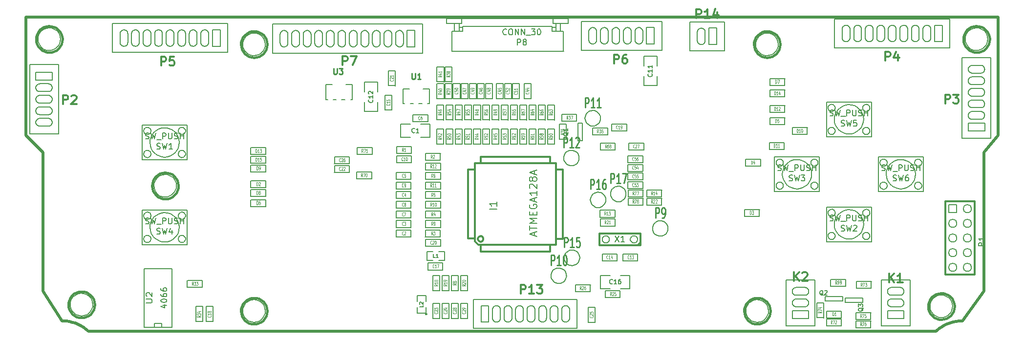
<source format=gto>
G04 (created by PCBNEW-RS274X (2010-05-05 BZR 2356)-stable) date 10/12/2010 1:11:44 p.m.*
G01*
G70*
G90*
%MOIN*%
G04 Gerber Fmt 3.4, Leading zero omitted, Abs format*
%FSLAX34Y34*%
G04 APERTURE LIST*
%ADD10C,0.006000*%
%ADD11C,0.019700*%
%ADD12C,0.005000*%
%ADD13C,0.007500*%
%ADD14C,0.015000*%
%ADD15C,0.012000*%
%ADD16C,0.008000*%
%ADD17C,0.009900*%
%ADD18C,0.003900*%
%ADD19C,0.010700*%
G04 APERTURE END LIST*
G54D10*
G54D11*
X16167Y-33349D02*
X16013Y-33209D01*
X15848Y-33083D01*
X15672Y-32972D01*
X15487Y-32876D01*
X15295Y-32797D01*
X15096Y-32736D01*
X14893Y-32691D01*
X14687Y-32665D01*
X14480Y-32657D01*
X14397Y-32658D01*
X75802Y-32654D02*
X75595Y-32656D01*
X75387Y-32676D01*
X75183Y-32714D01*
X74982Y-32769D01*
X74787Y-32842D01*
X74599Y-32932D01*
X74419Y-33038D01*
X74250Y-33159D01*
X74092Y-33294D01*
X74017Y-33366D01*
X16181Y-33366D02*
X73986Y-33366D01*
X78248Y-11909D02*
X11909Y-11909D01*
X13091Y-30610D02*
X14390Y-32657D01*
X77264Y-30610D02*
X75807Y-32657D01*
X77264Y-21161D02*
X77264Y-30610D01*
X78248Y-19980D02*
X77264Y-21161D01*
X13091Y-21161D02*
X13091Y-30610D01*
X11909Y-19980D02*
X13091Y-21161D01*
X11909Y-11909D02*
X11909Y-19980D01*
X78248Y-11909D02*
X78248Y-19980D01*
G54D12*
X49528Y-33149D02*
X47953Y-33149D01*
X47953Y-31181D02*
X49528Y-31181D01*
X47166Y-33149D02*
X47954Y-33149D01*
X47166Y-31181D02*
X47954Y-31181D01*
X47166Y-33149D02*
X42442Y-33149D01*
X42442Y-33149D02*
X42442Y-31181D01*
X42442Y-31181D02*
X47166Y-31181D01*
X49529Y-31181D02*
X49529Y-33149D01*
X72244Y-32992D02*
X72244Y-29842D01*
X70276Y-29842D02*
X70276Y-32992D01*
X72244Y-32992D02*
X70276Y-32992D01*
X70276Y-29843D02*
X72244Y-29843D01*
X65747Y-32992D02*
X65747Y-29842D01*
X63779Y-29842D02*
X63779Y-32992D01*
X65747Y-32992D02*
X63779Y-32992D01*
X63779Y-29843D02*
X65747Y-29843D01*
X57205Y-12244D02*
X59567Y-12244D01*
X57205Y-14212D02*
X59567Y-14212D01*
X59567Y-12244D02*
X59567Y-14212D01*
X57205Y-14212D02*
X57205Y-12244D01*
X66536Y-24882D02*
X69606Y-24882D01*
X69606Y-27244D02*
X66536Y-27244D01*
X69606Y-27244D02*
X69606Y-24882D01*
X66536Y-24882D02*
X66536Y-27244D01*
X69071Y-26063D02*
X69051Y-26257D01*
X68995Y-26444D01*
X68903Y-26616D01*
X68780Y-26767D01*
X68630Y-26892D01*
X68458Y-26984D01*
X68272Y-27042D01*
X68077Y-27062D01*
X67884Y-27045D01*
X67697Y-26990D01*
X67524Y-26899D01*
X67372Y-26777D01*
X67246Y-26627D01*
X67152Y-26456D01*
X67093Y-26270D01*
X67072Y-26076D01*
X67088Y-25883D01*
X67142Y-25695D01*
X67231Y-25522D01*
X67352Y-25369D01*
X67501Y-25242D01*
X67671Y-25147D01*
X67857Y-25087D01*
X68051Y-25064D01*
X68244Y-25079D01*
X68432Y-25131D01*
X68606Y-25219D01*
X68760Y-25339D01*
X68888Y-25487D01*
X68984Y-25657D01*
X69046Y-25842D01*
X69070Y-26036D01*
X69071Y-26063D01*
X70077Y-21457D02*
X73147Y-21457D01*
X73147Y-23819D02*
X70077Y-23819D01*
X73147Y-23819D02*
X73147Y-21457D01*
X70077Y-21457D02*
X70077Y-23819D01*
X72612Y-22638D02*
X72592Y-22832D01*
X72536Y-23019D01*
X72444Y-23191D01*
X72321Y-23342D01*
X72171Y-23467D01*
X71999Y-23559D01*
X71813Y-23617D01*
X71618Y-23637D01*
X71425Y-23620D01*
X71238Y-23565D01*
X71065Y-23474D01*
X70913Y-23352D01*
X70787Y-23202D01*
X70693Y-23031D01*
X70634Y-22845D01*
X70613Y-22651D01*
X70629Y-22458D01*
X70683Y-22270D01*
X70772Y-22097D01*
X70893Y-21944D01*
X71042Y-21817D01*
X71212Y-21722D01*
X71398Y-21662D01*
X71592Y-21639D01*
X71785Y-21654D01*
X71973Y-21706D01*
X72147Y-21794D01*
X72301Y-21914D01*
X72429Y-22062D01*
X72525Y-22232D01*
X72587Y-22417D01*
X72611Y-22611D01*
X72612Y-22638D01*
X66536Y-17716D02*
X69606Y-17716D01*
X69606Y-20078D02*
X66536Y-20078D01*
X69606Y-20078D02*
X69606Y-17716D01*
X66536Y-17716D02*
X66536Y-20078D01*
X69071Y-18897D02*
X69051Y-19091D01*
X68995Y-19278D01*
X68903Y-19450D01*
X68780Y-19601D01*
X68630Y-19726D01*
X68458Y-19818D01*
X68272Y-19876D01*
X68077Y-19896D01*
X67884Y-19879D01*
X67697Y-19824D01*
X67524Y-19733D01*
X67372Y-19611D01*
X67246Y-19461D01*
X67152Y-19290D01*
X67093Y-19104D01*
X67072Y-18910D01*
X67088Y-18717D01*
X67142Y-18529D01*
X67231Y-18356D01*
X67352Y-18203D01*
X67501Y-18076D01*
X67671Y-17981D01*
X67857Y-17921D01*
X68051Y-17898D01*
X68244Y-17913D01*
X68432Y-17965D01*
X68606Y-18053D01*
X68760Y-18173D01*
X68888Y-18321D01*
X68984Y-18491D01*
X69046Y-18676D01*
X69070Y-18870D01*
X69071Y-18897D01*
X28740Y-12402D02*
X31102Y-12402D01*
X31102Y-14370D02*
X28740Y-14370D01*
X31102Y-12402D02*
X33464Y-12402D01*
X33464Y-14370D02*
X31102Y-14370D01*
X34251Y-12402D02*
X33463Y-12402D01*
X34251Y-14370D02*
X33463Y-14370D01*
X34251Y-12402D02*
X38975Y-12402D01*
X38975Y-12402D02*
X38975Y-14370D01*
X38975Y-14370D02*
X34251Y-14370D01*
X28739Y-14370D02*
X28739Y-12402D01*
X17815Y-12363D02*
X20177Y-12363D01*
X20177Y-14331D02*
X17815Y-14331D01*
X20964Y-12363D02*
X20176Y-12363D01*
X20964Y-14331D02*
X20176Y-14331D01*
X20964Y-12363D02*
X25688Y-12363D01*
X25688Y-12363D02*
X25688Y-14331D01*
X25688Y-14331D02*
X20964Y-14331D01*
X17814Y-14331D02*
X17814Y-12363D01*
X67087Y-12047D02*
X69449Y-12047D01*
X69449Y-14015D02*
X67087Y-14015D01*
X70236Y-12047D02*
X69448Y-12047D01*
X70236Y-14015D02*
X69448Y-14015D01*
X70236Y-12047D02*
X74960Y-12047D01*
X74960Y-12047D02*
X74960Y-14015D01*
X74960Y-14015D02*
X70236Y-14015D01*
X67086Y-14015D02*
X67086Y-12047D01*
X77756Y-15473D02*
X77756Y-14685D01*
X75788Y-15473D02*
X75788Y-14685D01*
X77756Y-15473D02*
X77756Y-20197D01*
X77756Y-20197D02*
X75788Y-20197D01*
X75788Y-20197D02*
X75788Y-15473D01*
X75788Y-14685D02*
X77756Y-14685D01*
X50590Y-12205D02*
X49802Y-12205D01*
X50590Y-14173D02*
X49802Y-14173D01*
X50590Y-12205D02*
X55314Y-12205D01*
X55314Y-12205D02*
X55314Y-14173D01*
X55314Y-14173D02*
X50590Y-14173D01*
X49802Y-14173D02*
X49802Y-12205D01*
X12166Y-19882D02*
X12166Y-15158D01*
X12166Y-15158D02*
X14134Y-15158D01*
X14134Y-15158D02*
X14134Y-19882D01*
X14134Y-19882D02*
X12166Y-19882D01*
X46948Y-12027D02*
X48928Y-12027D01*
X45808Y-12567D02*
X47828Y-12567D01*
X48608Y-14267D02*
X40968Y-14267D01*
X48568Y-14267D02*
X48568Y-12887D01*
X48568Y-12887D02*
X47818Y-12887D01*
X47818Y-12887D02*
X47818Y-12567D01*
X45858Y-12567D02*
X41718Y-12567D01*
X41718Y-12567D02*
X41718Y-12887D01*
X41718Y-12887D02*
X40968Y-12887D01*
X40968Y-12887D02*
X40968Y-14267D01*
X41148Y-12887D02*
X41148Y-12347D01*
X41718Y-12607D02*
X41468Y-12607D01*
X41468Y-12887D02*
X41468Y-12347D01*
X47818Y-12607D02*
X48068Y-12607D01*
X48388Y-12887D02*
X48388Y-12347D01*
X48068Y-12887D02*
X48068Y-12347D01*
X48918Y-12027D02*
X48918Y-12347D01*
X48918Y-12347D02*
X47878Y-12347D01*
X47878Y-12347D02*
X47878Y-12027D01*
X46958Y-12027D02*
X40618Y-12027D01*
X40618Y-12027D02*
X40618Y-12347D01*
X40618Y-12347D02*
X41658Y-12347D01*
X41658Y-12347D02*
X41658Y-12027D01*
G54D13*
X39330Y-17835D02*
X39449Y-17835D01*
X38700Y-17835D02*
X38937Y-17835D01*
X38149Y-17835D02*
X38346Y-17835D01*
X37637Y-17835D02*
X37756Y-17835D01*
X38071Y-16811D02*
X37637Y-16811D01*
X39015Y-16811D02*
X39449Y-16811D01*
X39449Y-17835D02*
X39449Y-16811D01*
X37637Y-16811D02*
X37637Y-17835D01*
G54D12*
X40082Y-27928D02*
X40482Y-27928D01*
X40482Y-27928D02*
X40482Y-28528D01*
X40482Y-28528D02*
X40082Y-28528D01*
X39682Y-28528D02*
X39282Y-28528D01*
X39282Y-28528D02*
X39282Y-27928D01*
X39282Y-27928D02*
X39682Y-27928D01*
G54D14*
X62711Y-31969D02*
X62693Y-32143D01*
X62643Y-32311D01*
X62560Y-32467D01*
X62449Y-32603D01*
X62314Y-32715D01*
X62159Y-32798D01*
X61991Y-32850D01*
X61817Y-32868D01*
X61643Y-32853D01*
X61474Y-32803D01*
X61319Y-32722D01*
X61182Y-32612D01*
X61069Y-32477D01*
X60984Y-32323D01*
X60931Y-32156D01*
X60912Y-31981D01*
X60926Y-31807D01*
X60975Y-31638D01*
X61055Y-31482D01*
X61164Y-31344D01*
X61298Y-31230D01*
X61451Y-31145D01*
X61618Y-31090D01*
X61793Y-31070D01*
X61967Y-31083D01*
X62136Y-31130D01*
X62293Y-31210D01*
X62431Y-31318D01*
X62546Y-31451D01*
X62633Y-31603D01*
X62688Y-31770D01*
X62710Y-31944D01*
X62711Y-31969D01*
X63380Y-13780D02*
X63362Y-13954D01*
X63312Y-14122D01*
X63229Y-14278D01*
X63118Y-14414D01*
X62983Y-14526D01*
X62828Y-14609D01*
X62660Y-14661D01*
X62486Y-14679D01*
X62312Y-14664D01*
X62143Y-14614D01*
X61988Y-14533D01*
X61851Y-14423D01*
X61738Y-14288D01*
X61653Y-14134D01*
X61600Y-13967D01*
X61581Y-13792D01*
X61595Y-13618D01*
X61644Y-13449D01*
X61724Y-13293D01*
X61833Y-13155D01*
X61967Y-13041D01*
X62120Y-12956D01*
X62287Y-12901D01*
X62462Y-12881D01*
X62636Y-12894D01*
X62805Y-12941D01*
X62962Y-13021D01*
X63100Y-13129D01*
X63215Y-13262D01*
X63302Y-13414D01*
X63357Y-13581D01*
X63379Y-13755D01*
X63380Y-13780D01*
X28380Y-31969D02*
X28362Y-32143D01*
X28312Y-32311D01*
X28229Y-32467D01*
X28118Y-32603D01*
X27983Y-32715D01*
X27828Y-32798D01*
X27660Y-32850D01*
X27486Y-32868D01*
X27312Y-32853D01*
X27143Y-32803D01*
X26988Y-32722D01*
X26851Y-32612D01*
X26738Y-32477D01*
X26653Y-32323D01*
X26600Y-32156D01*
X26581Y-31981D01*
X26595Y-31807D01*
X26644Y-31638D01*
X26724Y-31482D01*
X26833Y-31344D01*
X26967Y-31230D01*
X27120Y-31145D01*
X27287Y-31090D01*
X27462Y-31070D01*
X27636Y-31083D01*
X27805Y-31130D01*
X27962Y-31210D01*
X28100Y-31318D01*
X28215Y-31451D01*
X28302Y-31603D01*
X28357Y-31770D01*
X28379Y-31944D01*
X28380Y-31969D01*
X28380Y-13780D02*
X28362Y-13954D01*
X28312Y-14122D01*
X28229Y-14278D01*
X28118Y-14414D01*
X27983Y-14526D01*
X27828Y-14609D01*
X27660Y-14661D01*
X27486Y-14679D01*
X27312Y-14664D01*
X27143Y-14614D01*
X26988Y-14533D01*
X26851Y-14423D01*
X26738Y-14288D01*
X26653Y-14134D01*
X26600Y-13967D01*
X26581Y-13792D01*
X26595Y-13618D01*
X26644Y-13449D01*
X26724Y-13293D01*
X26833Y-13155D01*
X26967Y-13041D01*
X27120Y-12956D01*
X27287Y-12901D01*
X27462Y-12881D01*
X27636Y-12894D01*
X27805Y-12941D01*
X27962Y-13021D01*
X28100Y-13129D01*
X28215Y-13262D01*
X28302Y-13414D01*
X28357Y-13581D01*
X28379Y-13755D01*
X28380Y-13780D01*
X22317Y-23425D02*
X22299Y-23599D01*
X22249Y-23767D01*
X22166Y-23923D01*
X22055Y-24059D01*
X21920Y-24171D01*
X21765Y-24254D01*
X21597Y-24306D01*
X21423Y-24324D01*
X21249Y-24309D01*
X21080Y-24259D01*
X20925Y-24178D01*
X20788Y-24068D01*
X20675Y-23933D01*
X20590Y-23779D01*
X20537Y-23612D01*
X20518Y-23437D01*
X20532Y-23263D01*
X20581Y-23094D01*
X20661Y-22938D01*
X20770Y-22800D01*
X20904Y-22686D01*
X21057Y-22601D01*
X21224Y-22546D01*
X21399Y-22526D01*
X21573Y-22539D01*
X21742Y-22586D01*
X21899Y-22666D01*
X22037Y-22774D01*
X22152Y-22907D01*
X22239Y-23059D01*
X22294Y-23226D01*
X22316Y-23400D01*
X22317Y-23425D01*
G54D13*
X34074Y-17540D02*
X34193Y-17540D01*
X33444Y-17540D02*
X33681Y-17540D01*
X32893Y-17540D02*
X33090Y-17540D01*
X32381Y-17540D02*
X32500Y-17540D01*
X32815Y-16516D02*
X32381Y-16516D01*
X33759Y-16516D02*
X34193Y-16516D01*
X34193Y-17540D02*
X34193Y-16516D01*
X32381Y-16516D02*
X32381Y-17540D01*
G54D15*
X76650Y-24488D02*
X76650Y-29488D01*
X76650Y-29488D02*
X74650Y-29488D01*
X74650Y-29488D02*
X74650Y-24488D01*
X74650Y-24488D02*
X76650Y-24488D01*
G54D12*
X35923Y-16361D02*
X35023Y-16361D01*
X35023Y-16361D02*
X35023Y-17011D01*
X35923Y-17711D02*
X35923Y-18361D01*
X35923Y-18361D02*
X35023Y-18361D01*
X35023Y-18361D02*
X35023Y-17711D01*
X35923Y-17011D02*
X35923Y-16361D01*
X53127Y-30449D02*
X53127Y-29549D01*
X53127Y-29549D02*
X52477Y-29549D01*
X51777Y-30449D02*
X51127Y-30449D01*
X51127Y-30449D02*
X51127Y-29549D01*
X51127Y-29549D02*
X51777Y-29549D01*
X52477Y-30449D02*
X53127Y-30449D01*
X37484Y-19235D02*
X37484Y-20135D01*
X37484Y-20135D02*
X38134Y-20135D01*
X38834Y-19235D02*
X39484Y-19235D01*
X39484Y-19235D02*
X39484Y-20135D01*
X39484Y-20135D02*
X38834Y-20135D01*
X38134Y-19235D02*
X37484Y-19235D01*
G54D15*
X42766Y-27461D02*
X48096Y-27463D01*
X42536Y-21901D02*
X42536Y-27235D01*
X42766Y-27461D02*
X42536Y-27231D01*
X47678Y-27461D02*
X47678Y-27913D01*
X47678Y-27913D02*
X42946Y-27913D01*
X42946Y-27913D02*
X42946Y-27461D01*
X48096Y-22319D02*
X48548Y-22319D01*
X48548Y-22319D02*
X48548Y-27039D01*
X48548Y-27039D02*
X48096Y-27039D01*
X42962Y-21901D02*
X42962Y-21449D01*
X42962Y-21449D02*
X47670Y-21449D01*
X47670Y-21449D02*
X47670Y-21901D01*
X42536Y-27035D02*
X42084Y-27035D01*
X42084Y-27035D02*
X42084Y-22323D01*
X42084Y-22323D02*
X42536Y-22323D01*
X43128Y-27053D02*
X43124Y-27089D01*
X43113Y-27124D01*
X43096Y-27157D01*
X43073Y-27185D01*
X43045Y-27208D01*
X43012Y-27226D01*
X42977Y-27237D01*
X42941Y-27240D01*
X42905Y-27237D01*
X42870Y-27227D01*
X42838Y-27210D01*
X42809Y-27187D01*
X42785Y-27159D01*
X42768Y-27127D01*
X42757Y-27092D01*
X42753Y-27055D01*
X42756Y-27020D01*
X42766Y-26984D01*
X42782Y-26952D01*
X42805Y-26923D01*
X42833Y-26899D01*
X42865Y-26881D01*
X42900Y-26870D01*
X42937Y-26866D01*
X42972Y-26868D01*
X43007Y-26878D01*
X43040Y-26895D01*
X43069Y-26917D01*
X43093Y-26945D01*
X43111Y-26977D01*
X43123Y-27012D01*
X43127Y-27048D01*
X43128Y-27053D01*
X42536Y-21901D02*
X48096Y-21901D01*
X48096Y-27461D02*
X48096Y-21901D01*
G54D16*
X19967Y-29074D02*
X21867Y-29074D01*
X21867Y-29074D02*
X21867Y-33074D01*
X21867Y-33074D02*
X19967Y-33074D01*
X19967Y-33074D02*
X19967Y-29074D01*
X20667Y-33074D02*
X20667Y-32824D01*
X20667Y-32824D02*
X21167Y-32824D01*
X21167Y-32824D02*
X21167Y-33074D01*
G54D12*
X39267Y-32185D02*
X39266Y-32194D01*
X39263Y-32204D01*
X39258Y-32212D01*
X39252Y-32220D01*
X39244Y-32226D01*
X39236Y-32231D01*
X39227Y-32233D01*
X39217Y-32234D01*
X39208Y-32234D01*
X39199Y-32231D01*
X39190Y-32226D01*
X39183Y-32220D01*
X39176Y-32213D01*
X39172Y-32204D01*
X39169Y-32195D01*
X39168Y-32185D01*
X39168Y-32176D01*
X39171Y-32167D01*
X39175Y-32158D01*
X39182Y-32151D01*
X39189Y-32144D01*
X39197Y-32140D01*
X39207Y-32137D01*
X39216Y-32136D01*
X39225Y-32136D01*
X39235Y-32139D01*
X39243Y-32143D01*
X39251Y-32149D01*
X39257Y-32157D01*
X39262Y-32165D01*
X39265Y-32174D01*
X39266Y-32184D01*
X39267Y-32185D01*
X39217Y-31735D02*
X39217Y-32135D01*
X39217Y-32135D02*
X38617Y-32135D01*
X38617Y-32135D02*
X38617Y-31735D01*
X38617Y-31335D02*
X38617Y-30935D01*
X38617Y-30935D02*
X39217Y-30935D01*
X39217Y-30935D02*
X39217Y-31335D01*
X49574Y-20364D02*
X49574Y-19164D01*
X49574Y-19164D02*
X49874Y-19164D01*
X49874Y-19164D02*
X49874Y-20364D01*
X49874Y-20364D02*
X49574Y-20364D01*
X38189Y-26447D02*
X37185Y-26447D01*
X37165Y-26919D02*
X38189Y-26919D01*
X38189Y-26919D02*
X38189Y-26447D01*
X37176Y-26915D02*
X37176Y-26455D01*
X38189Y-25797D02*
X37185Y-25797D01*
X37165Y-26269D02*
X38189Y-26269D01*
X38189Y-26269D02*
X38189Y-25797D01*
X37176Y-26265D02*
X37176Y-25805D01*
X38189Y-23829D02*
X37185Y-23829D01*
X37165Y-24301D02*
X38189Y-24301D01*
X38189Y-24301D02*
X38189Y-23829D01*
X37176Y-24297D02*
X37176Y-23837D01*
X38189Y-22520D02*
X37185Y-22520D01*
X37165Y-22992D02*
X38189Y-22992D01*
X38189Y-22992D02*
X38189Y-22520D01*
X37176Y-22988D02*
X37176Y-22528D01*
X38327Y-19055D02*
X39331Y-19055D01*
X39351Y-18583D02*
X38327Y-18583D01*
X38327Y-18583D02*
X38327Y-19055D01*
X39340Y-18587D02*
X39340Y-19047D01*
X38189Y-25148D02*
X37185Y-25148D01*
X37165Y-25620D02*
X38189Y-25620D01*
X38189Y-25620D02*
X38189Y-25148D01*
X37176Y-25616D02*
X37176Y-25156D01*
X38189Y-24488D02*
X37185Y-24488D01*
X37165Y-24960D02*
X38189Y-24960D01*
X38189Y-24960D02*
X38189Y-24488D01*
X37176Y-24956D02*
X37176Y-24496D01*
X38189Y-23170D02*
X37185Y-23170D01*
X37165Y-23642D02*
X38189Y-23642D01*
X38189Y-23642D02*
X38189Y-23170D01*
X37176Y-23638D02*
X37176Y-23178D01*
X38229Y-21378D02*
X37225Y-21378D01*
X37205Y-21850D02*
X38229Y-21850D01*
X38229Y-21850D02*
X38229Y-21378D01*
X37216Y-21846D02*
X37216Y-21386D01*
X53656Y-28076D02*
X52652Y-28076D01*
X52632Y-28548D02*
X53656Y-28548D01*
X53656Y-28548D02*
X53656Y-28076D01*
X52643Y-28544D02*
X52643Y-28084D01*
X51232Y-28548D02*
X52236Y-28548D01*
X52256Y-28076D02*
X51232Y-28076D01*
X51232Y-28076D02*
X51232Y-28548D01*
X52245Y-28080D02*
X52245Y-28540D01*
X36418Y-17243D02*
X36418Y-18247D01*
X36890Y-18267D02*
X36890Y-17243D01*
X36890Y-17243D02*
X36418Y-17243D01*
X36886Y-18256D02*
X36426Y-18256D01*
X40355Y-28701D02*
X39351Y-28701D01*
X39331Y-29173D02*
X40355Y-29173D01*
X40355Y-29173D02*
X40355Y-28701D01*
X39342Y-29169D02*
X39342Y-28709D01*
X24685Y-32678D02*
X24685Y-31674D01*
X24213Y-31654D02*
X24213Y-32678D01*
X24213Y-32678D02*
X24685Y-32678D01*
X24217Y-31665D02*
X24677Y-31665D01*
X51890Y-19685D02*
X52894Y-19685D01*
X52914Y-19213D02*
X51890Y-19213D01*
X51890Y-19213D02*
X51890Y-19685D01*
X52903Y-19217D02*
X52903Y-19677D01*
X40197Y-27087D02*
X39193Y-27087D01*
X39173Y-27559D02*
X40197Y-27559D01*
X40197Y-27559D02*
X40197Y-27087D01*
X39184Y-27555D02*
X39184Y-27095D01*
X36654Y-15589D02*
X36654Y-16593D01*
X37126Y-16613D02*
X37126Y-15589D01*
X37126Y-15589D02*
X36654Y-15589D01*
X37122Y-16602D02*
X36662Y-16602D01*
X33977Y-22047D02*
X32973Y-22047D01*
X32953Y-22519D02*
X33977Y-22519D01*
X33977Y-22519D02*
X33977Y-22047D01*
X32964Y-22515D02*
X32964Y-22055D01*
X39685Y-31457D02*
X39685Y-32461D01*
X40157Y-32481D02*
X40157Y-31457D01*
X40157Y-31457D02*
X39685Y-31457D01*
X40153Y-32470D02*
X39693Y-32470D01*
X40315Y-31457D02*
X40315Y-32461D01*
X40787Y-32481D02*
X40787Y-31457D01*
X40787Y-31457D02*
X40315Y-31457D01*
X40783Y-32470D02*
X40323Y-32470D01*
X50276Y-31732D02*
X50276Y-32736D01*
X50748Y-32756D02*
X50748Y-31732D01*
X50748Y-31732D02*
X50276Y-31732D01*
X50744Y-32745D02*
X50284Y-32745D01*
X33977Y-21457D02*
X32973Y-21457D01*
X32953Y-21929D02*
X33977Y-21929D01*
X33977Y-21929D02*
X33977Y-21457D01*
X32964Y-21925D02*
X32964Y-21465D01*
X53052Y-20984D02*
X54056Y-20984D01*
X54076Y-20512D02*
X53052Y-20512D01*
X53052Y-20512D02*
X53052Y-20984D01*
X54065Y-20516D02*
X54065Y-20976D01*
X40945Y-31457D02*
X40945Y-32461D01*
X41417Y-32481D02*
X41417Y-31457D01*
X41417Y-31457D02*
X40945Y-31457D01*
X41413Y-32470D02*
X40953Y-32470D01*
X41575Y-31457D02*
X41575Y-32461D01*
X42047Y-32481D02*
X42047Y-31457D01*
X42047Y-31457D02*
X41575Y-31457D01*
X42043Y-32470D02*
X41583Y-32470D01*
X45906Y-16457D02*
X45906Y-17461D01*
X46378Y-17481D02*
X46378Y-16457D01*
X46378Y-16457D02*
X45906Y-16457D01*
X46374Y-17470D02*
X45914Y-17470D01*
X44015Y-16457D02*
X44015Y-17461D01*
X44487Y-17481D02*
X44487Y-16457D01*
X44487Y-16457D02*
X44015Y-16457D01*
X44483Y-17470D02*
X44023Y-17470D01*
X42717Y-16457D02*
X42717Y-17461D01*
X43189Y-17481D02*
X43189Y-16457D01*
X43189Y-16457D02*
X42717Y-16457D01*
X43185Y-17470D02*
X42725Y-17470D01*
X41614Y-16457D02*
X41614Y-17461D01*
X42086Y-17481D02*
X42086Y-16457D01*
X42086Y-16457D02*
X41614Y-16457D01*
X42082Y-17470D02*
X41622Y-17470D01*
X43268Y-16457D02*
X43268Y-17461D01*
X43740Y-17481D02*
X43740Y-16457D01*
X43740Y-16457D02*
X43268Y-16457D01*
X43736Y-17470D02*
X43276Y-17470D01*
X42166Y-16457D02*
X42166Y-17461D01*
X42638Y-17481D02*
X42638Y-16457D01*
X42638Y-16457D02*
X42166Y-16457D01*
X42634Y-17470D02*
X42174Y-17470D01*
X41063Y-16457D02*
X41063Y-17461D01*
X41535Y-17481D02*
X41535Y-16457D01*
X41535Y-16457D02*
X41063Y-16457D01*
X41531Y-17470D02*
X41071Y-17470D01*
X45590Y-17481D02*
X45590Y-16477D01*
X45118Y-16457D02*
X45118Y-17481D01*
X45118Y-17481D02*
X45590Y-17481D01*
X45122Y-16468D02*
X45582Y-16468D01*
X44567Y-16457D02*
X44567Y-17461D01*
X45039Y-17481D02*
X45039Y-16457D01*
X45039Y-16457D02*
X44567Y-16457D01*
X45035Y-17470D02*
X44575Y-17470D01*
X37205Y-21220D02*
X38209Y-21220D01*
X38229Y-20748D02*
X37205Y-20748D01*
X37205Y-20748D02*
X37205Y-21220D01*
X38218Y-20752D02*
X38218Y-21212D01*
X39173Y-21693D02*
X40177Y-21693D01*
X40197Y-21221D02*
X39173Y-21221D01*
X39173Y-21221D02*
X39173Y-21693D01*
X40186Y-21225D02*
X40186Y-21685D01*
X40187Y-26447D02*
X39183Y-26447D01*
X39163Y-26919D02*
X40187Y-26919D01*
X40187Y-26919D02*
X40187Y-26447D01*
X39174Y-26915D02*
X39174Y-26455D01*
X40197Y-25148D02*
X39193Y-25148D01*
X39173Y-25620D02*
X40197Y-25620D01*
X40197Y-25620D02*
X40197Y-25148D01*
X39184Y-25616D02*
X39184Y-25156D01*
X40197Y-23829D02*
X39193Y-23829D01*
X39173Y-24301D02*
X40197Y-24301D01*
X40197Y-24301D02*
X40197Y-23829D01*
X39184Y-24297D02*
X39184Y-23837D01*
X40197Y-22520D02*
X39193Y-22520D01*
X39173Y-22992D02*
X40197Y-22992D01*
X40197Y-22992D02*
X40197Y-22520D01*
X39184Y-22988D02*
X39184Y-22528D01*
X40945Y-29567D02*
X40945Y-30571D01*
X41417Y-30591D02*
X41417Y-29567D01*
X41417Y-29567D02*
X40945Y-29567D01*
X41413Y-30580D02*
X40953Y-30580D01*
X40197Y-25797D02*
X39193Y-25797D01*
X39173Y-26269D02*
X40197Y-26269D01*
X40197Y-26269D02*
X40197Y-25797D01*
X39184Y-26265D02*
X39184Y-25805D01*
X40198Y-24488D02*
X39194Y-24488D01*
X39174Y-24960D02*
X40198Y-24960D01*
X40198Y-24960D02*
X40198Y-24488D01*
X39185Y-24956D02*
X39185Y-24496D01*
X40197Y-23170D02*
X39193Y-23170D01*
X39173Y-23642D02*
X40197Y-23642D01*
X40197Y-23642D02*
X40197Y-23170D01*
X39184Y-23638D02*
X39184Y-23178D01*
X40197Y-21870D02*
X39193Y-21870D01*
X39173Y-22342D02*
X40197Y-22342D01*
X40197Y-22342D02*
X40197Y-21870D01*
X39184Y-22338D02*
X39184Y-21878D01*
X51092Y-25571D02*
X52096Y-25571D01*
X52116Y-25099D02*
X51092Y-25099D01*
X51092Y-25099D02*
X51092Y-25571D01*
X52105Y-25103D02*
X52105Y-25563D01*
X54281Y-24183D02*
X55285Y-24183D01*
X55305Y-23711D02*
X54281Y-23711D01*
X54281Y-23711D02*
X54281Y-24183D01*
X55294Y-23715D02*
X55294Y-24175D01*
X39685Y-29567D02*
X39685Y-30571D01*
X40157Y-30591D02*
X40157Y-29567D01*
X40157Y-29567D02*
X39685Y-29567D01*
X40153Y-30580D02*
X39693Y-30580D01*
X40315Y-29567D02*
X40315Y-30571D01*
X40787Y-30591D02*
X40787Y-29567D01*
X40787Y-29567D02*
X40315Y-29567D01*
X40783Y-30580D02*
X40323Y-30580D01*
X41575Y-29567D02*
X41575Y-30571D01*
X42047Y-30591D02*
X42047Y-29567D01*
X42047Y-29567D02*
X41575Y-29567D01*
X42043Y-30580D02*
X41583Y-30580D01*
X51102Y-26171D02*
X52106Y-26171D01*
X52126Y-25699D02*
X51102Y-25699D01*
X51102Y-25699D02*
X51102Y-26171D01*
X52115Y-25703D02*
X52115Y-26163D01*
X54281Y-24744D02*
X55285Y-24744D01*
X55305Y-24272D02*
X54281Y-24272D01*
X54281Y-24272D02*
X54281Y-24744D01*
X55294Y-24276D02*
X55294Y-24736D01*
X52461Y-30590D02*
X51457Y-30590D01*
X51437Y-31062D02*
X52461Y-31062D01*
X52461Y-31062D02*
X52461Y-30590D01*
X51448Y-31058D02*
X51448Y-30598D01*
X49409Y-30649D02*
X50413Y-30649D01*
X50433Y-30177D02*
X49409Y-30177D01*
X49409Y-30177D02*
X49409Y-30649D01*
X50422Y-30181D02*
X50422Y-30641D01*
X23938Y-29882D02*
X22934Y-29882D01*
X22914Y-30354D02*
X23938Y-30354D01*
X23938Y-30354D02*
X23938Y-29882D01*
X22925Y-30350D02*
X22925Y-29890D01*
X23976Y-32678D02*
X23976Y-31674D01*
X23504Y-31654D02*
X23504Y-32678D01*
X23504Y-32678D02*
X23976Y-32678D01*
X23508Y-31665D02*
X23968Y-31665D01*
X50591Y-19960D02*
X51595Y-19960D01*
X51615Y-19488D02*
X50591Y-19488D01*
X50591Y-19488D02*
X50591Y-19960D01*
X51604Y-19492D02*
X51604Y-19952D01*
X48779Y-20236D02*
X48779Y-19232D01*
X48307Y-19212D02*
X48307Y-20236D01*
X48307Y-20236D02*
X48779Y-20236D01*
X48311Y-19223D02*
X48771Y-19223D01*
X49488Y-18544D02*
X48484Y-18544D01*
X48464Y-19016D02*
X49488Y-19016D01*
X49488Y-19016D02*
X49488Y-18544D01*
X48475Y-19012D02*
X48475Y-18552D01*
X40512Y-15315D02*
X40512Y-16319D01*
X40984Y-16339D02*
X40984Y-15315D01*
X40984Y-15315D02*
X40512Y-15315D01*
X40980Y-16328D02*
X40520Y-16328D01*
X40984Y-17481D02*
X40984Y-16477D01*
X40512Y-16457D02*
X40512Y-17481D01*
X40512Y-17481D02*
X40984Y-17481D01*
X40516Y-16468D02*
X40976Y-16468D01*
X40433Y-17481D02*
X40433Y-16477D01*
X39961Y-16457D02*
X39961Y-17481D01*
X39961Y-17481D02*
X40433Y-17481D01*
X39965Y-16468D02*
X40425Y-16468D01*
X39961Y-15314D02*
X39961Y-16318D01*
X40433Y-16338D02*
X40433Y-15314D01*
X40433Y-15314D02*
X39961Y-15314D01*
X40429Y-16327D02*
X39969Y-16327D01*
X39941Y-19567D02*
X39941Y-20571D01*
X40413Y-20591D02*
X40413Y-19567D01*
X40413Y-19567D02*
X39941Y-19567D01*
X40409Y-20580D02*
X39949Y-20580D01*
X41201Y-19567D02*
X41201Y-20571D01*
X41673Y-20591D02*
X41673Y-19567D01*
X41673Y-19567D02*
X41201Y-19567D01*
X41669Y-20580D02*
X41209Y-20580D01*
X42461Y-19567D02*
X42461Y-20571D01*
X42933Y-20591D02*
X42933Y-19567D01*
X42933Y-19567D02*
X42461Y-19567D01*
X42929Y-20580D02*
X42469Y-20580D01*
X43721Y-19567D02*
X43721Y-20571D01*
X44193Y-20591D02*
X44193Y-19567D01*
X44193Y-19567D02*
X43721Y-19567D01*
X44189Y-20580D02*
X43729Y-20580D01*
X39941Y-17913D02*
X39941Y-18917D01*
X40413Y-18937D02*
X40413Y-17913D01*
X40413Y-17913D02*
X39941Y-17913D01*
X40409Y-18926D02*
X39949Y-18926D01*
X41201Y-17913D02*
X41201Y-18917D01*
X41673Y-18937D02*
X41673Y-17913D01*
X41673Y-17913D02*
X41201Y-17913D01*
X41669Y-18926D02*
X41209Y-18926D01*
X42461Y-17913D02*
X42461Y-18917D01*
X42933Y-18937D02*
X42933Y-17913D01*
X42933Y-17913D02*
X42461Y-17913D01*
X42929Y-18926D02*
X42469Y-18926D01*
X43721Y-17913D02*
X43721Y-18917D01*
X44193Y-18937D02*
X44193Y-17913D01*
X44193Y-17913D02*
X43721Y-17913D01*
X44189Y-18926D02*
X43729Y-18926D01*
X40571Y-19567D02*
X40571Y-20571D01*
X41043Y-20591D02*
X41043Y-19567D01*
X41043Y-19567D02*
X40571Y-19567D01*
X41039Y-20580D02*
X40579Y-20580D01*
X41831Y-19567D02*
X41831Y-20571D01*
X42303Y-20591D02*
X42303Y-19567D01*
X42303Y-19567D02*
X41831Y-19567D01*
X42299Y-20580D02*
X41839Y-20580D01*
X43091Y-19567D02*
X43091Y-20571D01*
X43563Y-20591D02*
X43563Y-19567D01*
X43563Y-19567D02*
X43091Y-19567D01*
X43559Y-20580D02*
X43099Y-20580D01*
X44351Y-19567D02*
X44351Y-20571D01*
X44823Y-20591D02*
X44823Y-19567D01*
X44823Y-19567D02*
X44351Y-19567D01*
X44819Y-20580D02*
X44359Y-20580D01*
X40571Y-17913D02*
X40571Y-18917D01*
X41043Y-18937D02*
X41043Y-17913D01*
X41043Y-17913D02*
X40571Y-17913D01*
X41039Y-18926D02*
X40579Y-18926D01*
X41831Y-17913D02*
X41831Y-18917D01*
X42303Y-18937D02*
X42303Y-17913D01*
X42303Y-17913D02*
X41831Y-17913D01*
X42299Y-18926D02*
X41839Y-18926D01*
X43091Y-17913D02*
X43091Y-18917D01*
X43563Y-18937D02*
X43563Y-17913D01*
X43563Y-17913D02*
X43091Y-17913D01*
X43559Y-18926D02*
X43099Y-18926D01*
X44351Y-17913D02*
X44351Y-18917D01*
X44823Y-18937D02*
X44823Y-17913D01*
X44823Y-17913D02*
X44351Y-17913D01*
X44819Y-18926D02*
X44359Y-18926D01*
X46870Y-19567D02*
X46870Y-20571D01*
X47342Y-20591D02*
X47342Y-19567D01*
X47342Y-19567D02*
X46870Y-19567D01*
X47338Y-20580D02*
X46878Y-20580D01*
X45610Y-19567D02*
X45610Y-20571D01*
X46082Y-20591D02*
X46082Y-19567D01*
X46082Y-19567D02*
X45610Y-19567D01*
X46078Y-20580D02*
X45618Y-20580D01*
X47500Y-19567D02*
X47500Y-20571D01*
X47972Y-20591D02*
X47972Y-19567D01*
X47972Y-19567D02*
X47500Y-19567D01*
X47968Y-20580D02*
X47508Y-20580D01*
X46240Y-19567D02*
X46240Y-20571D01*
X46712Y-20591D02*
X46712Y-19567D01*
X46712Y-19567D02*
X46240Y-19567D01*
X46708Y-20580D02*
X46248Y-20580D01*
X44981Y-19567D02*
X44981Y-20571D01*
X45453Y-20591D02*
X45453Y-19567D01*
X45453Y-19567D02*
X44981Y-19567D01*
X45449Y-20580D02*
X44989Y-20580D01*
X47500Y-17913D02*
X47500Y-18917D01*
X47972Y-18937D02*
X47972Y-17913D01*
X47972Y-17913D02*
X47500Y-17913D01*
X47968Y-18926D02*
X47508Y-18926D01*
X46240Y-17913D02*
X46240Y-18917D01*
X46712Y-18937D02*
X46712Y-17913D01*
X46712Y-17913D02*
X46240Y-17913D01*
X46708Y-18926D02*
X46248Y-18926D01*
X44981Y-17913D02*
X44981Y-18917D01*
X45453Y-18937D02*
X45453Y-17913D01*
X45453Y-17913D02*
X44981Y-17913D01*
X45449Y-18926D02*
X44989Y-18926D01*
X46870Y-17913D02*
X46870Y-18917D01*
X47342Y-18937D02*
X47342Y-17913D01*
X47342Y-17913D02*
X46870Y-17913D01*
X47338Y-18926D02*
X46878Y-18926D01*
X45610Y-17913D02*
X45610Y-18917D01*
X46082Y-18937D02*
X46082Y-17913D01*
X46082Y-17913D02*
X45610Y-17913D01*
X46078Y-18926D02*
X45618Y-18926D01*
X52128Y-20512D02*
X51124Y-20512D01*
X51104Y-20984D02*
X52128Y-20984D01*
X52128Y-20984D02*
X52128Y-20512D01*
X51115Y-20980D02*
X51115Y-20520D01*
G54D14*
X77672Y-13425D02*
X77654Y-13599D01*
X77604Y-13767D01*
X77521Y-13923D01*
X77410Y-14059D01*
X77275Y-14171D01*
X77120Y-14254D01*
X76952Y-14306D01*
X76778Y-14324D01*
X76604Y-14309D01*
X76435Y-14259D01*
X76280Y-14178D01*
X76143Y-14068D01*
X76030Y-13933D01*
X75945Y-13779D01*
X75892Y-13612D01*
X75873Y-13437D01*
X75887Y-13263D01*
X75936Y-13094D01*
X76016Y-12938D01*
X76125Y-12800D01*
X76259Y-12686D01*
X76412Y-12601D01*
X76579Y-12546D01*
X76754Y-12526D01*
X76928Y-12539D01*
X77097Y-12586D01*
X77254Y-12666D01*
X77392Y-12774D01*
X77507Y-12907D01*
X77594Y-13059D01*
X77649Y-13226D01*
X77671Y-13400D01*
X77672Y-13425D01*
X75270Y-31653D02*
X75252Y-31827D01*
X75202Y-31995D01*
X75119Y-32151D01*
X75008Y-32287D01*
X74873Y-32399D01*
X74718Y-32482D01*
X74550Y-32534D01*
X74376Y-32552D01*
X74202Y-32537D01*
X74033Y-32487D01*
X73878Y-32406D01*
X73741Y-32296D01*
X73628Y-32161D01*
X73543Y-32007D01*
X73490Y-31840D01*
X73471Y-31665D01*
X73485Y-31491D01*
X73534Y-31322D01*
X73614Y-31166D01*
X73723Y-31028D01*
X73857Y-30914D01*
X74010Y-30829D01*
X74177Y-30774D01*
X74352Y-30754D01*
X74526Y-30767D01*
X74695Y-30814D01*
X74852Y-30894D01*
X74990Y-31002D01*
X75105Y-31135D01*
X75192Y-31287D01*
X75247Y-31454D01*
X75269Y-31628D01*
X75270Y-31653D01*
X14404Y-13425D02*
X14386Y-13599D01*
X14336Y-13767D01*
X14253Y-13923D01*
X14142Y-14059D01*
X14007Y-14171D01*
X13852Y-14254D01*
X13684Y-14306D01*
X13510Y-14324D01*
X13336Y-14309D01*
X13167Y-14259D01*
X13012Y-14178D01*
X12875Y-14068D01*
X12762Y-13933D01*
X12677Y-13779D01*
X12624Y-13612D01*
X12605Y-13437D01*
X12619Y-13263D01*
X12668Y-13094D01*
X12748Y-12938D01*
X12857Y-12800D01*
X12991Y-12686D01*
X13144Y-12601D01*
X13311Y-12546D01*
X13486Y-12526D01*
X13660Y-12539D01*
X13829Y-12586D01*
X13986Y-12666D01*
X14124Y-12774D01*
X14239Y-12907D01*
X14326Y-13059D01*
X14381Y-13226D01*
X14403Y-13400D01*
X14404Y-13425D01*
X16609Y-31535D02*
X16591Y-31709D01*
X16541Y-31877D01*
X16458Y-32033D01*
X16347Y-32169D01*
X16212Y-32281D01*
X16057Y-32364D01*
X15889Y-32416D01*
X15715Y-32434D01*
X15541Y-32419D01*
X15372Y-32369D01*
X15217Y-32288D01*
X15080Y-32178D01*
X14967Y-32043D01*
X14882Y-31889D01*
X14829Y-31722D01*
X14810Y-31547D01*
X14824Y-31373D01*
X14873Y-31204D01*
X14953Y-31048D01*
X15062Y-30910D01*
X15196Y-30796D01*
X15349Y-30711D01*
X15516Y-30656D01*
X15691Y-30636D01*
X15865Y-30649D01*
X16034Y-30696D01*
X16191Y-30776D01*
X16329Y-30884D01*
X16444Y-31017D01*
X16531Y-31169D01*
X16586Y-31336D01*
X16608Y-31510D01*
X16609Y-31535D01*
G54D12*
X54978Y-14591D02*
X54078Y-14591D01*
X54078Y-14591D02*
X54078Y-15241D01*
X54978Y-15941D02*
X54978Y-16591D01*
X54978Y-16591D02*
X54078Y-16591D01*
X54078Y-16591D02*
X54078Y-15941D01*
X54978Y-15241D02*
X54978Y-14591D01*
X62992Y-21457D02*
X66062Y-21457D01*
X66062Y-23819D02*
X62992Y-23819D01*
X66062Y-23819D02*
X66062Y-21457D01*
X62992Y-21457D02*
X62992Y-23819D01*
X65527Y-22638D02*
X65507Y-22832D01*
X65451Y-23019D01*
X65359Y-23191D01*
X65236Y-23342D01*
X65086Y-23467D01*
X64914Y-23559D01*
X64728Y-23617D01*
X64533Y-23637D01*
X64340Y-23620D01*
X64153Y-23565D01*
X63980Y-23474D01*
X63828Y-23352D01*
X63702Y-23202D01*
X63608Y-23031D01*
X63549Y-22845D01*
X63528Y-22651D01*
X63544Y-22458D01*
X63598Y-22270D01*
X63687Y-22097D01*
X63808Y-21944D01*
X63957Y-21817D01*
X64127Y-21722D01*
X64313Y-21662D01*
X64507Y-21639D01*
X64700Y-21654D01*
X64888Y-21706D01*
X65062Y-21794D01*
X65216Y-21914D01*
X65344Y-22062D01*
X65440Y-22232D01*
X65502Y-22417D01*
X65526Y-22611D01*
X65527Y-22638D01*
X19843Y-19291D02*
X22913Y-19291D01*
X22913Y-21653D02*
X19843Y-21653D01*
X22913Y-21653D02*
X22913Y-19291D01*
X19843Y-19291D02*
X19843Y-21653D01*
X22378Y-20472D02*
X22358Y-20666D01*
X22302Y-20853D01*
X22210Y-21025D01*
X22087Y-21176D01*
X21937Y-21301D01*
X21765Y-21393D01*
X21579Y-21451D01*
X21384Y-21471D01*
X21191Y-21454D01*
X21004Y-21399D01*
X20831Y-21308D01*
X20679Y-21186D01*
X20553Y-21036D01*
X20459Y-20865D01*
X20400Y-20679D01*
X20379Y-20485D01*
X20395Y-20292D01*
X20449Y-20104D01*
X20538Y-19931D01*
X20659Y-19778D01*
X20808Y-19651D01*
X20978Y-19556D01*
X21164Y-19496D01*
X21358Y-19473D01*
X21551Y-19488D01*
X21739Y-19540D01*
X21913Y-19628D01*
X22067Y-19748D01*
X22195Y-19896D01*
X22291Y-20066D01*
X22353Y-20251D01*
X22377Y-20445D01*
X22378Y-20472D01*
X19843Y-25079D02*
X22913Y-25079D01*
X22913Y-27441D02*
X19843Y-27441D01*
X22913Y-27441D02*
X22913Y-25079D01*
X19843Y-25079D02*
X19843Y-27441D01*
X22378Y-26260D02*
X22358Y-26454D01*
X22302Y-26641D01*
X22210Y-26813D01*
X22087Y-26964D01*
X21937Y-27089D01*
X21765Y-27181D01*
X21579Y-27239D01*
X21384Y-27259D01*
X21191Y-27242D01*
X21004Y-27187D01*
X20831Y-27096D01*
X20679Y-26974D01*
X20553Y-26824D01*
X20459Y-26653D01*
X20400Y-26467D01*
X20379Y-26273D01*
X20395Y-26080D01*
X20449Y-25892D01*
X20538Y-25719D01*
X20659Y-25566D01*
X20808Y-25439D01*
X20978Y-25344D01*
X21164Y-25284D01*
X21358Y-25261D01*
X21551Y-25276D01*
X21739Y-25328D01*
X21913Y-25416D01*
X22067Y-25536D01*
X22195Y-25684D01*
X22291Y-25854D01*
X22353Y-26039D01*
X22377Y-26233D01*
X22378Y-26260D01*
X34527Y-21299D02*
X35531Y-21299D01*
X35551Y-20827D02*
X34527Y-20827D01*
X34527Y-20827D02*
X34527Y-21299D01*
X35540Y-20831D02*
X35540Y-21291D01*
X34488Y-22953D02*
X35492Y-22953D01*
X35512Y-22481D02*
X34488Y-22481D01*
X34488Y-22481D02*
X34488Y-22953D01*
X35501Y-22485D02*
X35501Y-22945D01*
X67835Y-29803D02*
X66831Y-29803D01*
X66811Y-30275D02*
X67835Y-30275D01*
X67835Y-30275D02*
X67835Y-29803D01*
X66822Y-30271D02*
X66822Y-29811D01*
X28268Y-23091D02*
X27264Y-23091D01*
X27244Y-23563D02*
X28268Y-23563D01*
X28268Y-23563D02*
X28268Y-23091D01*
X27255Y-23559D02*
X27255Y-23099D01*
X60945Y-25512D02*
X61949Y-25512D01*
X61969Y-25040D02*
X60945Y-25040D01*
X60945Y-25040D02*
X60945Y-25512D01*
X61958Y-25044D02*
X61958Y-25504D01*
X68582Y-30433D02*
X69586Y-30433D01*
X69606Y-29961D02*
X68582Y-29961D01*
X68582Y-29961D02*
X68582Y-30433D01*
X69595Y-29965D02*
X69595Y-30425D01*
X65865Y-31417D02*
X65865Y-32421D01*
X66337Y-32441D02*
X66337Y-31417D01*
X66337Y-31417D02*
X65865Y-31417D01*
X66333Y-32430D02*
X65873Y-32430D01*
X66535Y-32992D02*
X67539Y-32992D01*
X67559Y-32520D02*
X66535Y-32520D01*
X66535Y-32520D02*
X66535Y-32992D01*
X67548Y-32524D02*
X67548Y-32984D01*
X62677Y-19252D02*
X63681Y-19252D01*
X63701Y-18780D02*
X62677Y-18780D01*
X62677Y-18780D02*
X62677Y-19252D01*
X63690Y-18784D02*
X63690Y-19244D01*
X28268Y-24370D02*
X27264Y-24370D01*
X27244Y-24842D02*
X28268Y-24842D01*
X28268Y-24842D02*
X28268Y-24370D01*
X27255Y-24838D02*
X27255Y-24378D01*
X62677Y-16575D02*
X63681Y-16575D01*
X63701Y-16103D02*
X62677Y-16103D01*
X62677Y-16103D02*
X62677Y-16575D01*
X63690Y-16107D02*
X63690Y-16567D01*
X28268Y-23681D02*
X27264Y-23681D01*
X27244Y-24153D02*
X28268Y-24153D01*
X28268Y-24153D02*
X28268Y-23681D01*
X27255Y-24149D02*
X27255Y-23689D01*
X68543Y-32559D02*
X69547Y-32559D01*
X69567Y-32087D02*
X68543Y-32087D01*
X68543Y-32087D02*
X68543Y-32559D01*
X69556Y-32091D02*
X69556Y-32551D01*
X61023Y-22086D02*
X62027Y-22086D01*
X62047Y-21614D02*
X61023Y-21614D01*
X61023Y-21614D02*
X61023Y-22086D01*
X62036Y-21618D02*
X62036Y-22078D01*
X28268Y-21417D02*
X27264Y-21417D01*
X27244Y-21889D02*
X28268Y-21889D01*
X28268Y-21889D02*
X28268Y-21417D01*
X27255Y-21885D02*
X27255Y-21425D01*
X62677Y-17362D02*
X63681Y-17362D01*
X63701Y-16890D02*
X62677Y-16890D01*
X62677Y-16890D02*
X62677Y-17362D01*
X63690Y-16894D02*
X63690Y-17354D01*
X28268Y-20827D02*
X27264Y-20827D01*
X27244Y-21299D02*
X28268Y-21299D01*
X28268Y-21299D02*
X28268Y-20827D01*
X27255Y-21295D02*
X27255Y-20835D01*
X62677Y-18425D02*
X63681Y-18425D01*
X63701Y-17953D02*
X62677Y-17953D01*
X62677Y-17953D02*
X62677Y-18425D01*
X63690Y-17957D02*
X63690Y-18417D01*
X62638Y-20945D02*
X63642Y-20945D01*
X63662Y-20473D02*
X62638Y-20473D01*
X62638Y-20473D02*
X62638Y-20945D01*
X63651Y-20477D02*
X63651Y-20937D01*
X64212Y-19921D02*
X65216Y-19921D01*
X65236Y-19449D02*
X64212Y-19449D01*
X64212Y-19449D02*
X64212Y-19921D01*
X65225Y-19453D02*
X65225Y-19913D01*
X28268Y-22008D02*
X27264Y-22008D01*
X27244Y-22480D02*
X28268Y-22480D01*
X28268Y-22480D02*
X28268Y-22008D01*
X27255Y-22476D02*
X27255Y-22016D01*
X67558Y-31969D02*
X66554Y-31969D01*
X66534Y-32441D02*
X67558Y-32441D01*
X67558Y-32441D02*
X67558Y-31969D01*
X66545Y-32437D02*
X66545Y-31977D01*
X67646Y-31292D02*
X66446Y-31292D01*
X66446Y-31292D02*
X66446Y-30992D01*
X66446Y-30992D02*
X67646Y-30992D01*
X67646Y-30992D02*
X67646Y-31292D01*
X67825Y-31070D02*
X69025Y-31070D01*
X69025Y-31070D02*
X69025Y-31370D01*
X69025Y-31370D02*
X67825Y-31370D01*
X67825Y-31370D02*
X67825Y-31070D01*
X49702Y-28346D02*
X49691Y-28448D01*
X49662Y-28547D01*
X49613Y-28638D01*
X49548Y-28718D01*
X49468Y-28784D01*
X49377Y-28833D01*
X49279Y-28864D01*
X49176Y-28874D01*
X49074Y-28865D01*
X48975Y-28836D01*
X48884Y-28788D01*
X48803Y-28723D01*
X48737Y-28644D01*
X48687Y-28554D01*
X48656Y-28455D01*
X48645Y-28353D01*
X48653Y-28251D01*
X48682Y-28152D01*
X48729Y-28060D01*
X48793Y-27979D01*
X48872Y-27912D01*
X48962Y-27862D01*
X49060Y-27830D01*
X49162Y-27818D01*
X49264Y-27826D01*
X49364Y-27853D01*
X49456Y-27900D01*
X49537Y-27963D01*
X49605Y-28042D01*
X49656Y-28131D01*
X49688Y-28229D01*
X49701Y-28332D01*
X49702Y-28346D01*
X49663Y-21535D02*
X49652Y-21637D01*
X49623Y-21736D01*
X49574Y-21827D01*
X49509Y-21907D01*
X49429Y-21973D01*
X49338Y-22022D01*
X49240Y-22053D01*
X49137Y-22063D01*
X49035Y-22054D01*
X48936Y-22025D01*
X48845Y-21977D01*
X48764Y-21912D01*
X48698Y-21833D01*
X48648Y-21743D01*
X48617Y-21644D01*
X48606Y-21542D01*
X48614Y-21440D01*
X48643Y-21341D01*
X48690Y-21249D01*
X48754Y-21168D01*
X48833Y-21101D01*
X48923Y-21051D01*
X49021Y-21019D01*
X49123Y-21007D01*
X49225Y-21015D01*
X49325Y-21042D01*
X49417Y-21089D01*
X49498Y-21152D01*
X49566Y-21231D01*
X49617Y-21320D01*
X49649Y-21418D01*
X49662Y-21521D01*
X49663Y-21535D01*
X51120Y-18819D02*
X51109Y-18921D01*
X51080Y-19020D01*
X51031Y-19111D01*
X50966Y-19191D01*
X50886Y-19257D01*
X50795Y-19306D01*
X50697Y-19337D01*
X50594Y-19347D01*
X50492Y-19338D01*
X50393Y-19309D01*
X50302Y-19261D01*
X50221Y-19196D01*
X50155Y-19117D01*
X50105Y-19027D01*
X50074Y-18928D01*
X50063Y-18826D01*
X50071Y-18724D01*
X50100Y-18625D01*
X50147Y-18533D01*
X50211Y-18452D01*
X50290Y-18385D01*
X50380Y-18335D01*
X50478Y-18303D01*
X50580Y-18291D01*
X50682Y-18299D01*
X50782Y-18326D01*
X50874Y-18373D01*
X50955Y-18436D01*
X51023Y-18515D01*
X51074Y-18604D01*
X51106Y-18702D01*
X51119Y-18805D01*
X51120Y-18819D01*
X48797Y-29567D02*
X48786Y-29669D01*
X48757Y-29768D01*
X48708Y-29859D01*
X48643Y-29939D01*
X48563Y-30005D01*
X48472Y-30054D01*
X48374Y-30085D01*
X48271Y-30095D01*
X48169Y-30086D01*
X48070Y-30057D01*
X47979Y-30009D01*
X47898Y-29944D01*
X47832Y-29865D01*
X47782Y-29775D01*
X47751Y-29676D01*
X47740Y-29574D01*
X47748Y-29472D01*
X47777Y-29373D01*
X47824Y-29281D01*
X47888Y-29200D01*
X47967Y-29133D01*
X48057Y-29083D01*
X48155Y-29051D01*
X48257Y-29039D01*
X48359Y-29047D01*
X48459Y-29074D01*
X48551Y-29121D01*
X48632Y-29184D01*
X48700Y-29263D01*
X48751Y-29352D01*
X48783Y-29450D01*
X48796Y-29553D01*
X48797Y-29567D01*
X55726Y-26339D02*
X55715Y-26441D01*
X55686Y-26540D01*
X55637Y-26631D01*
X55572Y-26711D01*
X55492Y-26777D01*
X55401Y-26826D01*
X55303Y-26857D01*
X55200Y-26867D01*
X55098Y-26858D01*
X54999Y-26829D01*
X54908Y-26781D01*
X54827Y-26716D01*
X54761Y-26637D01*
X54711Y-26547D01*
X54680Y-26448D01*
X54669Y-26346D01*
X54677Y-26244D01*
X54706Y-26145D01*
X54753Y-26053D01*
X54817Y-25972D01*
X54896Y-25905D01*
X54986Y-25855D01*
X55084Y-25823D01*
X55186Y-25811D01*
X55288Y-25819D01*
X55388Y-25846D01*
X55480Y-25893D01*
X55561Y-25956D01*
X55629Y-26035D01*
X55680Y-26124D01*
X55712Y-26222D01*
X55725Y-26325D01*
X55726Y-26339D01*
X52992Y-23031D02*
X53996Y-23031D01*
X54016Y-22559D02*
X52992Y-22559D01*
X52992Y-22559D02*
X52992Y-23031D01*
X54005Y-22563D02*
X54005Y-23023D01*
X52992Y-22441D02*
X53996Y-22441D01*
X54016Y-21969D02*
X52992Y-21969D01*
X52992Y-21969D02*
X52992Y-22441D01*
X54005Y-21973D02*
X54005Y-22433D01*
X52992Y-23622D02*
X53996Y-23622D01*
X54016Y-23150D02*
X52992Y-23150D01*
X52992Y-23150D02*
X52992Y-23622D01*
X54005Y-23154D02*
X54005Y-23614D01*
X52992Y-21850D02*
X53996Y-21850D01*
X54016Y-21378D02*
X52992Y-21378D01*
X52992Y-21378D02*
X52992Y-21850D01*
X54005Y-21382D02*
X54005Y-21842D01*
X68543Y-33110D02*
X69547Y-33110D01*
X69567Y-32638D02*
X68543Y-32638D01*
X68543Y-32638D02*
X68543Y-33110D01*
X69556Y-32642D02*
X69556Y-33102D01*
G54D15*
X53841Y-27486D02*
X51041Y-27486D01*
X51041Y-27486D02*
X51041Y-26686D01*
X51041Y-26686D02*
X53841Y-26686D01*
X53841Y-26686D02*
X53841Y-27486D01*
X53841Y-27286D02*
X53641Y-27486D01*
G54D12*
X53012Y-24183D02*
X54016Y-24183D01*
X54036Y-23711D02*
X53012Y-23711D01*
X53012Y-23711D02*
X53012Y-24183D01*
X54025Y-23715D02*
X54025Y-24175D01*
X53012Y-24744D02*
X54016Y-24744D01*
X54036Y-24272D02*
X53012Y-24272D01*
X53012Y-24272D02*
X53012Y-24744D01*
X54025Y-24276D02*
X54025Y-24736D01*
X51484Y-24390D02*
X51473Y-24492D01*
X51444Y-24591D01*
X51395Y-24682D01*
X51330Y-24762D01*
X51250Y-24828D01*
X51159Y-24877D01*
X51061Y-24908D01*
X50958Y-24918D01*
X50856Y-24909D01*
X50757Y-24880D01*
X50666Y-24832D01*
X50585Y-24767D01*
X50519Y-24688D01*
X50469Y-24598D01*
X50438Y-24499D01*
X50427Y-24397D01*
X50435Y-24295D01*
X50464Y-24196D01*
X50511Y-24104D01*
X50575Y-24023D01*
X50654Y-23956D01*
X50744Y-23906D01*
X50842Y-23874D01*
X50944Y-23862D01*
X51046Y-23870D01*
X51146Y-23897D01*
X51238Y-23944D01*
X51319Y-24007D01*
X51387Y-24086D01*
X51438Y-24175D01*
X51470Y-24273D01*
X51483Y-24376D01*
X51484Y-24390D01*
X52862Y-23986D02*
X52851Y-24088D01*
X52822Y-24187D01*
X52773Y-24278D01*
X52708Y-24358D01*
X52628Y-24424D01*
X52537Y-24473D01*
X52439Y-24504D01*
X52336Y-24514D01*
X52234Y-24505D01*
X52135Y-24476D01*
X52044Y-24428D01*
X51963Y-24363D01*
X51897Y-24284D01*
X51847Y-24194D01*
X51816Y-24095D01*
X51805Y-23993D01*
X51813Y-23891D01*
X51842Y-23792D01*
X51889Y-23700D01*
X51953Y-23619D01*
X52032Y-23552D01*
X52122Y-23502D01*
X52220Y-23470D01*
X52322Y-23458D01*
X52424Y-23466D01*
X52524Y-23493D01*
X52616Y-23540D01*
X52697Y-23603D01*
X52765Y-23682D01*
X52816Y-23771D01*
X52848Y-23869D01*
X52861Y-23972D01*
X52862Y-23986D01*
G54D10*
X44539Y-31870D02*
X44539Y-32460D01*
X45069Y-31870D02*
X45069Y-32460D01*
X44539Y-32460D02*
X44541Y-32483D01*
X44544Y-32506D01*
X44549Y-32528D01*
X44555Y-32550D01*
X44564Y-32571D01*
X44575Y-32592D01*
X44587Y-32611D01*
X44601Y-32630D01*
X44617Y-32647D01*
X44634Y-32663D01*
X44653Y-32677D01*
X44672Y-32689D01*
X44693Y-32700D01*
X44714Y-32709D01*
X44736Y-32715D01*
X44758Y-32720D01*
X44781Y-32723D01*
X44804Y-32725D01*
X44827Y-32723D01*
X44850Y-32720D01*
X44872Y-32715D01*
X44894Y-32709D01*
X44915Y-32700D01*
X44936Y-32689D01*
X44955Y-32677D01*
X44974Y-32663D01*
X44991Y-32647D01*
X45007Y-32630D01*
X45021Y-32611D01*
X45033Y-32592D01*
X45044Y-32571D01*
X45053Y-32550D01*
X45059Y-32528D01*
X45064Y-32506D01*
X45067Y-32483D01*
X45069Y-32460D01*
X45069Y-31870D02*
X45067Y-31847D01*
X45064Y-31824D01*
X45059Y-31802D01*
X45053Y-31780D01*
X45044Y-31759D01*
X45033Y-31738D01*
X45021Y-31719D01*
X45007Y-31700D01*
X44991Y-31683D01*
X44974Y-31667D01*
X44955Y-31653D01*
X44936Y-31641D01*
X44915Y-31630D01*
X44894Y-31621D01*
X44872Y-31615D01*
X44850Y-31610D01*
X44827Y-31607D01*
X44804Y-31605D01*
X44781Y-31607D01*
X44758Y-31610D01*
X44736Y-31615D01*
X44714Y-31621D01*
X44693Y-31630D01*
X44672Y-31641D01*
X44653Y-31653D01*
X44634Y-31667D01*
X44617Y-31683D01*
X44601Y-31700D01*
X44587Y-31719D01*
X44575Y-31738D01*
X44564Y-31759D01*
X44555Y-31780D01*
X44549Y-31802D01*
X44544Y-31824D01*
X44541Y-31847D01*
X44539Y-31870D01*
X43752Y-31870D02*
X43752Y-32460D01*
X44282Y-31870D02*
X44282Y-32460D01*
X43752Y-32460D02*
X43754Y-32483D01*
X43757Y-32506D01*
X43762Y-32528D01*
X43768Y-32550D01*
X43777Y-32571D01*
X43788Y-32592D01*
X43800Y-32611D01*
X43814Y-32630D01*
X43830Y-32647D01*
X43847Y-32663D01*
X43866Y-32677D01*
X43885Y-32689D01*
X43906Y-32700D01*
X43927Y-32709D01*
X43949Y-32715D01*
X43971Y-32720D01*
X43994Y-32723D01*
X44017Y-32725D01*
X44040Y-32723D01*
X44063Y-32720D01*
X44085Y-32715D01*
X44107Y-32709D01*
X44128Y-32700D01*
X44149Y-32689D01*
X44168Y-32677D01*
X44187Y-32663D01*
X44204Y-32647D01*
X44220Y-32630D01*
X44234Y-32611D01*
X44246Y-32592D01*
X44257Y-32571D01*
X44266Y-32550D01*
X44272Y-32528D01*
X44277Y-32506D01*
X44280Y-32483D01*
X44282Y-32460D01*
X44282Y-31870D02*
X44280Y-31847D01*
X44277Y-31824D01*
X44272Y-31802D01*
X44266Y-31780D01*
X44257Y-31759D01*
X44246Y-31738D01*
X44234Y-31719D01*
X44220Y-31700D01*
X44204Y-31683D01*
X44187Y-31667D01*
X44168Y-31653D01*
X44149Y-31641D01*
X44128Y-31630D01*
X44107Y-31621D01*
X44085Y-31615D01*
X44063Y-31610D01*
X44040Y-31607D01*
X44017Y-31605D01*
X43994Y-31607D01*
X43971Y-31610D01*
X43949Y-31615D01*
X43927Y-31621D01*
X43906Y-31630D01*
X43885Y-31641D01*
X43866Y-31653D01*
X43847Y-31667D01*
X43830Y-31683D01*
X43814Y-31700D01*
X43800Y-31719D01*
X43788Y-31738D01*
X43777Y-31759D01*
X43768Y-31780D01*
X43762Y-31802D01*
X43757Y-31824D01*
X43754Y-31847D01*
X43752Y-31870D01*
X42964Y-31605D02*
X42964Y-32725D01*
X43494Y-32725D01*
X43494Y-31605D01*
X42964Y-31605D01*
X45326Y-31870D02*
X45326Y-32460D01*
X45856Y-31870D02*
X45856Y-32460D01*
X45326Y-32460D02*
X45328Y-32483D01*
X45331Y-32506D01*
X45336Y-32528D01*
X45342Y-32550D01*
X45351Y-32571D01*
X45362Y-32592D01*
X45374Y-32611D01*
X45388Y-32630D01*
X45404Y-32647D01*
X45421Y-32663D01*
X45440Y-32677D01*
X45459Y-32689D01*
X45480Y-32700D01*
X45501Y-32709D01*
X45523Y-32715D01*
X45545Y-32720D01*
X45568Y-32723D01*
X45591Y-32725D01*
X45614Y-32723D01*
X45637Y-32720D01*
X45659Y-32715D01*
X45681Y-32709D01*
X45702Y-32700D01*
X45723Y-32689D01*
X45742Y-32677D01*
X45761Y-32663D01*
X45778Y-32647D01*
X45794Y-32630D01*
X45808Y-32611D01*
X45820Y-32592D01*
X45831Y-32571D01*
X45840Y-32550D01*
X45846Y-32528D01*
X45851Y-32506D01*
X45854Y-32483D01*
X45856Y-32460D01*
X45856Y-31870D02*
X45854Y-31847D01*
X45851Y-31824D01*
X45846Y-31802D01*
X45840Y-31780D01*
X45831Y-31759D01*
X45820Y-31738D01*
X45808Y-31719D01*
X45794Y-31700D01*
X45778Y-31683D01*
X45761Y-31667D01*
X45742Y-31653D01*
X45723Y-31641D01*
X45702Y-31630D01*
X45681Y-31621D01*
X45659Y-31615D01*
X45637Y-31610D01*
X45614Y-31607D01*
X45591Y-31605D01*
X45568Y-31607D01*
X45545Y-31610D01*
X45523Y-31615D01*
X45501Y-31621D01*
X45480Y-31630D01*
X45459Y-31641D01*
X45440Y-31653D01*
X45421Y-31667D01*
X45404Y-31683D01*
X45388Y-31700D01*
X45374Y-31719D01*
X45362Y-31738D01*
X45351Y-31759D01*
X45342Y-31780D01*
X45336Y-31802D01*
X45331Y-31824D01*
X45328Y-31847D01*
X45326Y-31870D01*
X46114Y-31870D02*
X46114Y-32460D01*
X46644Y-31870D02*
X46644Y-32460D01*
X46114Y-32460D02*
X46116Y-32483D01*
X46119Y-32506D01*
X46124Y-32528D01*
X46130Y-32550D01*
X46139Y-32571D01*
X46150Y-32592D01*
X46162Y-32611D01*
X46176Y-32630D01*
X46192Y-32647D01*
X46209Y-32663D01*
X46228Y-32677D01*
X46247Y-32689D01*
X46268Y-32700D01*
X46289Y-32709D01*
X46311Y-32715D01*
X46333Y-32720D01*
X46356Y-32723D01*
X46379Y-32725D01*
X46402Y-32723D01*
X46425Y-32720D01*
X46447Y-32715D01*
X46469Y-32709D01*
X46490Y-32700D01*
X46511Y-32689D01*
X46530Y-32677D01*
X46549Y-32663D01*
X46566Y-32647D01*
X46582Y-32630D01*
X46596Y-32611D01*
X46608Y-32592D01*
X46619Y-32571D01*
X46628Y-32550D01*
X46634Y-32528D01*
X46639Y-32506D01*
X46642Y-32483D01*
X46644Y-32460D01*
X46644Y-31870D02*
X46642Y-31847D01*
X46639Y-31824D01*
X46634Y-31802D01*
X46628Y-31780D01*
X46619Y-31759D01*
X46608Y-31738D01*
X46596Y-31719D01*
X46582Y-31700D01*
X46566Y-31683D01*
X46549Y-31667D01*
X46530Y-31653D01*
X46511Y-31641D01*
X46490Y-31630D01*
X46469Y-31621D01*
X46447Y-31615D01*
X46425Y-31610D01*
X46402Y-31607D01*
X46379Y-31605D01*
X46356Y-31607D01*
X46333Y-31610D01*
X46311Y-31615D01*
X46289Y-31621D01*
X46268Y-31630D01*
X46247Y-31641D01*
X46228Y-31653D01*
X46209Y-31667D01*
X46192Y-31683D01*
X46176Y-31700D01*
X46162Y-31719D01*
X46150Y-31738D01*
X46139Y-31759D01*
X46130Y-31780D01*
X46124Y-31802D01*
X46119Y-31824D01*
X46116Y-31847D01*
X46114Y-31870D01*
X46901Y-31870D02*
X46901Y-32460D01*
X47431Y-31870D02*
X47431Y-32460D01*
X46901Y-32460D02*
X46903Y-32483D01*
X46906Y-32506D01*
X46911Y-32528D01*
X46917Y-32550D01*
X46926Y-32571D01*
X46937Y-32592D01*
X46949Y-32611D01*
X46963Y-32630D01*
X46979Y-32647D01*
X46996Y-32663D01*
X47015Y-32677D01*
X47034Y-32689D01*
X47055Y-32700D01*
X47076Y-32709D01*
X47098Y-32715D01*
X47120Y-32720D01*
X47143Y-32723D01*
X47166Y-32725D01*
X47189Y-32723D01*
X47212Y-32720D01*
X47234Y-32715D01*
X47256Y-32709D01*
X47277Y-32700D01*
X47298Y-32689D01*
X47317Y-32677D01*
X47336Y-32663D01*
X47353Y-32647D01*
X47369Y-32630D01*
X47383Y-32611D01*
X47395Y-32592D01*
X47406Y-32571D01*
X47415Y-32550D01*
X47421Y-32528D01*
X47426Y-32506D01*
X47429Y-32483D01*
X47431Y-32460D01*
X47431Y-31870D02*
X47429Y-31847D01*
X47426Y-31824D01*
X47421Y-31802D01*
X47415Y-31780D01*
X47406Y-31759D01*
X47395Y-31738D01*
X47383Y-31719D01*
X47369Y-31700D01*
X47353Y-31683D01*
X47336Y-31667D01*
X47317Y-31653D01*
X47298Y-31641D01*
X47277Y-31630D01*
X47256Y-31621D01*
X47234Y-31615D01*
X47212Y-31610D01*
X47189Y-31607D01*
X47166Y-31605D01*
X47143Y-31607D01*
X47120Y-31610D01*
X47098Y-31615D01*
X47076Y-31621D01*
X47055Y-31630D01*
X47034Y-31641D01*
X47015Y-31653D01*
X46996Y-31667D01*
X46979Y-31683D01*
X46963Y-31700D01*
X46949Y-31719D01*
X46937Y-31738D01*
X46926Y-31759D01*
X46917Y-31780D01*
X46911Y-31802D01*
X46906Y-31824D01*
X46903Y-31847D01*
X46901Y-31870D01*
X47688Y-31870D02*
X47688Y-32460D01*
X48218Y-31870D02*
X48218Y-32460D01*
X47688Y-32460D02*
X47690Y-32483D01*
X47693Y-32506D01*
X47698Y-32528D01*
X47704Y-32550D01*
X47713Y-32571D01*
X47724Y-32592D01*
X47736Y-32611D01*
X47750Y-32630D01*
X47766Y-32647D01*
X47783Y-32663D01*
X47802Y-32677D01*
X47821Y-32689D01*
X47842Y-32700D01*
X47863Y-32709D01*
X47885Y-32715D01*
X47907Y-32720D01*
X47930Y-32723D01*
X47953Y-32725D01*
X47976Y-32723D01*
X47999Y-32720D01*
X48021Y-32715D01*
X48043Y-32709D01*
X48064Y-32700D01*
X48085Y-32689D01*
X48104Y-32677D01*
X48123Y-32663D01*
X48140Y-32647D01*
X48156Y-32630D01*
X48170Y-32611D01*
X48182Y-32592D01*
X48193Y-32571D01*
X48202Y-32550D01*
X48208Y-32528D01*
X48213Y-32506D01*
X48216Y-32483D01*
X48218Y-32460D01*
X48218Y-31870D02*
X48216Y-31847D01*
X48213Y-31824D01*
X48208Y-31802D01*
X48202Y-31780D01*
X48193Y-31759D01*
X48182Y-31738D01*
X48170Y-31719D01*
X48156Y-31700D01*
X48140Y-31683D01*
X48123Y-31667D01*
X48104Y-31653D01*
X48085Y-31641D01*
X48064Y-31630D01*
X48043Y-31621D01*
X48021Y-31615D01*
X47999Y-31610D01*
X47976Y-31607D01*
X47953Y-31605D01*
X47930Y-31607D01*
X47907Y-31610D01*
X47885Y-31615D01*
X47863Y-31621D01*
X47842Y-31630D01*
X47821Y-31641D01*
X47802Y-31653D01*
X47783Y-31667D01*
X47766Y-31683D01*
X47750Y-31700D01*
X47736Y-31719D01*
X47724Y-31738D01*
X47713Y-31759D01*
X47704Y-31780D01*
X47698Y-31802D01*
X47693Y-31824D01*
X47690Y-31847D01*
X47688Y-31870D01*
X48475Y-31870D02*
X48475Y-32460D01*
X49005Y-31870D02*
X49005Y-32460D01*
X48475Y-32460D02*
X48477Y-32483D01*
X48480Y-32506D01*
X48485Y-32528D01*
X48491Y-32550D01*
X48500Y-32571D01*
X48511Y-32592D01*
X48523Y-32611D01*
X48537Y-32630D01*
X48553Y-32647D01*
X48570Y-32663D01*
X48589Y-32677D01*
X48608Y-32689D01*
X48629Y-32700D01*
X48650Y-32709D01*
X48672Y-32715D01*
X48694Y-32720D01*
X48717Y-32723D01*
X48740Y-32725D01*
X48763Y-32723D01*
X48786Y-32720D01*
X48808Y-32715D01*
X48830Y-32709D01*
X48851Y-32700D01*
X48872Y-32689D01*
X48891Y-32677D01*
X48910Y-32663D01*
X48927Y-32647D01*
X48943Y-32630D01*
X48957Y-32611D01*
X48969Y-32592D01*
X48980Y-32571D01*
X48989Y-32550D01*
X48995Y-32528D01*
X49000Y-32506D01*
X49003Y-32483D01*
X49005Y-32460D01*
X49005Y-31870D02*
X49003Y-31847D01*
X49000Y-31824D01*
X48995Y-31802D01*
X48989Y-31780D01*
X48980Y-31759D01*
X48969Y-31738D01*
X48957Y-31719D01*
X48943Y-31700D01*
X48927Y-31683D01*
X48910Y-31667D01*
X48891Y-31653D01*
X48872Y-31641D01*
X48851Y-31630D01*
X48830Y-31621D01*
X48808Y-31615D01*
X48786Y-31610D01*
X48763Y-31607D01*
X48740Y-31605D01*
X48717Y-31607D01*
X48694Y-31610D01*
X48672Y-31615D01*
X48650Y-31621D01*
X48629Y-31630D01*
X48608Y-31641D01*
X48589Y-31653D01*
X48570Y-31667D01*
X48553Y-31683D01*
X48537Y-31700D01*
X48523Y-31719D01*
X48511Y-31738D01*
X48500Y-31759D01*
X48491Y-31780D01*
X48485Y-31802D01*
X48480Y-31824D01*
X48477Y-31847D01*
X48475Y-31870D01*
X70965Y-30895D02*
X71555Y-30895D01*
X70965Y-30365D02*
X71555Y-30365D01*
X71555Y-30895D02*
X71578Y-30893D01*
X71601Y-30890D01*
X71623Y-30885D01*
X71645Y-30879D01*
X71666Y-30870D01*
X71687Y-30859D01*
X71706Y-30847D01*
X71725Y-30833D01*
X71742Y-30817D01*
X71758Y-30800D01*
X71772Y-30781D01*
X71784Y-30762D01*
X71795Y-30741D01*
X71804Y-30720D01*
X71810Y-30698D01*
X71815Y-30676D01*
X71818Y-30653D01*
X71820Y-30630D01*
X71818Y-30607D01*
X71815Y-30584D01*
X71810Y-30562D01*
X71804Y-30540D01*
X71795Y-30519D01*
X71784Y-30498D01*
X71772Y-30479D01*
X71758Y-30460D01*
X71742Y-30443D01*
X71725Y-30427D01*
X71706Y-30413D01*
X71687Y-30401D01*
X71666Y-30390D01*
X71645Y-30381D01*
X71623Y-30375D01*
X71601Y-30370D01*
X71578Y-30367D01*
X71555Y-30365D01*
X70965Y-30365D02*
X70942Y-30367D01*
X70919Y-30370D01*
X70897Y-30375D01*
X70875Y-30381D01*
X70854Y-30390D01*
X70833Y-30401D01*
X70814Y-30413D01*
X70795Y-30427D01*
X70778Y-30443D01*
X70762Y-30460D01*
X70748Y-30479D01*
X70736Y-30498D01*
X70725Y-30519D01*
X70716Y-30540D01*
X70710Y-30562D01*
X70705Y-30584D01*
X70702Y-30607D01*
X70700Y-30630D01*
X70702Y-30653D01*
X70705Y-30676D01*
X70710Y-30698D01*
X70716Y-30720D01*
X70725Y-30741D01*
X70736Y-30762D01*
X70748Y-30781D01*
X70762Y-30800D01*
X70778Y-30817D01*
X70795Y-30833D01*
X70814Y-30847D01*
X70833Y-30859D01*
X70854Y-30870D01*
X70875Y-30879D01*
X70897Y-30885D01*
X70919Y-30890D01*
X70942Y-30893D01*
X70965Y-30895D01*
X70965Y-31682D02*
X71555Y-31682D01*
X70965Y-31152D02*
X71555Y-31152D01*
X71555Y-31682D02*
X71578Y-31680D01*
X71601Y-31677D01*
X71623Y-31672D01*
X71645Y-31666D01*
X71666Y-31657D01*
X71687Y-31646D01*
X71706Y-31634D01*
X71725Y-31620D01*
X71742Y-31604D01*
X71758Y-31587D01*
X71772Y-31568D01*
X71784Y-31549D01*
X71795Y-31528D01*
X71804Y-31507D01*
X71810Y-31485D01*
X71815Y-31463D01*
X71818Y-31440D01*
X71820Y-31417D01*
X71818Y-31394D01*
X71815Y-31371D01*
X71810Y-31349D01*
X71804Y-31327D01*
X71795Y-31306D01*
X71784Y-31285D01*
X71772Y-31266D01*
X71758Y-31247D01*
X71742Y-31230D01*
X71725Y-31214D01*
X71706Y-31200D01*
X71687Y-31188D01*
X71666Y-31177D01*
X71645Y-31168D01*
X71623Y-31162D01*
X71601Y-31157D01*
X71578Y-31154D01*
X71555Y-31152D01*
X70965Y-31152D02*
X70942Y-31154D01*
X70919Y-31157D01*
X70897Y-31162D01*
X70875Y-31168D01*
X70854Y-31177D01*
X70833Y-31188D01*
X70814Y-31200D01*
X70795Y-31214D01*
X70778Y-31230D01*
X70762Y-31247D01*
X70748Y-31266D01*
X70736Y-31285D01*
X70725Y-31306D01*
X70716Y-31327D01*
X70710Y-31349D01*
X70705Y-31371D01*
X70702Y-31394D01*
X70700Y-31417D01*
X70702Y-31440D01*
X70705Y-31463D01*
X70710Y-31485D01*
X70716Y-31507D01*
X70725Y-31528D01*
X70736Y-31549D01*
X70748Y-31568D01*
X70762Y-31587D01*
X70778Y-31604D01*
X70795Y-31620D01*
X70814Y-31634D01*
X70833Y-31646D01*
X70854Y-31657D01*
X70875Y-31666D01*
X70897Y-31672D01*
X70919Y-31677D01*
X70942Y-31680D01*
X70965Y-31682D01*
X70700Y-31940D02*
X70700Y-32470D01*
X71820Y-32470D01*
X71820Y-31940D01*
X70700Y-31940D01*
X64468Y-30895D02*
X65058Y-30895D01*
X64468Y-30365D02*
X65058Y-30365D01*
X65058Y-30895D02*
X65081Y-30893D01*
X65104Y-30890D01*
X65126Y-30885D01*
X65148Y-30879D01*
X65169Y-30870D01*
X65190Y-30859D01*
X65209Y-30847D01*
X65228Y-30833D01*
X65245Y-30817D01*
X65261Y-30800D01*
X65275Y-30781D01*
X65287Y-30762D01*
X65298Y-30741D01*
X65307Y-30720D01*
X65313Y-30698D01*
X65318Y-30676D01*
X65321Y-30653D01*
X65323Y-30630D01*
X65321Y-30607D01*
X65318Y-30584D01*
X65313Y-30562D01*
X65307Y-30540D01*
X65298Y-30519D01*
X65287Y-30498D01*
X65275Y-30479D01*
X65261Y-30460D01*
X65245Y-30443D01*
X65228Y-30427D01*
X65209Y-30413D01*
X65190Y-30401D01*
X65169Y-30390D01*
X65148Y-30381D01*
X65126Y-30375D01*
X65104Y-30370D01*
X65081Y-30367D01*
X65058Y-30365D01*
X64468Y-30365D02*
X64445Y-30367D01*
X64422Y-30370D01*
X64400Y-30375D01*
X64378Y-30381D01*
X64357Y-30390D01*
X64336Y-30401D01*
X64317Y-30413D01*
X64298Y-30427D01*
X64281Y-30443D01*
X64265Y-30460D01*
X64251Y-30479D01*
X64239Y-30498D01*
X64228Y-30519D01*
X64219Y-30540D01*
X64213Y-30562D01*
X64208Y-30584D01*
X64205Y-30607D01*
X64203Y-30630D01*
X64205Y-30653D01*
X64208Y-30676D01*
X64213Y-30698D01*
X64219Y-30720D01*
X64228Y-30741D01*
X64239Y-30762D01*
X64251Y-30781D01*
X64265Y-30800D01*
X64281Y-30817D01*
X64298Y-30833D01*
X64317Y-30847D01*
X64336Y-30859D01*
X64357Y-30870D01*
X64378Y-30879D01*
X64400Y-30885D01*
X64422Y-30890D01*
X64445Y-30893D01*
X64468Y-30895D01*
X64468Y-31682D02*
X65058Y-31682D01*
X64468Y-31152D02*
X65058Y-31152D01*
X65058Y-31682D02*
X65081Y-31680D01*
X65104Y-31677D01*
X65126Y-31672D01*
X65148Y-31666D01*
X65169Y-31657D01*
X65190Y-31646D01*
X65209Y-31634D01*
X65228Y-31620D01*
X65245Y-31604D01*
X65261Y-31587D01*
X65275Y-31568D01*
X65287Y-31549D01*
X65298Y-31528D01*
X65307Y-31507D01*
X65313Y-31485D01*
X65318Y-31463D01*
X65321Y-31440D01*
X65323Y-31417D01*
X65321Y-31394D01*
X65318Y-31371D01*
X65313Y-31349D01*
X65307Y-31327D01*
X65298Y-31306D01*
X65287Y-31285D01*
X65275Y-31266D01*
X65261Y-31247D01*
X65245Y-31230D01*
X65228Y-31214D01*
X65209Y-31200D01*
X65190Y-31188D01*
X65169Y-31177D01*
X65148Y-31168D01*
X65126Y-31162D01*
X65104Y-31157D01*
X65081Y-31154D01*
X65058Y-31152D01*
X64468Y-31152D02*
X64445Y-31154D01*
X64422Y-31157D01*
X64400Y-31162D01*
X64378Y-31168D01*
X64357Y-31177D01*
X64336Y-31188D01*
X64317Y-31200D01*
X64298Y-31214D01*
X64281Y-31230D01*
X64265Y-31247D01*
X64251Y-31266D01*
X64239Y-31285D01*
X64228Y-31306D01*
X64219Y-31327D01*
X64213Y-31349D01*
X64208Y-31371D01*
X64205Y-31394D01*
X64203Y-31417D01*
X64205Y-31440D01*
X64208Y-31463D01*
X64213Y-31485D01*
X64219Y-31507D01*
X64228Y-31528D01*
X64239Y-31549D01*
X64251Y-31568D01*
X64265Y-31587D01*
X64281Y-31604D01*
X64298Y-31620D01*
X64317Y-31634D01*
X64336Y-31646D01*
X64357Y-31657D01*
X64378Y-31666D01*
X64400Y-31672D01*
X64422Y-31677D01*
X64445Y-31680D01*
X64468Y-31682D01*
X64203Y-31940D02*
X64203Y-32470D01*
X65323Y-32470D01*
X65323Y-31940D01*
X64203Y-31940D01*
X58257Y-13523D02*
X58257Y-12933D01*
X57727Y-13523D02*
X57727Y-12933D01*
X58257Y-12933D02*
X58255Y-12910D01*
X58252Y-12887D01*
X58247Y-12865D01*
X58241Y-12843D01*
X58232Y-12822D01*
X58221Y-12801D01*
X58209Y-12782D01*
X58195Y-12763D01*
X58179Y-12746D01*
X58162Y-12730D01*
X58143Y-12716D01*
X58124Y-12704D01*
X58103Y-12693D01*
X58082Y-12684D01*
X58060Y-12678D01*
X58038Y-12673D01*
X58015Y-12670D01*
X57992Y-12668D01*
X57969Y-12670D01*
X57946Y-12673D01*
X57924Y-12678D01*
X57902Y-12684D01*
X57881Y-12693D01*
X57860Y-12704D01*
X57841Y-12716D01*
X57822Y-12730D01*
X57805Y-12746D01*
X57789Y-12763D01*
X57775Y-12782D01*
X57763Y-12801D01*
X57752Y-12822D01*
X57743Y-12843D01*
X57737Y-12865D01*
X57732Y-12887D01*
X57729Y-12910D01*
X57727Y-12933D01*
X57727Y-13523D02*
X57729Y-13546D01*
X57732Y-13569D01*
X57737Y-13591D01*
X57743Y-13613D01*
X57752Y-13634D01*
X57763Y-13655D01*
X57775Y-13674D01*
X57789Y-13693D01*
X57805Y-13710D01*
X57822Y-13726D01*
X57841Y-13740D01*
X57860Y-13752D01*
X57881Y-13763D01*
X57902Y-13772D01*
X57924Y-13778D01*
X57946Y-13783D01*
X57969Y-13786D01*
X57992Y-13788D01*
X58015Y-13786D01*
X58038Y-13783D01*
X58060Y-13778D01*
X58082Y-13772D01*
X58103Y-13763D01*
X58124Y-13752D01*
X58143Y-13740D01*
X58162Y-13726D01*
X58179Y-13710D01*
X58195Y-13693D01*
X58209Y-13674D01*
X58221Y-13655D01*
X58232Y-13634D01*
X58241Y-13613D01*
X58247Y-13591D01*
X58252Y-13569D01*
X58255Y-13546D01*
X58257Y-13523D01*
X58515Y-12668D02*
X58515Y-13788D01*
X59045Y-13788D01*
X59045Y-12668D01*
X58515Y-12668D01*
X67135Y-26850D02*
X67130Y-26897D01*
X67116Y-26943D01*
X67094Y-26985D01*
X67063Y-27022D01*
X67027Y-27053D01*
X66984Y-27075D01*
X66939Y-27089D01*
X66891Y-27094D01*
X66845Y-27090D01*
X66799Y-27077D01*
X66756Y-27055D01*
X66719Y-27025D01*
X66688Y-26988D01*
X66665Y-26946D01*
X66651Y-26900D01*
X66646Y-26853D01*
X66650Y-26806D01*
X66663Y-26760D01*
X66685Y-26718D01*
X66714Y-26680D01*
X66751Y-26649D01*
X66792Y-26626D01*
X66838Y-26611D01*
X66885Y-26606D01*
X66932Y-26609D01*
X66978Y-26622D01*
X67021Y-26644D01*
X67058Y-26673D01*
X67090Y-26709D01*
X67113Y-26751D01*
X67128Y-26796D01*
X67134Y-26844D01*
X67135Y-26850D01*
X67135Y-25276D02*
X67130Y-25323D01*
X67116Y-25369D01*
X67094Y-25411D01*
X67063Y-25448D01*
X67027Y-25479D01*
X66984Y-25501D01*
X66939Y-25515D01*
X66891Y-25520D01*
X66845Y-25516D01*
X66799Y-25503D01*
X66756Y-25481D01*
X66719Y-25451D01*
X66688Y-25414D01*
X66665Y-25372D01*
X66651Y-25326D01*
X66646Y-25279D01*
X66650Y-25232D01*
X66663Y-25186D01*
X66685Y-25144D01*
X66714Y-25106D01*
X66751Y-25075D01*
X66792Y-25052D01*
X66838Y-25037D01*
X66885Y-25032D01*
X66932Y-25035D01*
X66978Y-25048D01*
X67021Y-25070D01*
X67058Y-25099D01*
X67090Y-25135D01*
X67113Y-25177D01*
X67128Y-25222D01*
X67134Y-25270D01*
X67135Y-25276D01*
X69497Y-26850D02*
X69492Y-26897D01*
X69478Y-26943D01*
X69456Y-26985D01*
X69425Y-27022D01*
X69389Y-27053D01*
X69346Y-27075D01*
X69301Y-27089D01*
X69253Y-27094D01*
X69207Y-27090D01*
X69161Y-27077D01*
X69118Y-27055D01*
X69081Y-27025D01*
X69050Y-26988D01*
X69027Y-26946D01*
X69013Y-26900D01*
X69008Y-26853D01*
X69012Y-26806D01*
X69025Y-26760D01*
X69047Y-26718D01*
X69076Y-26680D01*
X69113Y-26649D01*
X69154Y-26626D01*
X69200Y-26611D01*
X69247Y-26606D01*
X69294Y-26609D01*
X69340Y-26622D01*
X69383Y-26644D01*
X69420Y-26673D01*
X69452Y-26709D01*
X69475Y-26751D01*
X69490Y-26796D01*
X69496Y-26844D01*
X69497Y-26850D01*
X69497Y-25276D02*
X69492Y-25323D01*
X69478Y-25369D01*
X69456Y-25411D01*
X69425Y-25448D01*
X69389Y-25479D01*
X69346Y-25501D01*
X69301Y-25515D01*
X69253Y-25520D01*
X69207Y-25516D01*
X69161Y-25503D01*
X69118Y-25481D01*
X69081Y-25451D01*
X69050Y-25414D01*
X69027Y-25372D01*
X69013Y-25326D01*
X69008Y-25279D01*
X69012Y-25232D01*
X69025Y-25186D01*
X69047Y-25144D01*
X69076Y-25106D01*
X69113Y-25075D01*
X69154Y-25052D01*
X69200Y-25037D01*
X69247Y-25032D01*
X69294Y-25035D01*
X69340Y-25048D01*
X69383Y-25070D01*
X69420Y-25099D01*
X69452Y-25135D01*
X69475Y-25177D01*
X69490Y-25222D01*
X69496Y-25270D01*
X69497Y-25276D01*
X70676Y-23425D02*
X70671Y-23472D01*
X70657Y-23518D01*
X70635Y-23560D01*
X70604Y-23597D01*
X70568Y-23628D01*
X70525Y-23650D01*
X70480Y-23664D01*
X70432Y-23669D01*
X70386Y-23665D01*
X70340Y-23652D01*
X70297Y-23630D01*
X70260Y-23600D01*
X70229Y-23563D01*
X70206Y-23521D01*
X70192Y-23475D01*
X70187Y-23428D01*
X70191Y-23381D01*
X70204Y-23335D01*
X70226Y-23293D01*
X70255Y-23255D01*
X70292Y-23224D01*
X70333Y-23201D01*
X70379Y-23186D01*
X70426Y-23181D01*
X70473Y-23184D01*
X70519Y-23197D01*
X70562Y-23219D01*
X70599Y-23248D01*
X70631Y-23284D01*
X70654Y-23326D01*
X70669Y-23371D01*
X70675Y-23419D01*
X70676Y-23425D01*
X70676Y-21851D02*
X70671Y-21898D01*
X70657Y-21944D01*
X70635Y-21986D01*
X70604Y-22023D01*
X70568Y-22054D01*
X70525Y-22076D01*
X70480Y-22090D01*
X70432Y-22095D01*
X70386Y-22091D01*
X70340Y-22078D01*
X70297Y-22056D01*
X70260Y-22026D01*
X70229Y-21989D01*
X70206Y-21947D01*
X70192Y-21901D01*
X70187Y-21854D01*
X70191Y-21807D01*
X70204Y-21761D01*
X70226Y-21719D01*
X70255Y-21681D01*
X70292Y-21650D01*
X70333Y-21627D01*
X70379Y-21612D01*
X70426Y-21607D01*
X70473Y-21610D01*
X70519Y-21623D01*
X70562Y-21645D01*
X70599Y-21674D01*
X70631Y-21710D01*
X70654Y-21752D01*
X70669Y-21797D01*
X70675Y-21845D01*
X70676Y-21851D01*
X73038Y-23425D02*
X73033Y-23472D01*
X73019Y-23518D01*
X72997Y-23560D01*
X72966Y-23597D01*
X72930Y-23628D01*
X72887Y-23650D01*
X72842Y-23664D01*
X72794Y-23669D01*
X72748Y-23665D01*
X72702Y-23652D01*
X72659Y-23630D01*
X72622Y-23600D01*
X72591Y-23563D01*
X72568Y-23521D01*
X72554Y-23475D01*
X72549Y-23428D01*
X72553Y-23381D01*
X72566Y-23335D01*
X72588Y-23293D01*
X72617Y-23255D01*
X72654Y-23224D01*
X72695Y-23201D01*
X72741Y-23186D01*
X72788Y-23181D01*
X72835Y-23184D01*
X72881Y-23197D01*
X72924Y-23219D01*
X72961Y-23248D01*
X72993Y-23284D01*
X73016Y-23326D01*
X73031Y-23371D01*
X73037Y-23419D01*
X73038Y-23425D01*
X73038Y-21851D02*
X73033Y-21898D01*
X73019Y-21944D01*
X72997Y-21986D01*
X72966Y-22023D01*
X72930Y-22054D01*
X72887Y-22076D01*
X72842Y-22090D01*
X72794Y-22095D01*
X72748Y-22091D01*
X72702Y-22078D01*
X72659Y-22056D01*
X72622Y-22026D01*
X72591Y-21989D01*
X72568Y-21947D01*
X72554Y-21901D01*
X72549Y-21854D01*
X72553Y-21807D01*
X72566Y-21761D01*
X72588Y-21719D01*
X72617Y-21681D01*
X72654Y-21650D01*
X72695Y-21627D01*
X72741Y-21612D01*
X72788Y-21607D01*
X72835Y-21610D01*
X72881Y-21623D01*
X72924Y-21645D01*
X72961Y-21674D01*
X72993Y-21710D01*
X73016Y-21752D01*
X73031Y-21797D01*
X73037Y-21845D01*
X73038Y-21851D01*
X67135Y-19684D02*
X67130Y-19731D01*
X67116Y-19777D01*
X67094Y-19819D01*
X67063Y-19856D01*
X67027Y-19887D01*
X66984Y-19909D01*
X66939Y-19923D01*
X66891Y-19928D01*
X66845Y-19924D01*
X66799Y-19911D01*
X66756Y-19889D01*
X66719Y-19859D01*
X66688Y-19822D01*
X66665Y-19780D01*
X66651Y-19734D01*
X66646Y-19687D01*
X66650Y-19640D01*
X66663Y-19594D01*
X66685Y-19552D01*
X66714Y-19514D01*
X66751Y-19483D01*
X66792Y-19460D01*
X66838Y-19445D01*
X66885Y-19440D01*
X66932Y-19443D01*
X66978Y-19456D01*
X67021Y-19478D01*
X67058Y-19507D01*
X67090Y-19543D01*
X67113Y-19585D01*
X67128Y-19630D01*
X67134Y-19678D01*
X67135Y-19684D01*
X67135Y-18110D02*
X67130Y-18157D01*
X67116Y-18203D01*
X67094Y-18245D01*
X67063Y-18282D01*
X67027Y-18313D01*
X66984Y-18335D01*
X66939Y-18349D01*
X66891Y-18354D01*
X66845Y-18350D01*
X66799Y-18337D01*
X66756Y-18315D01*
X66719Y-18285D01*
X66688Y-18248D01*
X66665Y-18206D01*
X66651Y-18160D01*
X66646Y-18113D01*
X66650Y-18066D01*
X66663Y-18020D01*
X66685Y-17978D01*
X66714Y-17940D01*
X66751Y-17909D01*
X66792Y-17886D01*
X66838Y-17871D01*
X66885Y-17866D01*
X66932Y-17869D01*
X66978Y-17882D01*
X67021Y-17904D01*
X67058Y-17933D01*
X67090Y-17969D01*
X67113Y-18011D01*
X67128Y-18056D01*
X67134Y-18104D01*
X67135Y-18110D01*
X69497Y-19684D02*
X69492Y-19731D01*
X69478Y-19777D01*
X69456Y-19819D01*
X69425Y-19856D01*
X69389Y-19887D01*
X69346Y-19909D01*
X69301Y-19923D01*
X69253Y-19928D01*
X69207Y-19924D01*
X69161Y-19911D01*
X69118Y-19889D01*
X69081Y-19859D01*
X69050Y-19822D01*
X69027Y-19780D01*
X69013Y-19734D01*
X69008Y-19687D01*
X69012Y-19640D01*
X69025Y-19594D01*
X69047Y-19552D01*
X69076Y-19514D01*
X69113Y-19483D01*
X69154Y-19460D01*
X69200Y-19445D01*
X69247Y-19440D01*
X69294Y-19443D01*
X69340Y-19456D01*
X69383Y-19478D01*
X69420Y-19507D01*
X69452Y-19543D01*
X69475Y-19585D01*
X69490Y-19630D01*
X69496Y-19678D01*
X69497Y-19684D01*
X69497Y-18110D02*
X69492Y-18157D01*
X69478Y-18203D01*
X69456Y-18245D01*
X69425Y-18282D01*
X69389Y-18313D01*
X69346Y-18335D01*
X69301Y-18349D01*
X69253Y-18354D01*
X69207Y-18350D01*
X69161Y-18337D01*
X69118Y-18315D01*
X69081Y-18285D01*
X69050Y-18248D01*
X69027Y-18206D01*
X69013Y-18160D01*
X69008Y-18113D01*
X69012Y-18066D01*
X69025Y-18020D01*
X69047Y-17978D01*
X69076Y-17940D01*
X69113Y-17909D01*
X69154Y-17886D01*
X69200Y-17871D01*
X69247Y-17866D01*
X69294Y-17869D01*
X69340Y-17882D01*
X69383Y-17904D01*
X69420Y-17933D01*
X69452Y-17969D01*
X69475Y-18011D01*
X69490Y-18056D01*
X69496Y-18104D01*
X69497Y-18110D01*
X36879Y-13681D02*
X36879Y-13091D01*
X36349Y-13681D02*
X36349Y-13091D01*
X36879Y-13091D02*
X36877Y-13068D01*
X36874Y-13045D01*
X36869Y-13023D01*
X36863Y-13001D01*
X36854Y-12980D01*
X36843Y-12959D01*
X36831Y-12940D01*
X36817Y-12921D01*
X36801Y-12904D01*
X36784Y-12888D01*
X36765Y-12874D01*
X36746Y-12862D01*
X36725Y-12851D01*
X36704Y-12842D01*
X36682Y-12836D01*
X36660Y-12831D01*
X36637Y-12828D01*
X36614Y-12826D01*
X36591Y-12828D01*
X36568Y-12831D01*
X36546Y-12836D01*
X36524Y-12842D01*
X36503Y-12851D01*
X36482Y-12862D01*
X36463Y-12874D01*
X36444Y-12888D01*
X36427Y-12904D01*
X36411Y-12921D01*
X36397Y-12940D01*
X36385Y-12959D01*
X36374Y-12980D01*
X36365Y-13001D01*
X36359Y-13023D01*
X36354Y-13045D01*
X36351Y-13068D01*
X36349Y-13091D01*
X36349Y-13681D02*
X36351Y-13704D01*
X36354Y-13727D01*
X36359Y-13749D01*
X36365Y-13771D01*
X36374Y-13792D01*
X36385Y-13813D01*
X36397Y-13832D01*
X36411Y-13851D01*
X36427Y-13868D01*
X36444Y-13884D01*
X36463Y-13898D01*
X36482Y-13910D01*
X36503Y-13921D01*
X36524Y-13930D01*
X36546Y-13936D01*
X36568Y-13941D01*
X36591Y-13944D01*
X36614Y-13946D01*
X36637Y-13944D01*
X36660Y-13941D01*
X36682Y-13936D01*
X36704Y-13930D01*
X36725Y-13921D01*
X36746Y-13910D01*
X36765Y-13898D01*
X36784Y-13884D01*
X36801Y-13868D01*
X36817Y-13851D01*
X36831Y-13832D01*
X36843Y-13813D01*
X36854Y-13792D01*
X36863Y-13771D01*
X36869Y-13749D01*
X36874Y-13727D01*
X36877Y-13704D01*
X36879Y-13681D01*
X37667Y-13681D02*
X37667Y-13091D01*
X37137Y-13681D02*
X37137Y-13091D01*
X37667Y-13091D02*
X37665Y-13068D01*
X37662Y-13045D01*
X37657Y-13023D01*
X37651Y-13001D01*
X37642Y-12980D01*
X37631Y-12959D01*
X37619Y-12940D01*
X37605Y-12921D01*
X37589Y-12904D01*
X37572Y-12888D01*
X37553Y-12874D01*
X37534Y-12862D01*
X37513Y-12851D01*
X37492Y-12842D01*
X37470Y-12836D01*
X37448Y-12831D01*
X37425Y-12828D01*
X37402Y-12826D01*
X37379Y-12828D01*
X37356Y-12831D01*
X37334Y-12836D01*
X37312Y-12842D01*
X37291Y-12851D01*
X37270Y-12862D01*
X37251Y-12874D01*
X37232Y-12888D01*
X37215Y-12904D01*
X37199Y-12921D01*
X37185Y-12940D01*
X37173Y-12959D01*
X37162Y-12980D01*
X37153Y-13001D01*
X37147Y-13023D01*
X37142Y-13045D01*
X37139Y-13068D01*
X37137Y-13091D01*
X37137Y-13681D02*
X37139Y-13704D01*
X37142Y-13727D01*
X37147Y-13749D01*
X37153Y-13771D01*
X37162Y-13792D01*
X37173Y-13813D01*
X37185Y-13832D01*
X37199Y-13851D01*
X37215Y-13868D01*
X37232Y-13884D01*
X37251Y-13898D01*
X37270Y-13910D01*
X37291Y-13921D01*
X37312Y-13930D01*
X37334Y-13936D01*
X37356Y-13941D01*
X37379Y-13944D01*
X37402Y-13946D01*
X37425Y-13944D01*
X37448Y-13941D01*
X37470Y-13936D01*
X37492Y-13930D01*
X37513Y-13921D01*
X37534Y-13910D01*
X37553Y-13898D01*
X37572Y-13884D01*
X37589Y-13868D01*
X37605Y-13851D01*
X37619Y-13832D01*
X37631Y-13813D01*
X37642Y-13792D01*
X37651Y-13771D01*
X37657Y-13749D01*
X37662Y-13727D01*
X37665Y-13704D01*
X37667Y-13681D01*
X37924Y-12826D02*
X37924Y-13946D01*
X38454Y-13946D01*
X38454Y-12826D01*
X37924Y-12826D01*
X36092Y-13681D02*
X36092Y-13091D01*
X35562Y-13681D02*
X35562Y-13091D01*
X36092Y-13091D02*
X36090Y-13068D01*
X36087Y-13045D01*
X36082Y-13023D01*
X36076Y-13001D01*
X36067Y-12980D01*
X36056Y-12959D01*
X36044Y-12940D01*
X36030Y-12921D01*
X36014Y-12904D01*
X35997Y-12888D01*
X35978Y-12874D01*
X35959Y-12862D01*
X35938Y-12851D01*
X35917Y-12842D01*
X35895Y-12836D01*
X35873Y-12831D01*
X35850Y-12828D01*
X35827Y-12826D01*
X35804Y-12828D01*
X35781Y-12831D01*
X35759Y-12836D01*
X35737Y-12842D01*
X35716Y-12851D01*
X35695Y-12862D01*
X35676Y-12874D01*
X35657Y-12888D01*
X35640Y-12904D01*
X35624Y-12921D01*
X35610Y-12940D01*
X35598Y-12959D01*
X35587Y-12980D01*
X35578Y-13001D01*
X35572Y-13023D01*
X35567Y-13045D01*
X35564Y-13068D01*
X35562Y-13091D01*
X35562Y-13681D02*
X35564Y-13704D01*
X35567Y-13727D01*
X35572Y-13749D01*
X35578Y-13771D01*
X35587Y-13792D01*
X35598Y-13813D01*
X35610Y-13832D01*
X35624Y-13851D01*
X35640Y-13868D01*
X35657Y-13884D01*
X35676Y-13898D01*
X35695Y-13910D01*
X35716Y-13921D01*
X35737Y-13930D01*
X35759Y-13936D01*
X35781Y-13941D01*
X35804Y-13944D01*
X35827Y-13946D01*
X35850Y-13944D01*
X35873Y-13941D01*
X35895Y-13936D01*
X35917Y-13930D01*
X35938Y-13921D01*
X35959Y-13910D01*
X35978Y-13898D01*
X35997Y-13884D01*
X36014Y-13868D01*
X36030Y-13851D01*
X36044Y-13832D01*
X36056Y-13813D01*
X36067Y-13792D01*
X36076Y-13771D01*
X36082Y-13749D01*
X36087Y-13727D01*
X36090Y-13704D01*
X36092Y-13681D01*
X35304Y-13681D02*
X35304Y-13091D01*
X34774Y-13681D02*
X34774Y-13091D01*
X35304Y-13091D02*
X35302Y-13068D01*
X35299Y-13045D01*
X35294Y-13023D01*
X35288Y-13001D01*
X35279Y-12980D01*
X35268Y-12959D01*
X35256Y-12940D01*
X35242Y-12921D01*
X35226Y-12904D01*
X35209Y-12888D01*
X35190Y-12874D01*
X35171Y-12862D01*
X35150Y-12851D01*
X35129Y-12842D01*
X35107Y-12836D01*
X35085Y-12831D01*
X35062Y-12828D01*
X35039Y-12826D01*
X35016Y-12828D01*
X34993Y-12831D01*
X34971Y-12836D01*
X34949Y-12842D01*
X34928Y-12851D01*
X34907Y-12862D01*
X34888Y-12874D01*
X34869Y-12888D01*
X34852Y-12904D01*
X34836Y-12921D01*
X34822Y-12940D01*
X34810Y-12959D01*
X34799Y-12980D01*
X34790Y-13001D01*
X34784Y-13023D01*
X34779Y-13045D01*
X34776Y-13068D01*
X34774Y-13091D01*
X34774Y-13681D02*
X34776Y-13704D01*
X34779Y-13727D01*
X34784Y-13749D01*
X34790Y-13771D01*
X34799Y-13792D01*
X34810Y-13813D01*
X34822Y-13832D01*
X34836Y-13851D01*
X34852Y-13868D01*
X34869Y-13884D01*
X34888Y-13898D01*
X34907Y-13910D01*
X34928Y-13921D01*
X34949Y-13930D01*
X34971Y-13936D01*
X34993Y-13941D01*
X35016Y-13944D01*
X35039Y-13946D01*
X35062Y-13944D01*
X35085Y-13941D01*
X35107Y-13936D01*
X35129Y-13930D01*
X35150Y-13921D01*
X35171Y-13910D01*
X35190Y-13898D01*
X35209Y-13884D01*
X35226Y-13868D01*
X35242Y-13851D01*
X35256Y-13832D01*
X35268Y-13813D01*
X35279Y-13792D01*
X35288Y-13771D01*
X35294Y-13749D01*
X35299Y-13727D01*
X35302Y-13704D01*
X35304Y-13681D01*
X34517Y-13681D02*
X34517Y-13091D01*
X33987Y-13681D02*
X33987Y-13091D01*
X34517Y-13091D02*
X34515Y-13068D01*
X34512Y-13045D01*
X34507Y-13023D01*
X34501Y-13001D01*
X34492Y-12980D01*
X34481Y-12959D01*
X34469Y-12940D01*
X34455Y-12921D01*
X34439Y-12904D01*
X34422Y-12888D01*
X34403Y-12874D01*
X34384Y-12862D01*
X34363Y-12851D01*
X34342Y-12842D01*
X34320Y-12836D01*
X34298Y-12831D01*
X34275Y-12828D01*
X34252Y-12826D01*
X34229Y-12828D01*
X34206Y-12831D01*
X34184Y-12836D01*
X34162Y-12842D01*
X34141Y-12851D01*
X34120Y-12862D01*
X34101Y-12874D01*
X34082Y-12888D01*
X34065Y-12904D01*
X34049Y-12921D01*
X34035Y-12940D01*
X34023Y-12959D01*
X34012Y-12980D01*
X34003Y-13001D01*
X33997Y-13023D01*
X33992Y-13045D01*
X33989Y-13068D01*
X33987Y-13091D01*
X33987Y-13681D02*
X33989Y-13704D01*
X33992Y-13727D01*
X33997Y-13749D01*
X34003Y-13771D01*
X34012Y-13792D01*
X34023Y-13813D01*
X34035Y-13832D01*
X34049Y-13851D01*
X34065Y-13868D01*
X34082Y-13884D01*
X34101Y-13898D01*
X34120Y-13910D01*
X34141Y-13921D01*
X34162Y-13930D01*
X34184Y-13936D01*
X34206Y-13941D01*
X34229Y-13944D01*
X34252Y-13946D01*
X34275Y-13944D01*
X34298Y-13941D01*
X34320Y-13936D01*
X34342Y-13930D01*
X34363Y-13921D01*
X34384Y-13910D01*
X34403Y-13898D01*
X34422Y-13884D01*
X34439Y-13868D01*
X34455Y-13851D01*
X34469Y-13832D01*
X34481Y-13813D01*
X34492Y-13792D01*
X34501Y-13771D01*
X34507Y-13749D01*
X34512Y-13727D01*
X34515Y-13704D01*
X34517Y-13681D01*
X33730Y-13681D02*
X33730Y-13091D01*
X33200Y-13681D02*
X33200Y-13091D01*
X33730Y-13091D02*
X33728Y-13068D01*
X33725Y-13045D01*
X33720Y-13023D01*
X33714Y-13001D01*
X33705Y-12980D01*
X33694Y-12959D01*
X33682Y-12940D01*
X33668Y-12921D01*
X33652Y-12904D01*
X33635Y-12888D01*
X33616Y-12874D01*
X33597Y-12862D01*
X33576Y-12851D01*
X33555Y-12842D01*
X33533Y-12836D01*
X33511Y-12831D01*
X33488Y-12828D01*
X33465Y-12826D01*
X33442Y-12828D01*
X33419Y-12831D01*
X33397Y-12836D01*
X33375Y-12842D01*
X33354Y-12851D01*
X33333Y-12862D01*
X33314Y-12874D01*
X33295Y-12888D01*
X33278Y-12904D01*
X33262Y-12921D01*
X33248Y-12940D01*
X33236Y-12959D01*
X33225Y-12980D01*
X33216Y-13001D01*
X33210Y-13023D01*
X33205Y-13045D01*
X33202Y-13068D01*
X33200Y-13091D01*
X33200Y-13681D02*
X33202Y-13704D01*
X33205Y-13727D01*
X33210Y-13749D01*
X33216Y-13771D01*
X33225Y-13792D01*
X33236Y-13813D01*
X33248Y-13832D01*
X33262Y-13851D01*
X33278Y-13868D01*
X33295Y-13884D01*
X33314Y-13898D01*
X33333Y-13910D01*
X33354Y-13921D01*
X33375Y-13930D01*
X33397Y-13936D01*
X33419Y-13941D01*
X33442Y-13944D01*
X33465Y-13946D01*
X33488Y-13944D01*
X33511Y-13941D01*
X33533Y-13936D01*
X33555Y-13930D01*
X33576Y-13921D01*
X33597Y-13910D01*
X33616Y-13898D01*
X33635Y-13884D01*
X33652Y-13868D01*
X33668Y-13851D01*
X33682Y-13832D01*
X33694Y-13813D01*
X33705Y-13792D01*
X33714Y-13771D01*
X33720Y-13749D01*
X33725Y-13727D01*
X33728Y-13704D01*
X33730Y-13681D01*
X32942Y-13681D02*
X32942Y-13091D01*
X32412Y-13681D02*
X32412Y-13091D01*
X32942Y-13091D02*
X32940Y-13068D01*
X32937Y-13045D01*
X32932Y-13023D01*
X32926Y-13001D01*
X32917Y-12980D01*
X32906Y-12959D01*
X32894Y-12940D01*
X32880Y-12921D01*
X32864Y-12904D01*
X32847Y-12888D01*
X32828Y-12874D01*
X32809Y-12862D01*
X32788Y-12851D01*
X32767Y-12842D01*
X32745Y-12836D01*
X32723Y-12831D01*
X32700Y-12828D01*
X32677Y-12826D01*
X32654Y-12828D01*
X32631Y-12831D01*
X32609Y-12836D01*
X32587Y-12842D01*
X32566Y-12851D01*
X32545Y-12862D01*
X32526Y-12874D01*
X32507Y-12888D01*
X32490Y-12904D01*
X32474Y-12921D01*
X32460Y-12940D01*
X32448Y-12959D01*
X32437Y-12980D01*
X32428Y-13001D01*
X32422Y-13023D01*
X32417Y-13045D01*
X32414Y-13068D01*
X32412Y-13091D01*
X32412Y-13681D02*
X32414Y-13704D01*
X32417Y-13727D01*
X32422Y-13749D01*
X32428Y-13771D01*
X32437Y-13792D01*
X32448Y-13813D01*
X32460Y-13832D01*
X32474Y-13851D01*
X32490Y-13868D01*
X32507Y-13884D01*
X32526Y-13898D01*
X32545Y-13910D01*
X32566Y-13921D01*
X32587Y-13930D01*
X32609Y-13936D01*
X32631Y-13941D01*
X32654Y-13944D01*
X32677Y-13946D01*
X32700Y-13944D01*
X32723Y-13941D01*
X32745Y-13936D01*
X32767Y-13930D01*
X32788Y-13921D01*
X32809Y-13910D01*
X32828Y-13898D01*
X32847Y-13884D01*
X32864Y-13868D01*
X32880Y-13851D01*
X32894Y-13832D01*
X32906Y-13813D01*
X32917Y-13792D01*
X32926Y-13771D01*
X32932Y-13749D01*
X32937Y-13727D01*
X32940Y-13704D01*
X32942Y-13681D01*
X32155Y-13681D02*
X32155Y-13091D01*
X31625Y-13681D02*
X31625Y-13091D01*
X32155Y-13091D02*
X32153Y-13068D01*
X32150Y-13045D01*
X32145Y-13023D01*
X32139Y-13001D01*
X32130Y-12980D01*
X32119Y-12959D01*
X32107Y-12940D01*
X32093Y-12921D01*
X32077Y-12904D01*
X32060Y-12888D01*
X32041Y-12874D01*
X32022Y-12862D01*
X32001Y-12851D01*
X31980Y-12842D01*
X31958Y-12836D01*
X31936Y-12831D01*
X31913Y-12828D01*
X31890Y-12826D01*
X31867Y-12828D01*
X31844Y-12831D01*
X31822Y-12836D01*
X31800Y-12842D01*
X31779Y-12851D01*
X31758Y-12862D01*
X31739Y-12874D01*
X31720Y-12888D01*
X31703Y-12904D01*
X31687Y-12921D01*
X31673Y-12940D01*
X31661Y-12959D01*
X31650Y-12980D01*
X31641Y-13001D01*
X31635Y-13023D01*
X31630Y-13045D01*
X31627Y-13068D01*
X31625Y-13091D01*
X31625Y-13681D02*
X31627Y-13704D01*
X31630Y-13727D01*
X31635Y-13749D01*
X31641Y-13771D01*
X31650Y-13792D01*
X31661Y-13813D01*
X31673Y-13832D01*
X31687Y-13851D01*
X31703Y-13868D01*
X31720Y-13884D01*
X31739Y-13898D01*
X31758Y-13910D01*
X31779Y-13921D01*
X31800Y-13930D01*
X31822Y-13936D01*
X31844Y-13941D01*
X31867Y-13944D01*
X31890Y-13946D01*
X31913Y-13944D01*
X31936Y-13941D01*
X31958Y-13936D01*
X31980Y-13930D01*
X32001Y-13921D01*
X32022Y-13910D01*
X32041Y-13898D01*
X32060Y-13884D01*
X32077Y-13868D01*
X32093Y-13851D01*
X32107Y-13832D01*
X32119Y-13813D01*
X32130Y-13792D01*
X32139Y-13771D01*
X32145Y-13749D01*
X32150Y-13727D01*
X32153Y-13704D01*
X32155Y-13681D01*
X31367Y-13681D02*
X31367Y-13091D01*
X30837Y-13681D02*
X30837Y-13091D01*
X31367Y-13091D02*
X31365Y-13068D01*
X31362Y-13045D01*
X31357Y-13023D01*
X31351Y-13001D01*
X31342Y-12980D01*
X31331Y-12959D01*
X31319Y-12940D01*
X31305Y-12921D01*
X31289Y-12904D01*
X31272Y-12888D01*
X31253Y-12874D01*
X31234Y-12862D01*
X31213Y-12851D01*
X31192Y-12842D01*
X31170Y-12836D01*
X31148Y-12831D01*
X31125Y-12828D01*
X31102Y-12826D01*
X31079Y-12828D01*
X31056Y-12831D01*
X31034Y-12836D01*
X31012Y-12842D01*
X30991Y-12851D01*
X30970Y-12862D01*
X30951Y-12874D01*
X30932Y-12888D01*
X30915Y-12904D01*
X30899Y-12921D01*
X30885Y-12940D01*
X30873Y-12959D01*
X30862Y-12980D01*
X30853Y-13001D01*
X30847Y-13023D01*
X30842Y-13045D01*
X30839Y-13068D01*
X30837Y-13091D01*
X30837Y-13681D02*
X30839Y-13704D01*
X30842Y-13727D01*
X30847Y-13749D01*
X30853Y-13771D01*
X30862Y-13792D01*
X30873Y-13813D01*
X30885Y-13832D01*
X30899Y-13851D01*
X30915Y-13868D01*
X30932Y-13884D01*
X30951Y-13898D01*
X30970Y-13910D01*
X30991Y-13921D01*
X31012Y-13930D01*
X31034Y-13936D01*
X31056Y-13941D01*
X31079Y-13944D01*
X31102Y-13946D01*
X31125Y-13944D01*
X31148Y-13941D01*
X31170Y-13936D01*
X31192Y-13930D01*
X31213Y-13921D01*
X31234Y-13910D01*
X31253Y-13898D01*
X31272Y-13884D01*
X31289Y-13868D01*
X31305Y-13851D01*
X31319Y-13832D01*
X31331Y-13813D01*
X31342Y-13792D01*
X31351Y-13771D01*
X31357Y-13749D01*
X31362Y-13727D01*
X31365Y-13704D01*
X31367Y-13681D01*
X30580Y-13681D02*
X30580Y-13091D01*
X30050Y-13681D02*
X30050Y-13091D01*
X30580Y-13091D02*
X30578Y-13068D01*
X30575Y-13045D01*
X30570Y-13023D01*
X30564Y-13001D01*
X30555Y-12980D01*
X30544Y-12959D01*
X30532Y-12940D01*
X30518Y-12921D01*
X30502Y-12904D01*
X30485Y-12888D01*
X30466Y-12874D01*
X30447Y-12862D01*
X30426Y-12851D01*
X30405Y-12842D01*
X30383Y-12836D01*
X30361Y-12831D01*
X30338Y-12828D01*
X30315Y-12826D01*
X30292Y-12828D01*
X30269Y-12831D01*
X30247Y-12836D01*
X30225Y-12842D01*
X30204Y-12851D01*
X30183Y-12862D01*
X30164Y-12874D01*
X30145Y-12888D01*
X30128Y-12904D01*
X30112Y-12921D01*
X30098Y-12940D01*
X30086Y-12959D01*
X30075Y-12980D01*
X30066Y-13001D01*
X30060Y-13023D01*
X30055Y-13045D01*
X30052Y-13068D01*
X30050Y-13091D01*
X30050Y-13681D02*
X30052Y-13704D01*
X30055Y-13727D01*
X30060Y-13749D01*
X30066Y-13771D01*
X30075Y-13792D01*
X30086Y-13813D01*
X30098Y-13832D01*
X30112Y-13851D01*
X30128Y-13868D01*
X30145Y-13884D01*
X30164Y-13898D01*
X30183Y-13910D01*
X30204Y-13921D01*
X30225Y-13930D01*
X30247Y-13936D01*
X30269Y-13941D01*
X30292Y-13944D01*
X30315Y-13946D01*
X30338Y-13944D01*
X30361Y-13941D01*
X30383Y-13936D01*
X30405Y-13930D01*
X30426Y-13921D01*
X30447Y-13910D01*
X30466Y-13898D01*
X30485Y-13884D01*
X30502Y-13868D01*
X30518Y-13851D01*
X30532Y-13832D01*
X30544Y-13813D01*
X30555Y-13792D01*
X30564Y-13771D01*
X30570Y-13749D01*
X30575Y-13727D01*
X30578Y-13704D01*
X30580Y-13681D01*
X29793Y-13681D02*
X29793Y-13091D01*
X29263Y-13681D02*
X29263Y-13091D01*
X29793Y-13091D02*
X29791Y-13068D01*
X29788Y-13045D01*
X29783Y-13023D01*
X29777Y-13001D01*
X29768Y-12980D01*
X29757Y-12959D01*
X29745Y-12940D01*
X29731Y-12921D01*
X29715Y-12904D01*
X29698Y-12888D01*
X29679Y-12874D01*
X29660Y-12862D01*
X29639Y-12851D01*
X29618Y-12842D01*
X29596Y-12836D01*
X29574Y-12831D01*
X29551Y-12828D01*
X29528Y-12826D01*
X29505Y-12828D01*
X29482Y-12831D01*
X29460Y-12836D01*
X29438Y-12842D01*
X29417Y-12851D01*
X29396Y-12862D01*
X29377Y-12874D01*
X29358Y-12888D01*
X29341Y-12904D01*
X29325Y-12921D01*
X29311Y-12940D01*
X29299Y-12959D01*
X29288Y-12980D01*
X29279Y-13001D01*
X29273Y-13023D01*
X29268Y-13045D01*
X29265Y-13068D01*
X29263Y-13091D01*
X29263Y-13681D02*
X29265Y-13704D01*
X29268Y-13727D01*
X29273Y-13749D01*
X29279Y-13771D01*
X29288Y-13792D01*
X29299Y-13813D01*
X29311Y-13832D01*
X29325Y-13851D01*
X29341Y-13868D01*
X29358Y-13884D01*
X29377Y-13898D01*
X29396Y-13910D01*
X29417Y-13921D01*
X29438Y-13930D01*
X29460Y-13936D01*
X29482Y-13941D01*
X29505Y-13944D01*
X29528Y-13946D01*
X29551Y-13944D01*
X29574Y-13941D01*
X29596Y-13936D01*
X29618Y-13930D01*
X29639Y-13921D01*
X29660Y-13910D01*
X29679Y-13898D01*
X29698Y-13884D01*
X29715Y-13868D01*
X29731Y-13851D01*
X29745Y-13832D01*
X29757Y-13813D01*
X29768Y-13792D01*
X29777Y-13771D01*
X29783Y-13749D01*
X29788Y-13727D01*
X29791Y-13704D01*
X29793Y-13681D01*
X23591Y-13642D02*
X23591Y-13052D01*
X23061Y-13642D02*
X23061Y-13052D01*
X23591Y-13052D02*
X23589Y-13029D01*
X23586Y-13006D01*
X23581Y-12984D01*
X23575Y-12962D01*
X23566Y-12941D01*
X23555Y-12920D01*
X23543Y-12901D01*
X23529Y-12882D01*
X23513Y-12865D01*
X23496Y-12849D01*
X23477Y-12835D01*
X23458Y-12823D01*
X23437Y-12812D01*
X23416Y-12803D01*
X23394Y-12797D01*
X23372Y-12792D01*
X23349Y-12789D01*
X23326Y-12787D01*
X23303Y-12789D01*
X23280Y-12792D01*
X23258Y-12797D01*
X23236Y-12803D01*
X23215Y-12812D01*
X23194Y-12823D01*
X23175Y-12835D01*
X23156Y-12849D01*
X23139Y-12865D01*
X23123Y-12882D01*
X23109Y-12901D01*
X23097Y-12920D01*
X23086Y-12941D01*
X23077Y-12962D01*
X23071Y-12984D01*
X23066Y-13006D01*
X23063Y-13029D01*
X23061Y-13052D01*
X23061Y-13642D02*
X23063Y-13665D01*
X23066Y-13688D01*
X23071Y-13710D01*
X23077Y-13732D01*
X23086Y-13753D01*
X23097Y-13774D01*
X23109Y-13793D01*
X23123Y-13812D01*
X23139Y-13829D01*
X23156Y-13845D01*
X23175Y-13859D01*
X23194Y-13871D01*
X23215Y-13882D01*
X23236Y-13891D01*
X23258Y-13897D01*
X23280Y-13902D01*
X23303Y-13905D01*
X23326Y-13907D01*
X23349Y-13905D01*
X23372Y-13902D01*
X23394Y-13897D01*
X23416Y-13891D01*
X23437Y-13882D01*
X23458Y-13871D01*
X23477Y-13859D01*
X23496Y-13845D01*
X23513Y-13829D01*
X23529Y-13812D01*
X23543Y-13793D01*
X23555Y-13774D01*
X23566Y-13753D01*
X23575Y-13732D01*
X23581Y-13710D01*
X23586Y-13688D01*
X23589Y-13665D01*
X23591Y-13642D01*
X24378Y-13642D02*
X24378Y-13052D01*
X23848Y-13642D02*
X23848Y-13052D01*
X24378Y-13052D02*
X24376Y-13029D01*
X24373Y-13006D01*
X24368Y-12984D01*
X24362Y-12962D01*
X24353Y-12941D01*
X24342Y-12920D01*
X24330Y-12901D01*
X24316Y-12882D01*
X24300Y-12865D01*
X24283Y-12849D01*
X24264Y-12835D01*
X24245Y-12823D01*
X24224Y-12812D01*
X24203Y-12803D01*
X24181Y-12797D01*
X24159Y-12792D01*
X24136Y-12789D01*
X24113Y-12787D01*
X24090Y-12789D01*
X24067Y-12792D01*
X24045Y-12797D01*
X24023Y-12803D01*
X24002Y-12812D01*
X23981Y-12823D01*
X23962Y-12835D01*
X23943Y-12849D01*
X23926Y-12865D01*
X23910Y-12882D01*
X23896Y-12901D01*
X23884Y-12920D01*
X23873Y-12941D01*
X23864Y-12962D01*
X23858Y-12984D01*
X23853Y-13006D01*
X23850Y-13029D01*
X23848Y-13052D01*
X23848Y-13642D02*
X23850Y-13665D01*
X23853Y-13688D01*
X23858Y-13710D01*
X23864Y-13732D01*
X23873Y-13753D01*
X23884Y-13774D01*
X23896Y-13793D01*
X23910Y-13812D01*
X23926Y-13829D01*
X23943Y-13845D01*
X23962Y-13859D01*
X23981Y-13871D01*
X24002Y-13882D01*
X24023Y-13891D01*
X24045Y-13897D01*
X24067Y-13902D01*
X24090Y-13905D01*
X24113Y-13907D01*
X24136Y-13905D01*
X24159Y-13902D01*
X24181Y-13897D01*
X24203Y-13891D01*
X24224Y-13882D01*
X24245Y-13871D01*
X24264Y-13859D01*
X24283Y-13845D01*
X24300Y-13829D01*
X24316Y-13812D01*
X24330Y-13793D01*
X24342Y-13774D01*
X24353Y-13753D01*
X24362Y-13732D01*
X24368Y-13710D01*
X24373Y-13688D01*
X24376Y-13665D01*
X24378Y-13642D01*
X24636Y-12787D02*
X24636Y-13907D01*
X25166Y-13907D01*
X25166Y-12787D01*
X24636Y-12787D01*
X22804Y-13642D02*
X22804Y-13052D01*
X22274Y-13642D02*
X22274Y-13052D01*
X22804Y-13052D02*
X22802Y-13029D01*
X22799Y-13006D01*
X22794Y-12984D01*
X22788Y-12962D01*
X22779Y-12941D01*
X22768Y-12920D01*
X22756Y-12901D01*
X22742Y-12882D01*
X22726Y-12865D01*
X22709Y-12849D01*
X22690Y-12835D01*
X22671Y-12823D01*
X22650Y-12812D01*
X22629Y-12803D01*
X22607Y-12797D01*
X22585Y-12792D01*
X22562Y-12789D01*
X22539Y-12787D01*
X22516Y-12789D01*
X22493Y-12792D01*
X22471Y-12797D01*
X22449Y-12803D01*
X22428Y-12812D01*
X22407Y-12823D01*
X22388Y-12835D01*
X22369Y-12849D01*
X22352Y-12865D01*
X22336Y-12882D01*
X22322Y-12901D01*
X22310Y-12920D01*
X22299Y-12941D01*
X22290Y-12962D01*
X22284Y-12984D01*
X22279Y-13006D01*
X22276Y-13029D01*
X22274Y-13052D01*
X22274Y-13642D02*
X22276Y-13665D01*
X22279Y-13688D01*
X22284Y-13710D01*
X22290Y-13732D01*
X22299Y-13753D01*
X22310Y-13774D01*
X22322Y-13793D01*
X22336Y-13812D01*
X22352Y-13829D01*
X22369Y-13845D01*
X22388Y-13859D01*
X22407Y-13871D01*
X22428Y-13882D01*
X22449Y-13891D01*
X22471Y-13897D01*
X22493Y-13902D01*
X22516Y-13905D01*
X22539Y-13907D01*
X22562Y-13905D01*
X22585Y-13902D01*
X22607Y-13897D01*
X22629Y-13891D01*
X22650Y-13882D01*
X22671Y-13871D01*
X22690Y-13859D01*
X22709Y-13845D01*
X22726Y-13829D01*
X22742Y-13812D01*
X22756Y-13793D01*
X22768Y-13774D01*
X22779Y-13753D01*
X22788Y-13732D01*
X22794Y-13710D01*
X22799Y-13688D01*
X22802Y-13665D01*
X22804Y-13642D01*
X22016Y-13642D02*
X22016Y-13052D01*
X21486Y-13642D02*
X21486Y-13052D01*
X22016Y-13052D02*
X22014Y-13029D01*
X22011Y-13006D01*
X22006Y-12984D01*
X22000Y-12962D01*
X21991Y-12941D01*
X21980Y-12920D01*
X21968Y-12901D01*
X21954Y-12882D01*
X21938Y-12865D01*
X21921Y-12849D01*
X21902Y-12835D01*
X21883Y-12823D01*
X21862Y-12812D01*
X21841Y-12803D01*
X21819Y-12797D01*
X21797Y-12792D01*
X21774Y-12789D01*
X21751Y-12787D01*
X21728Y-12789D01*
X21705Y-12792D01*
X21683Y-12797D01*
X21661Y-12803D01*
X21640Y-12812D01*
X21619Y-12823D01*
X21600Y-12835D01*
X21581Y-12849D01*
X21564Y-12865D01*
X21548Y-12882D01*
X21534Y-12901D01*
X21522Y-12920D01*
X21511Y-12941D01*
X21502Y-12962D01*
X21496Y-12984D01*
X21491Y-13006D01*
X21488Y-13029D01*
X21486Y-13052D01*
X21486Y-13642D02*
X21488Y-13665D01*
X21491Y-13688D01*
X21496Y-13710D01*
X21502Y-13732D01*
X21511Y-13753D01*
X21522Y-13774D01*
X21534Y-13793D01*
X21548Y-13812D01*
X21564Y-13829D01*
X21581Y-13845D01*
X21600Y-13859D01*
X21619Y-13871D01*
X21640Y-13882D01*
X21661Y-13891D01*
X21683Y-13897D01*
X21705Y-13902D01*
X21728Y-13905D01*
X21751Y-13907D01*
X21774Y-13905D01*
X21797Y-13902D01*
X21819Y-13897D01*
X21841Y-13891D01*
X21862Y-13882D01*
X21883Y-13871D01*
X21902Y-13859D01*
X21921Y-13845D01*
X21938Y-13829D01*
X21954Y-13812D01*
X21968Y-13793D01*
X21980Y-13774D01*
X21991Y-13753D01*
X22000Y-13732D01*
X22006Y-13710D01*
X22011Y-13688D01*
X22014Y-13665D01*
X22016Y-13642D01*
X21229Y-13642D02*
X21229Y-13052D01*
X20699Y-13642D02*
X20699Y-13052D01*
X21229Y-13052D02*
X21227Y-13029D01*
X21224Y-13006D01*
X21219Y-12984D01*
X21213Y-12962D01*
X21204Y-12941D01*
X21193Y-12920D01*
X21181Y-12901D01*
X21167Y-12882D01*
X21151Y-12865D01*
X21134Y-12849D01*
X21115Y-12835D01*
X21096Y-12823D01*
X21075Y-12812D01*
X21054Y-12803D01*
X21032Y-12797D01*
X21010Y-12792D01*
X20987Y-12789D01*
X20964Y-12787D01*
X20941Y-12789D01*
X20918Y-12792D01*
X20896Y-12797D01*
X20874Y-12803D01*
X20853Y-12812D01*
X20832Y-12823D01*
X20813Y-12835D01*
X20794Y-12849D01*
X20777Y-12865D01*
X20761Y-12882D01*
X20747Y-12901D01*
X20735Y-12920D01*
X20724Y-12941D01*
X20715Y-12962D01*
X20709Y-12984D01*
X20704Y-13006D01*
X20701Y-13029D01*
X20699Y-13052D01*
X20699Y-13642D02*
X20701Y-13665D01*
X20704Y-13688D01*
X20709Y-13710D01*
X20715Y-13732D01*
X20724Y-13753D01*
X20735Y-13774D01*
X20747Y-13793D01*
X20761Y-13812D01*
X20777Y-13829D01*
X20794Y-13845D01*
X20813Y-13859D01*
X20832Y-13871D01*
X20853Y-13882D01*
X20874Y-13891D01*
X20896Y-13897D01*
X20918Y-13902D01*
X20941Y-13905D01*
X20964Y-13907D01*
X20987Y-13905D01*
X21010Y-13902D01*
X21032Y-13897D01*
X21054Y-13891D01*
X21075Y-13882D01*
X21096Y-13871D01*
X21115Y-13859D01*
X21134Y-13845D01*
X21151Y-13829D01*
X21167Y-13812D01*
X21181Y-13793D01*
X21193Y-13774D01*
X21204Y-13753D01*
X21213Y-13732D01*
X21219Y-13710D01*
X21224Y-13688D01*
X21227Y-13665D01*
X21229Y-13642D01*
X20442Y-13642D02*
X20442Y-13052D01*
X19912Y-13642D02*
X19912Y-13052D01*
X20442Y-13052D02*
X20440Y-13029D01*
X20437Y-13006D01*
X20432Y-12984D01*
X20426Y-12962D01*
X20417Y-12941D01*
X20406Y-12920D01*
X20394Y-12901D01*
X20380Y-12882D01*
X20364Y-12865D01*
X20347Y-12849D01*
X20328Y-12835D01*
X20309Y-12823D01*
X20288Y-12812D01*
X20267Y-12803D01*
X20245Y-12797D01*
X20223Y-12792D01*
X20200Y-12789D01*
X20177Y-12787D01*
X20154Y-12789D01*
X20131Y-12792D01*
X20109Y-12797D01*
X20087Y-12803D01*
X20066Y-12812D01*
X20045Y-12823D01*
X20026Y-12835D01*
X20007Y-12849D01*
X19990Y-12865D01*
X19974Y-12882D01*
X19960Y-12901D01*
X19948Y-12920D01*
X19937Y-12941D01*
X19928Y-12962D01*
X19922Y-12984D01*
X19917Y-13006D01*
X19914Y-13029D01*
X19912Y-13052D01*
X19912Y-13642D02*
X19914Y-13665D01*
X19917Y-13688D01*
X19922Y-13710D01*
X19928Y-13732D01*
X19937Y-13753D01*
X19948Y-13774D01*
X19960Y-13793D01*
X19974Y-13812D01*
X19990Y-13829D01*
X20007Y-13845D01*
X20026Y-13859D01*
X20045Y-13871D01*
X20066Y-13882D01*
X20087Y-13891D01*
X20109Y-13897D01*
X20131Y-13902D01*
X20154Y-13905D01*
X20177Y-13907D01*
X20200Y-13905D01*
X20223Y-13902D01*
X20245Y-13897D01*
X20267Y-13891D01*
X20288Y-13882D01*
X20309Y-13871D01*
X20328Y-13859D01*
X20347Y-13845D01*
X20364Y-13829D01*
X20380Y-13812D01*
X20394Y-13793D01*
X20406Y-13774D01*
X20417Y-13753D01*
X20426Y-13732D01*
X20432Y-13710D01*
X20437Y-13688D01*
X20440Y-13665D01*
X20442Y-13642D01*
X19655Y-13642D02*
X19655Y-13052D01*
X19125Y-13642D02*
X19125Y-13052D01*
X19655Y-13052D02*
X19653Y-13029D01*
X19650Y-13006D01*
X19645Y-12984D01*
X19639Y-12962D01*
X19630Y-12941D01*
X19619Y-12920D01*
X19607Y-12901D01*
X19593Y-12882D01*
X19577Y-12865D01*
X19560Y-12849D01*
X19541Y-12835D01*
X19522Y-12823D01*
X19501Y-12812D01*
X19480Y-12803D01*
X19458Y-12797D01*
X19436Y-12792D01*
X19413Y-12789D01*
X19390Y-12787D01*
X19367Y-12789D01*
X19344Y-12792D01*
X19322Y-12797D01*
X19300Y-12803D01*
X19279Y-12812D01*
X19258Y-12823D01*
X19239Y-12835D01*
X19220Y-12849D01*
X19203Y-12865D01*
X19187Y-12882D01*
X19173Y-12901D01*
X19161Y-12920D01*
X19150Y-12941D01*
X19141Y-12962D01*
X19135Y-12984D01*
X19130Y-13006D01*
X19127Y-13029D01*
X19125Y-13052D01*
X19125Y-13642D02*
X19127Y-13665D01*
X19130Y-13688D01*
X19135Y-13710D01*
X19141Y-13732D01*
X19150Y-13753D01*
X19161Y-13774D01*
X19173Y-13793D01*
X19187Y-13812D01*
X19203Y-13829D01*
X19220Y-13845D01*
X19239Y-13859D01*
X19258Y-13871D01*
X19279Y-13882D01*
X19300Y-13891D01*
X19322Y-13897D01*
X19344Y-13902D01*
X19367Y-13905D01*
X19390Y-13907D01*
X19413Y-13905D01*
X19436Y-13902D01*
X19458Y-13897D01*
X19480Y-13891D01*
X19501Y-13882D01*
X19522Y-13871D01*
X19541Y-13859D01*
X19560Y-13845D01*
X19577Y-13829D01*
X19593Y-13812D01*
X19607Y-13793D01*
X19619Y-13774D01*
X19630Y-13753D01*
X19639Y-13732D01*
X19645Y-13710D01*
X19650Y-13688D01*
X19653Y-13665D01*
X19655Y-13642D01*
X18867Y-13642D02*
X18867Y-13052D01*
X18337Y-13642D02*
X18337Y-13052D01*
X18867Y-13052D02*
X18865Y-13029D01*
X18862Y-13006D01*
X18857Y-12984D01*
X18851Y-12962D01*
X18842Y-12941D01*
X18831Y-12920D01*
X18819Y-12901D01*
X18805Y-12882D01*
X18789Y-12865D01*
X18772Y-12849D01*
X18753Y-12835D01*
X18734Y-12823D01*
X18713Y-12812D01*
X18692Y-12803D01*
X18670Y-12797D01*
X18648Y-12792D01*
X18625Y-12789D01*
X18602Y-12787D01*
X18579Y-12789D01*
X18556Y-12792D01*
X18534Y-12797D01*
X18512Y-12803D01*
X18491Y-12812D01*
X18470Y-12823D01*
X18451Y-12835D01*
X18432Y-12849D01*
X18415Y-12865D01*
X18399Y-12882D01*
X18385Y-12901D01*
X18373Y-12920D01*
X18362Y-12941D01*
X18353Y-12962D01*
X18347Y-12984D01*
X18342Y-13006D01*
X18339Y-13029D01*
X18337Y-13052D01*
X18337Y-13642D02*
X18339Y-13665D01*
X18342Y-13688D01*
X18347Y-13710D01*
X18353Y-13732D01*
X18362Y-13753D01*
X18373Y-13774D01*
X18385Y-13793D01*
X18399Y-13812D01*
X18415Y-13829D01*
X18432Y-13845D01*
X18451Y-13859D01*
X18470Y-13871D01*
X18491Y-13882D01*
X18512Y-13891D01*
X18534Y-13897D01*
X18556Y-13902D01*
X18579Y-13905D01*
X18602Y-13907D01*
X18625Y-13905D01*
X18648Y-13902D01*
X18670Y-13897D01*
X18692Y-13891D01*
X18713Y-13882D01*
X18734Y-13871D01*
X18753Y-13859D01*
X18772Y-13845D01*
X18789Y-13829D01*
X18805Y-13812D01*
X18819Y-13793D01*
X18831Y-13774D01*
X18842Y-13753D01*
X18851Y-13732D01*
X18857Y-13710D01*
X18862Y-13688D01*
X18865Y-13665D01*
X18867Y-13642D01*
X72863Y-13326D02*
X72863Y-12736D01*
X72333Y-13326D02*
X72333Y-12736D01*
X72863Y-12736D02*
X72861Y-12713D01*
X72858Y-12690D01*
X72853Y-12668D01*
X72847Y-12646D01*
X72838Y-12625D01*
X72827Y-12604D01*
X72815Y-12585D01*
X72801Y-12566D01*
X72785Y-12549D01*
X72768Y-12533D01*
X72749Y-12519D01*
X72730Y-12507D01*
X72709Y-12496D01*
X72688Y-12487D01*
X72666Y-12481D01*
X72644Y-12476D01*
X72621Y-12473D01*
X72598Y-12471D01*
X72575Y-12473D01*
X72552Y-12476D01*
X72530Y-12481D01*
X72508Y-12487D01*
X72487Y-12496D01*
X72466Y-12507D01*
X72447Y-12519D01*
X72428Y-12533D01*
X72411Y-12549D01*
X72395Y-12566D01*
X72381Y-12585D01*
X72369Y-12604D01*
X72358Y-12625D01*
X72349Y-12646D01*
X72343Y-12668D01*
X72338Y-12690D01*
X72335Y-12713D01*
X72333Y-12736D01*
X72333Y-13326D02*
X72335Y-13349D01*
X72338Y-13372D01*
X72343Y-13394D01*
X72349Y-13416D01*
X72358Y-13437D01*
X72369Y-13458D01*
X72381Y-13477D01*
X72395Y-13496D01*
X72411Y-13513D01*
X72428Y-13529D01*
X72447Y-13543D01*
X72466Y-13555D01*
X72487Y-13566D01*
X72508Y-13575D01*
X72530Y-13581D01*
X72552Y-13586D01*
X72575Y-13589D01*
X72598Y-13591D01*
X72621Y-13589D01*
X72644Y-13586D01*
X72666Y-13581D01*
X72688Y-13575D01*
X72709Y-13566D01*
X72730Y-13555D01*
X72749Y-13543D01*
X72768Y-13529D01*
X72785Y-13513D01*
X72801Y-13496D01*
X72815Y-13477D01*
X72827Y-13458D01*
X72838Y-13437D01*
X72847Y-13416D01*
X72853Y-13394D01*
X72858Y-13372D01*
X72861Y-13349D01*
X72863Y-13326D01*
X73650Y-13326D02*
X73650Y-12736D01*
X73120Y-13326D02*
X73120Y-12736D01*
X73650Y-12736D02*
X73648Y-12713D01*
X73645Y-12690D01*
X73640Y-12668D01*
X73634Y-12646D01*
X73625Y-12625D01*
X73614Y-12604D01*
X73602Y-12585D01*
X73588Y-12566D01*
X73572Y-12549D01*
X73555Y-12533D01*
X73536Y-12519D01*
X73517Y-12507D01*
X73496Y-12496D01*
X73475Y-12487D01*
X73453Y-12481D01*
X73431Y-12476D01*
X73408Y-12473D01*
X73385Y-12471D01*
X73362Y-12473D01*
X73339Y-12476D01*
X73317Y-12481D01*
X73295Y-12487D01*
X73274Y-12496D01*
X73253Y-12507D01*
X73234Y-12519D01*
X73215Y-12533D01*
X73198Y-12549D01*
X73182Y-12566D01*
X73168Y-12585D01*
X73156Y-12604D01*
X73145Y-12625D01*
X73136Y-12646D01*
X73130Y-12668D01*
X73125Y-12690D01*
X73122Y-12713D01*
X73120Y-12736D01*
X73120Y-13326D02*
X73122Y-13349D01*
X73125Y-13372D01*
X73130Y-13394D01*
X73136Y-13416D01*
X73145Y-13437D01*
X73156Y-13458D01*
X73168Y-13477D01*
X73182Y-13496D01*
X73198Y-13513D01*
X73215Y-13529D01*
X73234Y-13543D01*
X73253Y-13555D01*
X73274Y-13566D01*
X73295Y-13575D01*
X73317Y-13581D01*
X73339Y-13586D01*
X73362Y-13589D01*
X73385Y-13591D01*
X73408Y-13589D01*
X73431Y-13586D01*
X73453Y-13581D01*
X73475Y-13575D01*
X73496Y-13566D01*
X73517Y-13555D01*
X73536Y-13543D01*
X73555Y-13529D01*
X73572Y-13513D01*
X73588Y-13496D01*
X73602Y-13477D01*
X73614Y-13458D01*
X73625Y-13437D01*
X73634Y-13416D01*
X73640Y-13394D01*
X73645Y-13372D01*
X73648Y-13349D01*
X73650Y-13326D01*
X73908Y-12471D02*
X73908Y-13591D01*
X74438Y-13591D01*
X74438Y-12471D01*
X73908Y-12471D01*
X72076Y-13326D02*
X72076Y-12736D01*
X71546Y-13326D02*
X71546Y-12736D01*
X72076Y-12736D02*
X72074Y-12713D01*
X72071Y-12690D01*
X72066Y-12668D01*
X72060Y-12646D01*
X72051Y-12625D01*
X72040Y-12604D01*
X72028Y-12585D01*
X72014Y-12566D01*
X71998Y-12549D01*
X71981Y-12533D01*
X71962Y-12519D01*
X71943Y-12507D01*
X71922Y-12496D01*
X71901Y-12487D01*
X71879Y-12481D01*
X71857Y-12476D01*
X71834Y-12473D01*
X71811Y-12471D01*
X71788Y-12473D01*
X71765Y-12476D01*
X71743Y-12481D01*
X71721Y-12487D01*
X71700Y-12496D01*
X71679Y-12507D01*
X71660Y-12519D01*
X71641Y-12533D01*
X71624Y-12549D01*
X71608Y-12566D01*
X71594Y-12585D01*
X71582Y-12604D01*
X71571Y-12625D01*
X71562Y-12646D01*
X71556Y-12668D01*
X71551Y-12690D01*
X71548Y-12713D01*
X71546Y-12736D01*
X71546Y-13326D02*
X71548Y-13349D01*
X71551Y-13372D01*
X71556Y-13394D01*
X71562Y-13416D01*
X71571Y-13437D01*
X71582Y-13458D01*
X71594Y-13477D01*
X71608Y-13496D01*
X71624Y-13513D01*
X71641Y-13529D01*
X71660Y-13543D01*
X71679Y-13555D01*
X71700Y-13566D01*
X71721Y-13575D01*
X71743Y-13581D01*
X71765Y-13586D01*
X71788Y-13589D01*
X71811Y-13591D01*
X71834Y-13589D01*
X71857Y-13586D01*
X71879Y-13581D01*
X71901Y-13575D01*
X71922Y-13566D01*
X71943Y-13555D01*
X71962Y-13543D01*
X71981Y-13529D01*
X71998Y-13513D01*
X72014Y-13496D01*
X72028Y-13477D01*
X72040Y-13458D01*
X72051Y-13437D01*
X72060Y-13416D01*
X72066Y-13394D01*
X72071Y-13372D01*
X72074Y-13349D01*
X72076Y-13326D01*
X71288Y-13326D02*
X71288Y-12736D01*
X70758Y-13326D02*
X70758Y-12736D01*
X71288Y-12736D02*
X71286Y-12713D01*
X71283Y-12690D01*
X71278Y-12668D01*
X71272Y-12646D01*
X71263Y-12625D01*
X71252Y-12604D01*
X71240Y-12585D01*
X71226Y-12566D01*
X71210Y-12549D01*
X71193Y-12533D01*
X71174Y-12519D01*
X71155Y-12507D01*
X71134Y-12496D01*
X71113Y-12487D01*
X71091Y-12481D01*
X71069Y-12476D01*
X71046Y-12473D01*
X71023Y-12471D01*
X71000Y-12473D01*
X70977Y-12476D01*
X70955Y-12481D01*
X70933Y-12487D01*
X70912Y-12496D01*
X70891Y-12507D01*
X70872Y-12519D01*
X70853Y-12533D01*
X70836Y-12549D01*
X70820Y-12566D01*
X70806Y-12585D01*
X70794Y-12604D01*
X70783Y-12625D01*
X70774Y-12646D01*
X70768Y-12668D01*
X70763Y-12690D01*
X70760Y-12713D01*
X70758Y-12736D01*
X70758Y-13326D02*
X70760Y-13349D01*
X70763Y-13372D01*
X70768Y-13394D01*
X70774Y-13416D01*
X70783Y-13437D01*
X70794Y-13458D01*
X70806Y-13477D01*
X70820Y-13496D01*
X70836Y-13513D01*
X70853Y-13529D01*
X70872Y-13543D01*
X70891Y-13555D01*
X70912Y-13566D01*
X70933Y-13575D01*
X70955Y-13581D01*
X70977Y-13586D01*
X71000Y-13589D01*
X71023Y-13591D01*
X71046Y-13589D01*
X71069Y-13586D01*
X71091Y-13581D01*
X71113Y-13575D01*
X71134Y-13566D01*
X71155Y-13555D01*
X71174Y-13543D01*
X71193Y-13529D01*
X71210Y-13513D01*
X71226Y-13496D01*
X71240Y-13477D01*
X71252Y-13458D01*
X71263Y-13437D01*
X71272Y-13416D01*
X71278Y-13394D01*
X71283Y-13372D01*
X71286Y-13349D01*
X71288Y-13326D01*
X70501Y-13326D02*
X70501Y-12736D01*
X69971Y-13326D02*
X69971Y-12736D01*
X70501Y-12736D02*
X70499Y-12713D01*
X70496Y-12690D01*
X70491Y-12668D01*
X70485Y-12646D01*
X70476Y-12625D01*
X70465Y-12604D01*
X70453Y-12585D01*
X70439Y-12566D01*
X70423Y-12549D01*
X70406Y-12533D01*
X70387Y-12519D01*
X70368Y-12507D01*
X70347Y-12496D01*
X70326Y-12487D01*
X70304Y-12481D01*
X70282Y-12476D01*
X70259Y-12473D01*
X70236Y-12471D01*
X70213Y-12473D01*
X70190Y-12476D01*
X70168Y-12481D01*
X70146Y-12487D01*
X70125Y-12496D01*
X70104Y-12507D01*
X70085Y-12519D01*
X70066Y-12533D01*
X70049Y-12549D01*
X70033Y-12566D01*
X70019Y-12585D01*
X70007Y-12604D01*
X69996Y-12625D01*
X69987Y-12646D01*
X69981Y-12668D01*
X69976Y-12690D01*
X69973Y-12713D01*
X69971Y-12736D01*
X69971Y-13326D02*
X69973Y-13349D01*
X69976Y-13372D01*
X69981Y-13394D01*
X69987Y-13416D01*
X69996Y-13437D01*
X70007Y-13458D01*
X70019Y-13477D01*
X70033Y-13496D01*
X70049Y-13513D01*
X70066Y-13529D01*
X70085Y-13543D01*
X70104Y-13555D01*
X70125Y-13566D01*
X70146Y-13575D01*
X70168Y-13581D01*
X70190Y-13586D01*
X70213Y-13589D01*
X70236Y-13591D01*
X70259Y-13589D01*
X70282Y-13586D01*
X70304Y-13581D01*
X70326Y-13575D01*
X70347Y-13566D01*
X70368Y-13555D01*
X70387Y-13543D01*
X70406Y-13529D01*
X70423Y-13513D01*
X70439Y-13496D01*
X70453Y-13477D01*
X70465Y-13458D01*
X70476Y-13437D01*
X70485Y-13416D01*
X70491Y-13394D01*
X70496Y-13372D01*
X70499Y-13349D01*
X70501Y-13326D01*
X69714Y-13326D02*
X69714Y-12736D01*
X69184Y-13326D02*
X69184Y-12736D01*
X69714Y-12736D02*
X69712Y-12713D01*
X69709Y-12690D01*
X69704Y-12668D01*
X69698Y-12646D01*
X69689Y-12625D01*
X69678Y-12604D01*
X69666Y-12585D01*
X69652Y-12566D01*
X69636Y-12549D01*
X69619Y-12533D01*
X69600Y-12519D01*
X69581Y-12507D01*
X69560Y-12496D01*
X69539Y-12487D01*
X69517Y-12481D01*
X69495Y-12476D01*
X69472Y-12473D01*
X69449Y-12471D01*
X69426Y-12473D01*
X69403Y-12476D01*
X69381Y-12481D01*
X69359Y-12487D01*
X69338Y-12496D01*
X69317Y-12507D01*
X69298Y-12519D01*
X69279Y-12533D01*
X69262Y-12549D01*
X69246Y-12566D01*
X69232Y-12585D01*
X69220Y-12604D01*
X69209Y-12625D01*
X69200Y-12646D01*
X69194Y-12668D01*
X69189Y-12690D01*
X69186Y-12713D01*
X69184Y-12736D01*
X69184Y-13326D02*
X69186Y-13349D01*
X69189Y-13372D01*
X69194Y-13394D01*
X69200Y-13416D01*
X69209Y-13437D01*
X69220Y-13458D01*
X69232Y-13477D01*
X69246Y-13496D01*
X69262Y-13513D01*
X69279Y-13529D01*
X69298Y-13543D01*
X69317Y-13555D01*
X69338Y-13566D01*
X69359Y-13575D01*
X69381Y-13581D01*
X69403Y-13586D01*
X69426Y-13589D01*
X69449Y-13591D01*
X69472Y-13589D01*
X69495Y-13586D01*
X69517Y-13581D01*
X69539Y-13575D01*
X69560Y-13566D01*
X69581Y-13555D01*
X69600Y-13543D01*
X69619Y-13529D01*
X69636Y-13513D01*
X69652Y-13496D01*
X69666Y-13477D01*
X69678Y-13458D01*
X69689Y-13437D01*
X69698Y-13416D01*
X69704Y-13394D01*
X69709Y-13372D01*
X69712Y-13349D01*
X69714Y-13326D01*
X68927Y-13326D02*
X68927Y-12736D01*
X68397Y-13326D02*
X68397Y-12736D01*
X68927Y-12736D02*
X68925Y-12713D01*
X68922Y-12690D01*
X68917Y-12668D01*
X68911Y-12646D01*
X68902Y-12625D01*
X68891Y-12604D01*
X68879Y-12585D01*
X68865Y-12566D01*
X68849Y-12549D01*
X68832Y-12533D01*
X68813Y-12519D01*
X68794Y-12507D01*
X68773Y-12496D01*
X68752Y-12487D01*
X68730Y-12481D01*
X68708Y-12476D01*
X68685Y-12473D01*
X68662Y-12471D01*
X68639Y-12473D01*
X68616Y-12476D01*
X68594Y-12481D01*
X68572Y-12487D01*
X68551Y-12496D01*
X68530Y-12507D01*
X68511Y-12519D01*
X68492Y-12533D01*
X68475Y-12549D01*
X68459Y-12566D01*
X68445Y-12585D01*
X68433Y-12604D01*
X68422Y-12625D01*
X68413Y-12646D01*
X68407Y-12668D01*
X68402Y-12690D01*
X68399Y-12713D01*
X68397Y-12736D01*
X68397Y-13326D02*
X68399Y-13349D01*
X68402Y-13372D01*
X68407Y-13394D01*
X68413Y-13416D01*
X68422Y-13437D01*
X68433Y-13458D01*
X68445Y-13477D01*
X68459Y-13496D01*
X68475Y-13513D01*
X68492Y-13529D01*
X68511Y-13543D01*
X68530Y-13555D01*
X68551Y-13566D01*
X68572Y-13575D01*
X68594Y-13581D01*
X68616Y-13586D01*
X68639Y-13589D01*
X68662Y-13591D01*
X68685Y-13589D01*
X68708Y-13586D01*
X68730Y-13581D01*
X68752Y-13575D01*
X68773Y-13566D01*
X68794Y-13555D01*
X68813Y-13543D01*
X68832Y-13529D01*
X68849Y-13513D01*
X68865Y-13496D01*
X68879Y-13477D01*
X68891Y-13458D01*
X68902Y-13437D01*
X68911Y-13416D01*
X68917Y-13394D01*
X68922Y-13372D01*
X68925Y-13349D01*
X68927Y-13326D01*
X68139Y-13326D02*
X68139Y-12736D01*
X67609Y-13326D02*
X67609Y-12736D01*
X68139Y-12736D02*
X68137Y-12713D01*
X68134Y-12690D01*
X68129Y-12668D01*
X68123Y-12646D01*
X68114Y-12625D01*
X68103Y-12604D01*
X68091Y-12585D01*
X68077Y-12566D01*
X68061Y-12549D01*
X68044Y-12533D01*
X68025Y-12519D01*
X68006Y-12507D01*
X67985Y-12496D01*
X67964Y-12487D01*
X67942Y-12481D01*
X67920Y-12476D01*
X67897Y-12473D01*
X67874Y-12471D01*
X67851Y-12473D01*
X67828Y-12476D01*
X67806Y-12481D01*
X67784Y-12487D01*
X67763Y-12496D01*
X67742Y-12507D01*
X67723Y-12519D01*
X67704Y-12533D01*
X67687Y-12549D01*
X67671Y-12566D01*
X67657Y-12585D01*
X67645Y-12604D01*
X67634Y-12625D01*
X67625Y-12646D01*
X67619Y-12668D01*
X67614Y-12690D01*
X67611Y-12713D01*
X67609Y-12736D01*
X67609Y-13326D02*
X67611Y-13349D01*
X67614Y-13372D01*
X67619Y-13394D01*
X67625Y-13416D01*
X67634Y-13437D01*
X67645Y-13458D01*
X67657Y-13477D01*
X67671Y-13496D01*
X67687Y-13513D01*
X67704Y-13529D01*
X67723Y-13543D01*
X67742Y-13555D01*
X67763Y-13566D01*
X67784Y-13575D01*
X67806Y-13581D01*
X67828Y-13586D01*
X67851Y-13589D01*
X67874Y-13591D01*
X67897Y-13589D01*
X67920Y-13586D01*
X67942Y-13581D01*
X67964Y-13575D01*
X67985Y-13566D01*
X68006Y-13555D01*
X68025Y-13543D01*
X68044Y-13529D01*
X68061Y-13513D01*
X68077Y-13496D01*
X68091Y-13477D01*
X68103Y-13458D01*
X68114Y-13437D01*
X68123Y-13416D01*
X68129Y-13394D01*
X68134Y-13372D01*
X68137Y-13349D01*
X68139Y-13326D01*
X76477Y-18100D02*
X77067Y-18100D01*
X76477Y-17570D02*
X77067Y-17570D01*
X77067Y-18100D02*
X77090Y-18098D01*
X77113Y-18095D01*
X77135Y-18090D01*
X77157Y-18084D01*
X77178Y-18075D01*
X77199Y-18064D01*
X77218Y-18052D01*
X77237Y-18038D01*
X77254Y-18022D01*
X77270Y-18005D01*
X77284Y-17986D01*
X77296Y-17967D01*
X77307Y-17946D01*
X77316Y-17925D01*
X77322Y-17903D01*
X77327Y-17881D01*
X77330Y-17858D01*
X77332Y-17835D01*
X77330Y-17812D01*
X77327Y-17789D01*
X77322Y-17767D01*
X77316Y-17745D01*
X77307Y-17724D01*
X77296Y-17703D01*
X77284Y-17684D01*
X77270Y-17665D01*
X77254Y-17648D01*
X77237Y-17632D01*
X77218Y-17618D01*
X77199Y-17606D01*
X77178Y-17595D01*
X77157Y-17586D01*
X77135Y-17580D01*
X77113Y-17575D01*
X77090Y-17572D01*
X77067Y-17570D01*
X76477Y-17570D02*
X76454Y-17572D01*
X76431Y-17575D01*
X76409Y-17580D01*
X76387Y-17586D01*
X76366Y-17595D01*
X76345Y-17606D01*
X76326Y-17618D01*
X76307Y-17632D01*
X76290Y-17648D01*
X76274Y-17665D01*
X76260Y-17684D01*
X76248Y-17703D01*
X76237Y-17724D01*
X76228Y-17745D01*
X76222Y-17767D01*
X76217Y-17789D01*
X76214Y-17812D01*
X76212Y-17835D01*
X76214Y-17858D01*
X76217Y-17881D01*
X76222Y-17903D01*
X76228Y-17925D01*
X76237Y-17946D01*
X76248Y-17967D01*
X76260Y-17986D01*
X76274Y-18005D01*
X76290Y-18022D01*
X76307Y-18038D01*
X76326Y-18052D01*
X76345Y-18064D01*
X76366Y-18075D01*
X76387Y-18084D01*
X76409Y-18090D01*
X76431Y-18095D01*
X76454Y-18098D01*
X76477Y-18100D01*
X76477Y-18887D02*
X77067Y-18887D01*
X76477Y-18357D02*
X77067Y-18357D01*
X77067Y-18887D02*
X77090Y-18885D01*
X77113Y-18882D01*
X77135Y-18877D01*
X77157Y-18871D01*
X77178Y-18862D01*
X77199Y-18851D01*
X77218Y-18839D01*
X77237Y-18825D01*
X77254Y-18809D01*
X77270Y-18792D01*
X77284Y-18773D01*
X77296Y-18754D01*
X77307Y-18733D01*
X77316Y-18712D01*
X77322Y-18690D01*
X77327Y-18668D01*
X77330Y-18645D01*
X77332Y-18622D01*
X77330Y-18599D01*
X77327Y-18576D01*
X77322Y-18554D01*
X77316Y-18532D01*
X77307Y-18511D01*
X77296Y-18490D01*
X77284Y-18471D01*
X77270Y-18452D01*
X77254Y-18435D01*
X77237Y-18419D01*
X77218Y-18405D01*
X77199Y-18393D01*
X77178Y-18382D01*
X77157Y-18373D01*
X77135Y-18367D01*
X77113Y-18362D01*
X77090Y-18359D01*
X77067Y-18357D01*
X76477Y-18357D02*
X76454Y-18359D01*
X76431Y-18362D01*
X76409Y-18367D01*
X76387Y-18373D01*
X76366Y-18382D01*
X76345Y-18393D01*
X76326Y-18405D01*
X76307Y-18419D01*
X76290Y-18435D01*
X76274Y-18452D01*
X76260Y-18471D01*
X76248Y-18490D01*
X76237Y-18511D01*
X76228Y-18532D01*
X76222Y-18554D01*
X76217Y-18576D01*
X76214Y-18599D01*
X76212Y-18622D01*
X76214Y-18645D01*
X76217Y-18668D01*
X76222Y-18690D01*
X76228Y-18712D01*
X76237Y-18733D01*
X76248Y-18754D01*
X76260Y-18773D01*
X76274Y-18792D01*
X76290Y-18809D01*
X76307Y-18825D01*
X76326Y-18839D01*
X76345Y-18851D01*
X76366Y-18862D01*
X76387Y-18871D01*
X76409Y-18877D01*
X76431Y-18882D01*
X76454Y-18885D01*
X76477Y-18887D01*
X76212Y-19145D02*
X76212Y-19675D01*
X77332Y-19675D01*
X77332Y-19145D01*
X76212Y-19145D01*
X76477Y-17313D02*
X77067Y-17313D01*
X76477Y-16783D02*
X77067Y-16783D01*
X77067Y-17313D02*
X77090Y-17311D01*
X77113Y-17308D01*
X77135Y-17303D01*
X77157Y-17297D01*
X77178Y-17288D01*
X77199Y-17277D01*
X77218Y-17265D01*
X77237Y-17251D01*
X77254Y-17235D01*
X77270Y-17218D01*
X77284Y-17199D01*
X77296Y-17180D01*
X77307Y-17159D01*
X77316Y-17138D01*
X77322Y-17116D01*
X77327Y-17094D01*
X77330Y-17071D01*
X77332Y-17048D01*
X77330Y-17025D01*
X77327Y-17002D01*
X77322Y-16980D01*
X77316Y-16958D01*
X77307Y-16937D01*
X77296Y-16916D01*
X77284Y-16897D01*
X77270Y-16878D01*
X77254Y-16861D01*
X77237Y-16845D01*
X77218Y-16831D01*
X77199Y-16819D01*
X77178Y-16808D01*
X77157Y-16799D01*
X77135Y-16793D01*
X77113Y-16788D01*
X77090Y-16785D01*
X77067Y-16783D01*
X76477Y-16783D02*
X76454Y-16785D01*
X76431Y-16788D01*
X76409Y-16793D01*
X76387Y-16799D01*
X76366Y-16808D01*
X76345Y-16819D01*
X76326Y-16831D01*
X76307Y-16845D01*
X76290Y-16861D01*
X76274Y-16878D01*
X76260Y-16897D01*
X76248Y-16916D01*
X76237Y-16937D01*
X76228Y-16958D01*
X76222Y-16980D01*
X76217Y-17002D01*
X76214Y-17025D01*
X76212Y-17048D01*
X76214Y-17071D01*
X76217Y-17094D01*
X76222Y-17116D01*
X76228Y-17138D01*
X76237Y-17159D01*
X76248Y-17180D01*
X76260Y-17199D01*
X76274Y-17218D01*
X76290Y-17235D01*
X76307Y-17251D01*
X76326Y-17265D01*
X76345Y-17277D01*
X76366Y-17288D01*
X76387Y-17297D01*
X76409Y-17303D01*
X76431Y-17308D01*
X76454Y-17311D01*
X76477Y-17313D01*
X76477Y-16525D02*
X77067Y-16525D01*
X76477Y-15995D02*
X77067Y-15995D01*
X77067Y-16525D02*
X77090Y-16523D01*
X77113Y-16520D01*
X77135Y-16515D01*
X77157Y-16509D01*
X77178Y-16500D01*
X77199Y-16489D01*
X77218Y-16477D01*
X77237Y-16463D01*
X77254Y-16447D01*
X77270Y-16430D01*
X77284Y-16411D01*
X77296Y-16392D01*
X77307Y-16371D01*
X77316Y-16350D01*
X77322Y-16328D01*
X77327Y-16306D01*
X77330Y-16283D01*
X77332Y-16260D01*
X77330Y-16237D01*
X77327Y-16214D01*
X77322Y-16192D01*
X77316Y-16170D01*
X77307Y-16149D01*
X77296Y-16128D01*
X77284Y-16109D01*
X77270Y-16090D01*
X77254Y-16073D01*
X77237Y-16057D01*
X77218Y-16043D01*
X77199Y-16031D01*
X77178Y-16020D01*
X77157Y-16011D01*
X77135Y-16005D01*
X77113Y-16000D01*
X77090Y-15997D01*
X77067Y-15995D01*
X76477Y-15995D02*
X76454Y-15997D01*
X76431Y-16000D01*
X76409Y-16005D01*
X76387Y-16011D01*
X76366Y-16020D01*
X76345Y-16031D01*
X76326Y-16043D01*
X76307Y-16057D01*
X76290Y-16073D01*
X76274Y-16090D01*
X76260Y-16109D01*
X76248Y-16128D01*
X76237Y-16149D01*
X76228Y-16170D01*
X76222Y-16192D01*
X76217Y-16214D01*
X76214Y-16237D01*
X76212Y-16260D01*
X76214Y-16283D01*
X76217Y-16306D01*
X76222Y-16328D01*
X76228Y-16350D01*
X76237Y-16371D01*
X76248Y-16392D01*
X76260Y-16411D01*
X76274Y-16430D01*
X76290Y-16447D01*
X76307Y-16463D01*
X76326Y-16477D01*
X76345Y-16489D01*
X76366Y-16500D01*
X76387Y-16509D01*
X76409Y-16515D01*
X76431Y-16520D01*
X76454Y-16523D01*
X76477Y-16525D01*
X76477Y-15738D02*
X77067Y-15738D01*
X76477Y-15208D02*
X77067Y-15208D01*
X77067Y-15738D02*
X77090Y-15736D01*
X77113Y-15733D01*
X77135Y-15728D01*
X77157Y-15722D01*
X77178Y-15713D01*
X77199Y-15702D01*
X77218Y-15690D01*
X77237Y-15676D01*
X77254Y-15660D01*
X77270Y-15643D01*
X77284Y-15624D01*
X77296Y-15605D01*
X77307Y-15584D01*
X77316Y-15563D01*
X77322Y-15541D01*
X77327Y-15519D01*
X77330Y-15496D01*
X77332Y-15473D01*
X77330Y-15450D01*
X77327Y-15427D01*
X77322Y-15405D01*
X77316Y-15383D01*
X77307Y-15362D01*
X77296Y-15341D01*
X77284Y-15322D01*
X77270Y-15303D01*
X77254Y-15286D01*
X77237Y-15270D01*
X77218Y-15256D01*
X77199Y-15244D01*
X77178Y-15233D01*
X77157Y-15224D01*
X77135Y-15218D01*
X77113Y-15213D01*
X77090Y-15210D01*
X77067Y-15208D01*
X76477Y-15208D02*
X76454Y-15210D01*
X76431Y-15213D01*
X76409Y-15218D01*
X76387Y-15224D01*
X76366Y-15233D01*
X76345Y-15244D01*
X76326Y-15256D01*
X76307Y-15270D01*
X76290Y-15286D01*
X76274Y-15303D01*
X76260Y-15322D01*
X76248Y-15341D01*
X76237Y-15362D01*
X76228Y-15383D01*
X76222Y-15405D01*
X76217Y-15427D01*
X76214Y-15450D01*
X76212Y-15473D01*
X76214Y-15496D01*
X76217Y-15519D01*
X76222Y-15541D01*
X76228Y-15563D01*
X76237Y-15584D01*
X76248Y-15605D01*
X76260Y-15624D01*
X76274Y-15643D01*
X76290Y-15660D01*
X76307Y-15676D01*
X76326Y-15690D01*
X76345Y-15702D01*
X76366Y-15713D01*
X76387Y-15722D01*
X76409Y-15728D01*
X76431Y-15733D01*
X76454Y-15736D01*
X76477Y-15738D01*
X53217Y-13484D02*
X53217Y-12894D01*
X52687Y-13484D02*
X52687Y-12894D01*
X53217Y-12894D02*
X53215Y-12871D01*
X53212Y-12848D01*
X53207Y-12826D01*
X53201Y-12804D01*
X53192Y-12783D01*
X53181Y-12762D01*
X53169Y-12743D01*
X53155Y-12724D01*
X53139Y-12707D01*
X53122Y-12691D01*
X53103Y-12677D01*
X53084Y-12665D01*
X53063Y-12654D01*
X53042Y-12645D01*
X53020Y-12639D01*
X52998Y-12634D01*
X52975Y-12631D01*
X52952Y-12629D01*
X52929Y-12631D01*
X52906Y-12634D01*
X52884Y-12639D01*
X52862Y-12645D01*
X52841Y-12654D01*
X52820Y-12665D01*
X52801Y-12677D01*
X52782Y-12691D01*
X52765Y-12707D01*
X52749Y-12724D01*
X52735Y-12743D01*
X52723Y-12762D01*
X52712Y-12783D01*
X52703Y-12804D01*
X52697Y-12826D01*
X52692Y-12848D01*
X52689Y-12871D01*
X52687Y-12894D01*
X52687Y-13484D02*
X52689Y-13507D01*
X52692Y-13530D01*
X52697Y-13552D01*
X52703Y-13574D01*
X52712Y-13595D01*
X52723Y-13616D01*
X52735Y-13635D01*
X52749Y-13654D01*
X52765Y-13671D01*
X52782Y-13687D01*
X52801Y-13701D01*
X52820Y-13713D01*
X52841Y-13724D01*
X52862Y-13733D01*
X52884Y-13739D01*
X52906Y-13744D01*
X52929Y-13747D01*
X52952Y-13749D01*
X52975Y-13747D01*
X52998Y-13744D01*
X53020Y-13739D01*
X53042Y-13733D01*
X53063Y-13724D01*
X53084Y-13713D01*
X53103Y-13701D01*
X53122Y-13687D01*
X53139Y-13671D01*
X53155Y-13654D01*
X53169Y-13635D01*
X53181Y-13616D01*
X53192Y-13595D01*
X53201Y-13574D01*
X53207Y-13552D01*
X53212Y-13530D01*
X53215Y-13507D01*
X53217Y-13484D01*
X54004Y-13484D02*
X54004Y-12894D01*
X53474Y-13484D02*
X53474Y-12894D01*
X54004Y-12894D02*
X54002Y-12871D01*
X53999Y-12848D01*
X53994Y-12826D01*
X53988Y-12804D01*
X53979Y-12783D01*
X53968Y-12762D01*
X53956Y-12743D01*
X53942Y-12724D01*
X53926Y-12707D01*
X53909Y-12691D01*
X53890Y-12677D01*
X53871Y-12665D01*
X53850Y-12654D01*
X53829Y-12645D01*
X53807Y-12639D01*
X53785Y-12634D01*
X53762Y-12631D01*
X53739Y-12629D01*
X53716Y-12631D01*
X53693Y-12634D01*
X53671Y-12639D01*
X53649Y-12645D01*
X53628Y-12654D01*
X53607Y-12665D01*
X53588Y-12677D01*
X53569Y-12691D01*
X53552Y-12707D01*
X53536Y-12724D01*
X53522Y-12743D01*
X53510Y-12762D01*
X53499Y-12783D01*
X53490Y-12804D01*
X53484Y-12826D01*
X53479Y-12848D01*
X53476Y-12871D01*
X53474Y-12894D01*
X53474Y-13484D02*
X53476Y-13507D01*
X53479Y-13530D01*
X53484Y-13552D01*
X53490Y-13574D01*
X53499Y-13595D01*
X53510Y-13616D01*
X53522Y-13635D01*
X53536Y-13654D01*
X53552Y-13671D01*
X53569Y-13687D01*
X53588Y-13701D01*
X53607Y-13713D01*
X53628Y-13724D01*
X53649Y-13733D01*
X53671Y-13739D01*
X53693Y-13744D01*
X53716Y-13747D01*
X53739Y-13749D01*
X53762Y-13747D01*
X53785Y-13744D01*
X53807Y-13739D01*
X53829Y-13733D01*
X53850Y-13724D01*
X53871Y-13713D01*
X53890Y-13701D01*
X53909Y-13687D01*
X53926Y-13671D01*
X53942Y-13654D01*
X53956Y-13635D01*
X53968Y-13616D01*
X53979Y-13595D01*
X53988Y-13574D01*
X53994Y-13552D01*
X53999Y-13530D01*
X54002Y-13507D01*
X54004Y-13484D01*
X54262Y-12629D02*
X54262Y-13749D01*
X54792Y-13749D01*
X54792Y-12629D01*
X54262Y-12629D01*
X52430Y-13484D02*
X52430Y-12894D01*
X51900Y-13484D02*
X51900Y-12894D01*
X52430Y-12894D02*
X52428Y-12871D01*
X52425Y-12848D01*
X52420Y-12826D01*
X52414Y-12804D01*
X52405Y-12783D01*
X52394Y-12762D01*
X52382Y-12743D01*
X52368Y-12724D01*
X52352Y-12707D01*
X52335Y-12691D01*
X52316Y-12677D01*
X52297Y-12665D01*
X52276Y-12654D01*
X52255Y-12645D01*
X52233Y-12639D01*
X52211Y-12634D01*
X52188Y-12631D01*
X52165Y-12629D01*
X52142Y-12631D01*
X52119Y-12634D01*
X52097Y-12639D01*
X52075Y-12645D01*
X52054Y-12654D01*
X52033Y-12665D01*
X52014Y-12677D01*
X51995Y-12691D01*
X51978Y-12707D01*
X51962Y-12724D01*
X51948Y-12743D01*
X51936Y-12762D01*
X51925Y-12783D01*
X51916Y-12804D01*
X51910Y-12826D01*
X51905Y-12848D01*
X51902Y-12871D01*
X51900Y-12894D01*
X51900Y-13484D02*
X51902Y-13507D01*
X51905Y-13530D01*
X51910Y-13552D01*
X51916Y-13574D01*
X51925Y-13595D01*
X51936Y-13616D01*
X51948Y-13635D01*
X51962Y-13654D01*
X51978Y-13671D01*
X51995Y-13687D01*
X52014Y-13701D01*
X52033Y-13713D01*
X52054Y-13724D01*
X52075Y-13733D01*
X52097Y-13739D01*
X52119Y-13744D01*
X52142Y-13747D01*
X52165Y-13749D01*
X52188Y-13747D01*
X52211Y-13744D01*
X52233Y-13739D01*
X52255Y-13733D01*
X52276Y-13724D01*
X52297Y-13713D01*
X52316Y-13701D01*
X52335Y-13687D01*
X52352Y-13671D01*
X52368Y-13654D01*
X52382Y-13635D01*
X52394Y-13616D01*
X52405Y-13595D01*
X52414Y-13574D01*
X52420Y-13552D01*
X52425Y-13530D01*
X52428Y-13507D01*
X52430Y-13484D01*
X51642Y-13484D02*
X51642Y-12894D01*
X51112Y-13484D02*
X51112Y-12894D01*
X51642Y-12894D02*
X51640Y-12871D01*
X51637Y-12848D01*
X51632Y-12826D01*
X51626Y-12804D01*
X51617Y-12783D01*
X51606Y-12762D01*
X51594Y-12743D01*
X51580Y-12724D01*
X51564Y-12707D01*
X51547Y-12691D01*
X51528Y-12677D01*
X51509Y-12665D01*
X51488Y-12654D01*
X51467Y-12645D01*
X51445Y-12639D01*
X51423Y-12634D01*
X51400Y-12631D01*
X51377Y-12629D01*
X51354Y-12631D01*
X51331Y-12634D01*
X51309Y-12639D01*
X51287Y-12645D01*
X51266Y-12654D01*
X51245Y-12665D01*
X51226Y-12677D01*
X51207Y-12691D01*
X51190Y-12707D01*
X51174Y-12724D01*
X51160Y-12743D01*
X51148Y-12762D01*
X51137Y-12783D01*
X51128Y-12804D01*
X51122Y-12826D01*
X51117Y-12848D01*
X51114Y-12871D01*
X51112Y-12894D01*
X51112Y-13484D02*
X51114Y-13507D01*
X51117Y-13530D01*
X51122Y-13552D01*
X51128Y-13574D01*
X51137Y-13595D01*
X51148Y-13616D01*
X51160Y-13635D01*
X51174Y-13654D01*
X51190Y-13671D01*
X51207Y-13687D01*
X51226Y-13701D01*
X51245Y-13713D01*
X51266Y-13724D01*
X51287Y-13733D01*
X51309Y-13739D01*
X51331Y-13744D01*
X51354Y-13747D01*
X51377Y-13749D01*
X51400Y-13747D01*
X51423Y-13744D01*
X51445Y-13739D01*
X51467Y-13733D01*
X51488Y-13724D01*
X51509Y-13713D01*
X51528Y-13701D01*
X51547Y-13687D01*
X51564Y-13671D01*
X51580Y-13654D01*
X51594Y-13635D01*
X51606Y-13616D01*
X51617Y-13595D01*
X51626Y-13574D01*
X51632Y-13552D01*
X51637Y-13530D01*
X51640Y-13507D01*
X51642Y-13484D01*
X50855Y-13484D02*
X50855Y-12894D01*
X50325Y-13484D02*
X50325Y-12894D01*
X50855Y-12894D02*
X50853Y-12871D01*
X50850Y-12848D01*
X50845Y-12826D01*
X50839Y-12804D01*
X50830Y-12783D01*
X50819Y-12762D01*
X50807Y-12743D01*
X50793Y-12724D01*
X50777Y-12707D01*
X50760Y-12691D01*
X50741Y-12677D01*
X50722Y-12665D01*
X50701Y-12654D01*
X50680Y-12645D01*
X50658Y-12639D01*
X50636Y-12634D01*
X50613Y-12631D01*
X50590Y-12629D01*
X50567Y-12631D01*
X50544Y-12634D01*
X50522Y-12639D01*
X50500Y-12645D01*
X50479Y-12654D01*
X50458Y-12665D01*
X50439Y-12677D01*
X50420Y-12691D01*
X50403Y-12707D01*
X50387Y-12724D01*
X50373Y-12743D01*
X50361Y-12762D01*
X50350Y-12783D01*
X50341Y-12804D01*
X50335Y-12826D01*
X50330Y-12848D01*
X50327Y-12871D01*
X50325Y-12894D01*
X50325Y-13484D02*
X50327Y-13507D01*
X50330Y-13530D01*
X50335Y-13552D01*
X50341Y-13574D01*
X50350Y-13595D01*
X50361Y-13616D01*
X50373Y-13635D01*
X50387Y-13654D01*
X50403Y-13671D01*
X50420Y-13687D01*
X50439Y-13701D01*
X50458Y-13713D01*
X50479Y-13724D01*
X50500Y-13733D01*
X50522Y-13739D01*
X50544Y-13744D01*
X50567Y-13747D01*
X50590Y-13749D01*
X50613Y-13747D01*
X50636Y-13744D01*
X50658Y-13739D01*
X50680Y-13733D01*
X50701Y-13724D01*
X50722Y-13713D01*
X50741Y-13701D01*
X50760Y-13687D01*
X50777Y-13671D01*
X50793Y-13654D01*
X50807Y-13635D01*
X50819Y-13616D01*
X50830Y-13595D01*
X50839Y-13574D01*
X50845Y-13552D01*
X50850Y-13530D01*
X50853Y-13507D01*
X50855Y-13484D01*
X13445Y-17255D02*
X12855Y-17255D01*
X13445Y-17785D02*
X12855Y-17785D01*
X12855Y-17255D02*
X12832Y-17257D01*
X12809Y-17260D01*
X12787Y-17265D01*
X12765Y-17271D01*
X12744Y-17280D01*
X12723Y-17291D01*
X12704Y-17303D01*
X12685Y-17317D01*
X12668Y-17333D01*
X12652Y-17350D01*
X12638Y-17369D01*
X12626Y-17388D01*
X12615Y-17409D01*
X12606Y-17430D01*
X12600Y-17452D01*
X12595Y-17474D01*
X12592Y-17497D01*
X12590Y-17520D01*
X12592Y-17543D01*
X12595Y-17566D01*
X12600Y-17588D01*
X12606Y-17610D01*
X12615Y-17631D01*
X12626Y-17652D01*
X12638Y-17671D01*
X12652Y-17690D01*
X12668Y-17707D01*
X12685Y-17723D01*
X12704Y-17737D01*
X12723Y-17749D01*
X12744Y-17760D01*
X12765Y-17769D01*
X12787Y-17775D01*
X12809Y-17780D01*
X12832Y-17783D01*
X12855Y-17785D01*
X13445Y-17785D02*
X13468Y-17783D01*
X13491Y-17780D01*
X13513Y-17775D01*
X13535Y-17769D01*
X13556Y-17760D01*
X13577Y-17749D01*
X13596Y-17737D01*
X13615Y-17723D01*
X13632Y-17707D01*
X13648Y-17690D01*
X13662Y-17671D01*
X13674Y-17652D01*
X13685Y-17631D01*
X13694Y-17610D01*
X13700Y-17588D01*
X13705Y-17566D01*
X13708Y-17543D01*
X13710Y-17520D01*
X13708Y-17497D01*
X13705Y-17474D01*
X13700Y-17452D01*
X13694Y-17430D01*
X13685Y-17409D01*
X13674Y-17388D01*
X13662Y-17369D01*
X13648Y-17350D01*
X13632Y-17333D01*
X13615Y-17317D01*
X13596Y-17303D01*
X13577Y-17291D01*
X13556Y-17280D01*
X13535Y-17271D01*
X13513Y-17265D01*
X13491Y-17260D01*
X13468Y-17257D01*
X13445Y-17255D01*
X13445Y-16468D02*
X12855Y-16468D01*
X13445Y-16998D02*
X12855Y-16998D01*
X12855Y-16468D02*
X12832Y-16470D01*
X12809Y-16473D01*
X12787Y-16478D01*
X12765Y-16484D01*
X12744Y-16493D01*
X12723Y-16504D01*
X12704Y-16516D01*
X12685Y-16530D01*
X12668Y-16546D01*
X12652Y-16563D01*
X12638Y-16582D01*
X12626Y-16601D01*
X12615Y-16622D01*
X12606Y-16643D01*
X12600Y-16665D01*
X12595Y-16687D01*
X12592Y-16710D01*
X12590Y-16733D01*
X12592Y-16756D01*
X12595Y-16779D01*
X12600Y-16801D01*
X12606Y-16823D01*
X12615Y-16844D01*
X12626Y-16865D01*
X12638Y-16884D01*
X12652Y-16903D01*
X12668Y-16920D01*
X12685Y-16936D01*
X12704Y-16950D01*
X12723Y-16962D01*
X12744Y-16973D01*
X12765Y-16982D01*
X12787Y-16988D01*
X12809Y-16993D01*
X12832Y-16996D01*
X12855Y-16998D01*
X13445Y-16998D02*
X13468Y-16996D01*
X13491Y-16993D01*
X13513Y-16988D01*
X13535Y-16982D01*
X13556Y-16973D01*
X13577Y-16962D01*
X13596Y-16950D01*
X13615Y-16936D01*
X13632Y-16920D01*
X13648Y-16903D01*
X13662Y-16884D01*
X13674Y-16865D01*
X13685Y-16844D01*
X13694Y-16823D01*
X13700Y-16801D01*
X13705Y-16779D01*
X13708Y-16756D01*
X13710Y-16733D01*
X13708Y-16710D01*
X13705Y-16687D01*
X13700Y-16665D01*
X13694Y-16643D01*
X13685Y-16622D01*
X13674Y-16601D01*
X13662Y-16582D01*
X13648Y-16563D01*
X13632Y-16546D01*
X13615Y-16530D01*
X13596Y-16516D01*
X13577Y-16504D01*
X13556Y-16493D01*
X13535Y-16484D01*
X13513Y-16478D01*
X13491Y-16473D01*
X13468Y-16470D01*
X13445Y-16468D01*
X12590Y-15680D02*
X12590Y-16210D01*
X13710Y-16210D01*
X13710Y-15680D01*
X12590Y-15680D01*
X13445Y-18042D02*
X12855Y-18042D01*
X13445Y-18572D02*
X12855Y-18572D01*
X12855Y-18042D02*
X12832Y-18044D01*
X12809Y-18047D01*
X12787Y-18052D01*
X12765Y-18058D01*
X12744Y-18067D01*
X12723Y-18078D01*
X12704Y-18090D01*
X12685Y-18104D01*
X12668Y-18120D01*
X12652Y-18137D01*
X12638Y-18156D01*
X12626Y-18175D01*
X12615Y-18196D01*
X12606Y-18217D01*
X12600Y-18239D01*
X12595Y-18261D01*
X12592Y-18284D01*
X12590Y-18307D01*
X12592Y-18330D01*
X12595Y-18353D01*
X12600Y-18375D01*
X12606Y-18397D01*
X12615Y-18418D01*
X12626Y-18439D01*
X12638Y-18458D01*
X12652Y-18477D01*
X12668Y-18494D01*
X12685Y-18510D01*
X12704Y-18524D01*
X12723Y-18536D01*
X12744Y-18547D01*
X12765Y-18556D01*
X12787Y-18562D01*
X12809Y-18567D01*
X12832Y-18570D01*
X12855Y-18572D01*
X13445Y-18572D02*
X13468Y-18570D01*
X13491Y-18567D01*
X13513Y-18562D01*
X13535Y-18556D01*
X13556Y-18547D01*
X13577Y-18536D01*
X13596Y-18524D01*
X13615Y-18510D01*
X13632Y-18494D01*
X13648Y-18477D01*
X13662Y-18458D01*
X13674Y-18439D01*
X13685Y-18418D01*
X13694Y-18397D01*
X13700Y-18375D01*
X13705Y-18353D01*
X13708Y-18330D01*
X13710Y-18307D01*
X13708Y-18284D01*
X13705Y-18261D01*
X13700Y-18239D01*
X13694Y-18217D01*
X13685Y-18196D01*
X13674Y-18175D01*
X13662Y-18156D01*
X13648Y-18137D01*
X13632Y-18120D01*
X13615Y-18104D01*
X13596Y-18090D01*
X13577Y-18078D01*
X13556Y-18067D01*
X13535Y-18058D01*
X13513Y-18052D01*
X13491Y-18047D01*
X13468Y-18044D01*
X13445Y-18042D01*
X13445Y-18830D02*
X12855Y-18830D01*
X13445Y-19360D02*
X12855Y-19360D01*
X12855Y-18830D02*
X12832Y-18832D01*
X12809Y-18835D01*
X12787Y-18840D01*
X12765Y-18846D01*
X12744Y-18855D01*
X12723Y-18866D01*
X12704Y-18878D01*
X12685Y-18892D01*
X12668Y-18908D01*
X12652Y-18925D01*
X12638Y-18944D01*
X12626Y-18963D01*
X12615Y-18984D01*
X12606Y-19005D01*
X12600Y-19027D01*
X12595Y-19049D01*
X12592Y-19072D01*
X12590Y-19095D01*
X12592Y-19118D01*
X12595Y-19141D01*
X12600Y-19163D01*
X12606Y-19185D01*
X12615Y-19206D01*
X12626Y-19227D01*
X12638Y-19246D01*
X12652Y-19265D01*
X12668Y-19282D01*
X12685Y-19298D01*
X12704Y-19312D01*
X12723Y-19324D01*
X12744Y-19335D01*
X12765Y-19344D01*
X12787Y-19350D01*
X12809Y-19355D01*
X12832Y-19358D01*
X12855Y-19360D01*
X13445Y-19360D02*
X13468Y-19358D01*
X13491Y-19355D01*
X13513Y-19350D01*
X13535Y-19344D01*
X13556Y-19335D01*
X13577Y-19324D01*
X13596Y-19312D01*
X13615Y-19298D01*
X13632Y-19282D01*
X13648Y-19265D01*
X13662Y-19246D01*
X13674Y-19227D01*
X13685Y-19206D01*
X13694Y-19185D01*
X13700Y-19163D01*
X13705Y-19141D01*
X13708Y-19118D01*
X13710Y-19095D01*
X13708Y-19072D01*
X13705Y-19049D01*
X13700Y-19027D01*
X13694Y-19005D01*
X13685Y-18984D01*
X13674Y-18963D01*
X13662Y-18944D01*
X13648Y-18925D01*
X13632Y-18908D01*
X13615Y-18892D01*
X13596Y-18878D01*
X13577Y-18866D01*
X13556Y-18855D01*
X13535Y-18846D01*
X13513Y-18840D01*
X13491Y-18835D01*
X13468Y-18832D01*
X13445Y-18830D01*
X62581Y-31969D02*
X62566Y-32118D01*
X62522Y-32262D01*
X62452Y-32395D01*
X62357Y-32511D01*
X62241Y-32607D01*
X62109Y-32678D01*
X61965Y-32723D01*
X61816Y-32738D01*
X61667Y-32725D01*
X61523Y-32682D01*
X61390Y-32613D01*
X61273Y-32519D01*
X61176Y-32404D01*
X61104Y-32272D01*
X61058Y-32129D01*
X61042Y-31979D01*
X61054Y-31831D01*
X61096Y-31686D01*
X61164Y-31552D01*
X61258Y-31435D01*
X61372Y-31337D01*
X61503Y-31264D01*
X61646Y-31217D01*
X61795Y-31200D01*
X61944Y-31211D01*
X62089Y-31252D01*
X62223Y-31319D01*
X62342Y-31412D01*
X62440Y-31526D01*
X62514Y-31656D01*
X62561Y-31799D01*
X62580Y-31948D01*
X62581Y-31969D01*
X63250Y-13780D02*
X63235Y-13929D01*
X63191Y-14073D01*
X63121Y-14206D01*
X63026Y-14322D01*
X62910Y-14418D01*
X62778Y-14489D01*
X62634Y-14534D01*
X62485Y-14549D01*
X62336Y-14536D01*
X62192Y-14493D01*
X62059Y-14424D01*
X61942Y-14330D01*
X61845Y-14215D01*
X61773Y-14083D01*
X61727Y-13940D01*
X61711Y-13790D01*
X61723Y-13642D01*
X61765Y-13497D01*
X61833Y-13363D01*
X61927Y-13246D01*
X62041Y-13148D01*
X62172Y-13075D01*
X62315Y-13028D01*
X62464Y-13011D01*
X62613Y-13022D01*
X62758Y-13063D01*
X62892Y-13130D01*
X63011Y-13223D01*
X63109Y-13337D01*
X63183Y-13467D01*
X63230Y-13610D01*
X63249Y-13759D01*
X63250Y-13780D01*
X28250Y-31969D02*
X28235Y-32118D01*
X28191Y-32262D01*
X28121Y-32395D01*
X28026Y-32511D01*
X27910Y-32607D01*
X27778Y-32678D01*
X27634Y-32723D01*
X27485Y-32738D01*
X27336Y-32725D01*
X27192Y-32682D01*
X27059Y-32613D01*
X26942Y-32519D01*
X26845Y-32404D01*
X26773Y-32272D01*
X26727Y-32129D01*
X26711Y-31979D01*
X26723Y-31831D01*
X26765Y-31686D01*
X26833Y-31552D01*
X26927Y-31435D01*
X27041Y-31337D01*
X27172Y-31264D01*
X27315Y-31217D01*
X27464Y-31200D01*
X27613Y-31211D01*
X27758Y-31252D01*
X27892Y-31319D01*
X28011Y-31412D01*
X28109Y-31526D01*
X28183Y-31656D01*
X28230Y-31799D01*
X28249Y-31948D01*
X28250Y-31969D01*
X28250Y-13780D02*
X28235Y-13929D01*
X28191Y-14073D01*
X28121Y-14206D01*
X28026Y-14322D01*
X27910Y-14418D01*
X27778Y-14489D01*
X27634Y-14534D01*
X27485Y-14549D01*
X27336Y-14536D01*
X27192Y-14493D01*
X27059Y-14424D01*
X26942Y-14330D01*
X26845Y-14215D01*
X26773Y-14083D01*
X26727Y-13940D01*
X26711Y-13790D01*
X26723Y-13642D01*
X26765Y-13497D01*
X26833Y-13363D01*
X26927Y-13246D01*
X27041Y-13148D01*
X27172Y-13075D01*
X27315Y-13028D01*
X27464Y-13011D01*
X27613Y-13022D01*
X27758Y-13063D01*
X27892Y-13130D01*
X28011Y-13223D01*
X28109Y-13337D01*
X28183Y-13467D01*
X28230Y-13610D01*
X28249Y-13759D01*
X28250Y-13780D01*
X22187Y-23425D02*
X22172Y-23574D01*
X22128Y-23718D01*
X22058Y-23851D01*
X21963Y-23967D01*
X21847Y-24063D01*
X21715Y-24134D01*
X21571Y-24179D01*
X21422Y-24194D01*
X21273Y-24181D01*
X21129Y-24138D01*
X20996Y-24069D01*
X20879Y-23975D01*
X20782Y-23860D01*
X20710Y-23728D01*
X20664Y-23585D01*
X20648Y-23435D01*
X20660Y-23287D01*
X20702Y-23142D01*
X20770Y-23008D01*
X20864Y-22891D01*
X20978Y-22793D01*
X21109Y-22720D01*
X21252Y-22673D01*
X21401Y-22656D01*
X21550Y-22667D01*
X21695Y-22708D01*
X21829Y-22775D01*
X21948Y-22868D01*
X22046Y-22982D01*
X22120Y-23112D01*
X22167Y-23255D01*
X22186Y-23404D01*
X22187Y-23425D01*
X74880Y-24718D02*
X74880Y-25258D01*
X75420Y-25258D01*
X75420Y-24718D01*
X74880Y-24718D01*
X76420Y-24988D02*
X76414Y-25040D01*
X76399Y-25090D01*
X76374Y-25137D01*
X76341Y-25178D01*
X76300Y-25211D01*
X76254Y-25236D01*
X76204Y-25252D01*
X76151Y-25257D01*
X76100Y-25253D01*
X76049Y-25238D01*
X76003Y-25213D01*
X75962Y-25180D01*
X75928Y-25140D01*
X75902Y-25094D01*
X75886Y-25044D01*
X75881Y-24991D01*
X75885Y-24940D01*
X75899Y-24889D01*
X75924Y-24842D01*
X75956Y-24801D01*
X75996Y-24767D01*
X76042Y-24741D01*
X76093Y-24725D01*
X76145Y-24719D01*
X76196Y-24723D01*
X76247Y-24737D01*
X76294Y-24761D01*
X76336Y-24793D01*
X76370Y-24833D01*
X76396Y-24879D01*
X76413Y-24929D01*
X76419Y-24981D01*
X76420Y-24988D01*
X75420Y-25988D02*
X75414Y-26040D01*
X75399Y-26090D01*
X75374Y-26137D01*
X75341Y-26178D01*
X75300Y-26211D01*
X75254Y-26236D01*
X75204Y-26252D01*
X75151Y-26257D01*
X75100Y-26253D01*
X75049Y-26238D01*
X75003Y-26213D01*
X74962Y-26180D01*
X74928Y-26140D01*
X74902Y-26094D01*
X74886Y-26044D01*
X74881Y-25991D01*
X74885Y-25940D01*
X74899Y-25889D01*
X74924Y-25842D01*
X74956Y-25801D01*
X74996Y-25767D01*
X75042Y-25741D01*
X75093Y-25725D01*
X75145Y-25719D01*
X75196Y-25723D01*
X75247Y-25737D01*
X75294Y-25761D01*
X75336Y-25793D01*
X75370Y-25833D01*
X75396Y-25879D01*
X75413Y-25929D01*
X75419Y-25981D01*
X75420Y-25988D01*
X76420Y-25988D02*
X76414Y-26040D01*
X76399Y-26090D01*
X76374Y-26137D01*
X76341Y-26178D01*
X76300Y-26211D01*
X76254Y-26236D01*
X76204Y-26252D01*
X76151Y-26257D01*
X76100Y-26253D01*
X76049Y-26238D01*
X76003Y-26213D01*
X75962Y-26180D01*
X75928Y-26140D01*
X75902Y-26094D01*
X75886Y-26044D01*
X75881Y-25991D01*
X75885Y-25940D01*
X75899Y-25889D01*
X75924Y-25842D01*
X75956Y-25801D01*
X75996Y-25767D01*
X76042Y-25741D01*
X76093Y-25725D01*
X76145Y-25719D01*
X76196Y-25723D01*
X76247Y-25737D01*
X76294Y-25761D01*
X76336Y-25793D01*
X76370Y-25833D01*
X76396Y-25879D01*
X76413Y-25929D01*
X76419Y-25981D01*
X76420Y-25988D01*
X75420Y-26988D02*
X75414Y-27040D01*
X75399Y-27090D01*
X75374Y-27137D01*
X75341Y-27178D01*
X75300Y-27211D01*
X75254Y-27236D01*
X75204Y-27252D01*
X75151Y-27257D01*
X75100Y-27253D01*
X75049Y-27238D01*
X75003Y-27213D01*
X74962Y-27180D01*
X74928Y-27140D01*
X74902Y-27094D01*
X74886Y-27044D01*
X74881Y-26991D01*
X74885Y-26940D01*
X74899Y-26889D01*
X74924Y-26842D01*
X74956Y-26801D01*
X74996Y-26767D01*
X75042Y-26741D01*
X75093Y-26725D01*
X75145Y-26719D01*
X75196Y-26723D01*
X75247Y-26737D01*
X75294Y-26761D01*
X75336Y-26793D01*
X75370Y-26833D01*
X75396Y-26879D01*
X75413Y-26929D01*
X75419Y-26981D01*
X75420Y-26988D01*
X76420Y-26988D02*
X76414Y-27040D01*
X76399Y-27090D01*
X76374Y-27137D01*
X76341Y-27178D01*
X76300Y-27211D01*
X76254Y-27236D01*
X76204Y-27252D01*
X76151Y-27257D01*
X76100Y-27253D01*
X76049Y-27238D01*
X76003Y-27213D01*
X75962Y-27180D01*
X75928Y-27140D01*
X75902Y-27094D01*
X75886Y-27044D01*
X75881Y-26991D01*
X75885Y-26940D01*
X75899Y-26889D01*
X75924Y-26842D01*
X75956Y-26801D01*
X75996Y-26767D01*
X76042Y-26741D01*
X76093Y-26725D01*
X76145Y-26719D01*
X76196Y-26723D01*
X76247Y-26737D01*
X76294Y-26761D01*
X76336Y-26793D01*
X76370Y-26833D01*
X76396Y-26879D01*
X76413Y-26929D01*
X76419Y-26981D01*
X76420Y-26988D01*
X75420Y-27988D02*
X75414Y-28040D01*
X75399Y-28090D01*
X75374Y-28137D01*
X75341Y-28178D01*
X75300Y-28211D01*
X75254Y-28236D01*
X75204Y-28252D01*
X75151Y-28257D01*
X75100Y-28253D01*
X75049Y-28238D01*
X75003Y-28213D01*
X74962Y-28180D01*
X74928Y-28140D01*
X74902Y-28094D01*
X74886Y-28044D01*
X74881Y-27991D01*
X74885Y-27940D01*
X74899Y-27889D01*
X74924Y-27842D01*
X74956Y-27801D01*
X74996Y-27767D01*
X75042Y-27741D01*
X75093Y-27725D01*
X75145Y-27719D01*
X75196Y-27723D01*
X75247Y-27737D01*
X75294Y-27761D01*
X75336Y-27793D01*
X75370Y-27833D01*
X75396Y-27879D01*
X75413Y-27929D01*
X75419Y-27981D01*
X75420Y-27988D01*
X76420Y-27988D02*
X76414Y-28040D01*
X76399Y-28090D01*
X76374Y-28137D01*
X76341Y-28178D01*
X76300Y-28211D01*
X76254Y-28236D01*
X76204Y-28252D01*
X76151Y-28257D01*
X76100Y-28253D01*
X76049Y-28238D01*
X76003Y-28213D01*
X75962Y-28180D01*
X75928Y-28140D01*
X75902Y-28094D01*
X75886Y-28044D01*
X75881Y-27991D01*
X75885Y-27940D01*
X75899Y-27889D01*
X75924Y-27842D01*
X75956Y-27801D01*
X75996Y-27767D01*
X76042Y-27741D01*
X76093Y-27725D01*
X76145Y-27719D01*
X76196Y-27723D01*
X76247Y-27737D01*
X76294Y-27761D01*
X76336Y-27793D01*
X76370Y-27833D01*
X76396Y-27879D01*
X76413Y-27929D01*
X76419Y-27981D01*
X76420Y-27988D01*
X75420Y-28988D02*
X75414Y-29040D01*
X75399Y-29090D01*
X75374Y-29137D01*
X75341Y-29178D01*
X75300Y-29211D01*
X75254Y-29236D01*
X75204Y-29252D01*
X75151Y-29257D01*
X75100Y-29253D01*
X75049Y-29238D01*
X75003Y-29213D01*
X74962Y-29180D01*
X74928Y-29140D01*
X74902Y-29094D01*
X74886Y-29044D01*
X74881Y-28991D01*
X74885Y-28940D01*
X74899Y-28889D01*
X74924Y-28842D01*
X74956Y-28801D01*
X74996Y-28767D01*
X75042Y-28741D01*
X75093Y-28725D01*
X75145Y-28719D01*
X75196Y-28723D01*
X75247Y-28737D01*
X75294Y-28761D01*
X75336Y-28793D01*
X75370Y-28833D01*
X75396Y-28879D01*
X75413Y-28929D01*
X75419Y-28981D01*
X75420Y-28988D01*
X76420Y-28988D02*
X76414Y-29040D01*
X76399Y-29090D01*
X76374Y-29137D01*
X76341Y-29178D01*
X76300Y-29211D01*
X76254Y-29236D01*
X76204Y-29252D01*
X76151Y-29257D01*
X76100Y-29253D01*
X76049Y-29238D01*
X76003Y-29213D01*
X75962Y-29180D01*
X75928Y-29140D01*
X75902Y-29094D01*
X75886Y-29044D01*
X75881Y-28991D01*
X75885Y-28940D01*
X75899Y-28889D01*
X75924Y-28842D01*
X75956Y-28801D01*
X75996Y-28767D01*
X76042Y-28741D01*
X76093Y-28725D01*
X76145Y-28719D01*
X76196Y-28723D01*
X76247Y-28737D01*
X76294Y-28761D01*
X76336Y-28793D01*
X76370Y-28833D01*
X76396Y-28879D01*
X76413Y-28929D01*
X76419Y-28981D01*
X76420Y-28988D01*
X77542Y-13425D02*
X77527Y-13574D01*
X77483Y-13718D01*
X77413Y-13851D01*
X77318Y-13967D01*
X77202Y-14063D01*
X77070Y-14134D01*
X76926Y-14179D01*
X76777Y-14194D01*
X76628Y-14181D01*
X76484Y-14138D01*
X76351Y-14069D01*
X76234Y-13975D01*
X76137Y-13860D01*
X76065Y-13728D01*
X76019Y-13585D01*
X76003Y-13435D01*
X76015Y-13287D01*
X76057Y-13142D01*
X76125Y-13008D01*
X76219Y-12891D01*
X76333Y-12793D01*
X76464Y-12720D01*
X76607Y-12673D01*
X76756Y-12656D01*
X76905Y-12667D01*
X77050Y-12708D01*
X77184Y-12775D01*
X77303Y-12868D01*
X77401Y-12982D01*
X77475Y-13112D01*
X77522Y-13255D01*
X77541Y-13404D01*
X77542Y-13425D01*
X75140Y-31653D02*
X75125Y-31802D01*
X75081Y-31946D01*
X75011Y-32079D01*
X74916Y-32195D01*
X74800Y-32291D01*
X74668Y-32362D01*
X74524Y-32407D01*
X74375Y-32422D01*
X74226Y-32409D01*
X74082Y-32366D01*
X73949Y-32297D01*
X73832Y-32203D01*
X73735Y-32088D01*
X73663Y-31956D01*
X73617Y-31813D01*
X73601Y-31663D01*
X73613Y-31515D01*
X73655Y-31370D01*
X73723Y-31236D01*
X73817Y-31119D01*
X73931Y-31021D01*
X74062Y-30948D01*
X74205Y-30901D01*
X74354Y-30884D01*
X74503Y-30895D01*
X74648Y-30936D01*
X74782Y-31003D01*
X74901Y-31096D01*
X74999Y-31210D01*
X75073Y-31340D01*
X75120Y-31483D01*
X75139Y-31632D01*
X75140Y-31653D01*
X14274Y-13425D02*
X14259Y-13574D01*
X14215Y-13718D01*
X14145Y-13851D01*
X14050Y-13967D01*
X13934Y-14063D01*
X13802Y-14134D01*
X13658Y-14179D01*
X13509Y-14194D01*
X13360Y-14181D01*
X13216Y-14138D01*
X13083Y-14069D01*
X12966Y-13975D01*
X12869Y-13860D01*
X12797Y-13728D01*
X12751Y-13585D01*
X12735Y-13435D01*
X12747Y-13287D01*
X12789Y-13142D01*
X12857Y-13008D01*
X12951Y-12891D01*
X13065Y-12793D01*
X13196Y-12720D01*
X13339Y-12673D01*
X13488Y-12656D01*
X13637Y-12667D01*
X13782Y-12708D01*
X13916Y-12775D01*
X14035Y-12868D01*
X14133Y-12982D01*
X14207Y-13112D01*
X14254Y-13255D01*
X14273Y-13404D01*
X14274Y-13425D01*
X16479Y-31535D02*
X16464Y-31684D01*
X16420Y-31828D01*
X16350Y-31961D01*
X16255Y-32077D01*
X16139Y-32173D01*
X16007Y-32244D01*
X15863Y-32289D01*
X15714Y-32304D01*
X15565Y-32291D01*
X15421Y-32248D01*
X15288Y-32179D01*
X15171Y-32085D01*
X15074Y-31970D01*
X15002Y-31838D01*
X14956Y-31695D01*
X14940Y-31545D01*
X14952Y-31397D01*
X14994Y-31252D01*
X15062Y-31118D01*
X15156Y-31001D01*
X15270Y-30903D01*
X15401Y-30830D01*
X15544Y-30783D01*
X15693Y-30766D01*
X15842Y-30777D01*
X15987Y-30818D01*
X16121Y-30885D01*
X16240Y-30978D01*
X16338Y-31092D01*
X16412Y-31222D01*
X16459Y-31365D01*
X16478Y-31514D01*
X16479Y-31535D01*
X63591Y-23425D02*
X63586Y-23472D01*
X63572Y-23518D01*
X63550Y-23560D01*
X63519Y-23597D01*
X63483Y-23628D01*
X63440Y-23650D01*
X63395Y-23664D01*
X63347Y-23669D01*
X63301Y-23665D01*
X63255Y-23652D01*
X63212Y-23630D01*
X63175Y-23600D01*
X63144Y-23563D01*
X63121Y-23521D01*
X63107Y-23475D01*
X63102Y-23428D01*
X63106Y-23381D01*
X63119Y-23335D01*
X63141Y-23293D01*
X63170Y-23255D01*
X63207Y-23224D01*
X63248Y-23201D01*
X63294Y-23186D01*
X63341Y-23181D01*
X63388Y-23184D01*
X63434Y-23197D01*
X63477Y-23219D01*
X63514Y-23248D01*
X63546Y-23284D01*
X63569Y-23326D01*
X63584Y-23371D01*
X63590Y-23419D01*
X63591Y-23425D01*
X63591Y-21851D02*
X63586Y-21898D01*
X63572Y-21944D01*
X63550Y-21986D01*
X63519Y-22023D01*
X63483Y-22054D01*
X63440Y-22076D01*
X63395Y-22090D01*
X63347Y-22095D01*
X63301Y-22091D01*
X63255Y-22078D01*
X63212Y-22056D01*
X63175Y-22026D01*
X63144Y-21989D01*
X63121Y-21947D01*
X63107Y-21901D01*
X63102Y-21854D01*
X63106Y-21807D01*
X63119Y-21761D01*
X63141Y-21719D01*
X63170Y-21681D01*
X63207Y-21650D01*
X63248Y-21627D01*
X63294Y-21612D01*
X63341Y-21607D01*
X63388Y-21610D01*
X63434Y-21623D01*
X63477Y-21645D01*
X63514Y-21674D01*
X63546Y-21710D01*
X63569Y-21752D01*
X63584Y-21797D01*
X63590Y-21845D01*
X63591Y-21851D01*
X65953Y-23425D02*
X65948Y-23472D01*
X65934Y-23518D01*
X65912Y-23560D01*
X65881Y-23597D01*
X65845Y-23628D01*
X65802Y-23650D01*
X65757Y-23664D01*
X65709Y-23669D01*
X65663Y-23665D01*
X65617Y-23652D01*
X65574Y-23630D01*
X65537Y-23600D01*
X65506Y-23563D01*
X65483Y-23521D01*
X65469Y-23475D01*
X65464Y-23428D01*
X65468Y-23381D01*
X65481Y-23335D01*
X65503Y-23293D01*
X65532Y-23255D01*
X65569Y-23224D01*
X65610Y-23201D01*
X65656Y-23186D01*
X65703Y-23181D01*
X65750Y-23184D01*
X65796Y-23197D01*
X65839Y-23219D01*
X65876Y-23248D01*
X65908Y-23284D01*
X65931Y-23326D01*
X65946Y-23371D01*
X65952Y-23419D01*
X65953Y-23425D01*
X65953Y-21851D02*
X65948Y-21898D01*
X65934Y-21944D01*
X65912Y-21986D01*
X65881Y-22023D01*
X65845Y-22054D01*
X65802Y-22076D01*
X65757Y-22090D01*
X65709Y-22095D01*
X65663Y-22091D01*
X65617Y-22078D01*
X65574Y-22056D01*
X65537Y-22026D01*
X65506Y-21989D01*
X65483Y-21947D01*
X65469Y-21901D01*
X65464Y-21854D01*
X65468Y-21807D01*
X65481Y-21761D01*
X65503Y-21719D01*
X65532Y-21681D01*
X65569Y-21650D01*
X65610Y-21627D01*
X65656Y-21612D01*
X65703Y-21607D01*
X65750Y-21610D01*
X65796Y-21623D01*
X65839Y-21645D01*
X65876Y-21674D01*
X65908Y-21710D01*
X65931Y-21752D01*
X65946Y-21797D01*
X65952Y-21845D01*
X65953Y-21851D01*
X20442Y-21259D02*
X20437Y-21306D01*
X20423Y-21352D01*
X20401Y-21394D01*
X20370Y-21431D01*
X20334Y-21462D01*
X20291Y-21484D01*
X20246Y-21498D01*
X20198Y-21503D01*
X20152Y-21499D01*
X20106Y-21486D01*
X20063Y-21464D01*
X20026Y-21434D01*
X19995Y-21397D01*
X19972Y-21355D01*
X19958Y-21309D01*
X19953Y-21262D01*
X19957Y-21215D01*
X19970Y-21169D01*
X19992Y-21127D01*
X20021Y-21089D01*
X20058Y-21058D01*
X20099Y-21035D01*
X20145Y-21020D01*
X20192Y-21015D01*
X20239Y-21018D01*
X20285Y-21031D01*
X20328Y-21053D01*
X20365Y-21082D01*
X20397Y-21118D01*
X20420Y-21160D01*
X20435Y-21205D01*
X20441Y-21253D01*
X20442Y-21259D01*
X20442Y-19685D02*
X20437Y-19732D01*
X20423Y-19778D01*
X20401Y-19820D01*
X20370Y-19857D01*
X20334Y-19888D01*
X20291Y-19910D01*
X20246Y-19924D01*
X20198Y-19929D01*
X20152Y-19925D01*
X20106Y-19912D01*
X20063Y-19890D01*
X20026Y-19860D01*
X19995Y-19823D01*
X19972Y-19781D01*
X19958Y-19735D01*
X19953Y-19688D01*
X19957Y-19641D01*
X19970Y-19595D01*
X19992Y-19553D01*
X20021Y-19515D01*
X20058Y-19484D01*
X20099Y-19461D01*
X20145Y-19446D01*
X20192Y-19441D01*
X20239Y-19444D01*
X20285Y-19457D01*
X20328Y-19479D01*
X20365Y-19508D01*
X20397Y-19544D01*
X20420Y-19586D01*
X20435Y-19631D01*
X20441Y-19679D01*
X20442Y-19685D01*
X22804Y-21259D02*
X22799Y-21306D01*
X22785Y-21352D01*
X22763Y-21394D01*
X22732Y-21431D01*
X22696Y-21462D01*
X22653Y-21484D01*
X22608Y-21498D01*
X22560Y-21503D01*
X22514Y-21499D01*
X22468Y-21486D01*
X22425Y-21464D01*
X22388Y-21434D01*
X22357Y-21397D01*
X22334Y-21355D01*
X22320Y-21309D01*
X22315Y-21262D01*
X22319Y-21215D01*
X22332Y-21169D01*
X22354Y-21127D01*
X22383Y-21089D01*
X22420Y-21058D01*
X22461Y-21035D01*
X22507Y-21020D01*
X22554Y-21015D01*
X22601Y-21018D01*
X22647Y-21031D01*
X22690Y-21053D01*
X22727Y-21082D01*
X22759Y-21118D01*
X22782Y-21160D01*
X22797Y-21205D01*
X22803Y-21253D01*
X22804Y-21259D01*
X22804Y-19685D02*
X22799Y-19732D01*
X22785Y-19778D01*
X22763Y-19820D01*
X22732Y-19857D01*
X22696Y-19888D01*
X22653Y-19910D01*
X22608Y-19924D01*
X22560Y-19929D01*
X22514Y-19925D01*
X22468Y-19912D01*
X22425Y-19890D01*
X22388Y-19860D01*
X22357Y-19823D01*
X22334Y-19781D01*
X22320Y-19735D01*
X22315Y-19688D01*
X22319Y-19641D01*
X22332Y-19595D01*
X22354Y-19553D01*
X22383Y-19515D01*
X22420Y-19484D01*
X22461Y-19461D01*
X22507Y-19446D01*
X22554Y-19441D01*
X22601Y-19444D01*
X22647Y-19457D01*
X22690Y-19479D01*
X22727Y-19508D01*
X22759Y-19544D01*
X22782Y-19586D01*
X22797Y-19631D01*
X22803Y-19679D01*
X22804Y-19685D01*
X20442Y-27047D02*
X20437Y-27094D01*
X20423Y-27140D01*
X20401Y-27182D01*
X20370Y-27219D01*
X20334Y-27250D01*
X20291Y-27272D01*
X20246Y-27286D01*
X20198Y-27291D01*
X20152Y-27287D01*
X20106Y-27274D01*
X20063Y-27252D01*
X20026Y-27222D01*
X19995Y-27185D01*
X19972Y-27143D01*
X19958Y-27097D01*
X19953Y-27050D01*
X19957Y-27003D01*
X19970Y-26957D01*
X19992Y-26915D01*
X20021Y-26877D01*
X20058Y-26846D01*
X20099Y-26823D01*
X20145Y-26808D01*
X20192Y-26803D01*
X20239Y-26806D01*
X20285Y-26819D01*
X20328Y-26841D01*
X20365Y-26870D01*
X20397Y-26906D01*
X20420Y-26948D01*
X20435Y-26993D01*
X20441Y-27041D01*
X20442Y-27047D01*
X20442Y-25473D02*
X20437Y-25520D01*
X20423Y-25566D01*
X20401Y-25608D01*
X20370Y-25645D01*
X20334Y-25676D01*
X20291Y-25698D01*
X20246Y-25712D01*
X20198Y-25717D01*
X20152Y-25713D01*
X20106Y-25700D01*
X20063Y-25678D01*
X20026Y-25648D01*
X19995Y-25611D01*
X19972Y-25569D01*
X19958Y-25523D01*
X19953Y-25476D01*
X19957Y-25429D01*
X19970Y-25383D01*
X19992Y-25341D01*
X20021Y-25303D01*
X20058Y-25272D01*
X20099Y-25249D01*
X20145Y-25234D01*
X20192Y-25229D01*
X20239Y-25232D01*
X20285Y-25245D01*
X20328Y-25267D01*
X20365Y-25296D01*
X20397Y-25332D01*
X20420Y-25374D01*
X20435Y-25419D01*
X20441Y-25467D01*
X20442Y-25473D01*
X22804Y-27047D02*
X22799Y-27094D01*
X22785Y-27140D01*
X22763Y-27182D01*
X22732Y-27219D01*
X22696Y-27250D01*
X22653Y-27272D01*
X22608Y-27286D01*
X22560Y-27291D01*
X22514Y-27287D01*
X22468Y-27274D01*
X22425Y-27252D01*
X22388Y-27222D01*
X22357Y-27185D01*
X22334Y-27143D01*
X22320Y-27097D01*
X22315Y-27050D01*
X22319Y-27003D01*
X22332Y-26957D01*
X22354Y-26915D01*
X22383Y-26877D01*
X22420Y-26846D01*
X22461Y-26823D01*
X22507Y-26808D01*
X22554Y-26803D01*
X22601Y-26806D01*
X22647Y-26819D01*
X22690Y-26841D01*
X22727Y-26870D01*
X22759Y-26906D01*
X22782Y-26948D01*
X22797Y-26993D01*
X22803Y-27041D01*
X22804Y-27047D01*
X22804Y-25473D02*
X22799Y-25520D01*
X22785Y-25566D01*
X22763Y-25608D01*
X22732Y-25645D01*
X22696Y-25676D01*
X22653Y-25698D01*
X22608Y-25712D01*
X22560Y-25717D01*
X22514Y-25713D01*
X22468Y-25700D01*
X22425Y-25678D01*
X22388Y-25648D01*
X22357Y-25611D01*
X22334Y-25569D01*
X22320Y-25523D01*
X22315Y-25476D01*
X22319Y-25429D01*
X22332Y-25383D01*
X22354Y-25341D01*
X22383Y-25303D01*
X22420Y-25272D01*
X22461Y-25249D01*
X22507Y-25234D01*
X22554Y-25229D01*
X22601Y-25232D01*
X22647Y-25245D01*
X22690Y-25267D01*
X22727Y-25296D01*
X22759Y-25332D01*
X22782Y-25374D01*
X22797Y-25419D01*
X22803Y-25467D01*
X22804Y-25473D01*
X53647Y-27086D02*
X53642Y-27133D01*
X53628Y-27179D01*
X53606Y-27221D01*
X53575Y-27258D01*
X53539Y-27289D01*
X53496Y-27311D01*
X53451Y-27325D01*
X53403Y-27330D01*
X53357Y-27326D01*
X53311Y-27313D01*
X53268Y-27291D01*
X53231Y-27261D01*
X53200Y-27224D01*
X53177Y-27182D01*
X53163Y-27136D01*
X53158Y-27089D01*
X53162Y-27042D01*
X53175Y-26996D01*
X53197Y-26954D01*
X53226Y-26916D01*
X53263Y-26885D01*
X53304Y-26862D01*
X53350Y-26847D01*
X53397Y-26842D01*
X53444Y-26845D01*
X53490Y-26858D01*
X53533Y-26880D01*
X53570Y-26909D01*
X53602Y-26945D01*
X53625Y-26987D01*
X53640Y-27032D01*
X53646Y-27080D01*
X53647Y-27086D01*
X51725Y-27086D02*
X51720Y-27133D01*
X51706Y-27179D01*
X51684Y-27221D01*
X51653Y-27258D01*
X51617Y-27289D01*
X51574Y-27311D01*
X51529Y-27325D01*
X51481Y-27330D01*
X51435Y-27326D01*
X51389Y-27313D01*
X51346Y-27291D01*
X51309Y-27261D01*
X51278Y-27224D01*
X51255Y-27182D01*
X51241Y-27136D01*
X51236Y-27089D01*
X51240Y-27042D01*
X51253Y-26996D01*
X51275Y-26954D01*
X51304Y-26916D01*
X51341Y-26885D01*
X51382Y-26862D01*
X51428Y-26847D01*
X51475Y-26842D01*
X51522Y-26845D01*
X51568Y-26858D01*
X51611Y-26880D01*
X51648Y-26909D01*
X51680Y-26945D01*
X51703Y-26987D01*
X51718Y-27032D01*
X51724Y-27080D01*
X51725Y-27086D01*
G54D15*
X45673Y-30783D02*
X45673Y-30183D01*
X45901Y-30183D01*
X45959Y-30211D01*
X45987Y-30240D01*
X46016Y-30297D01*
X46016Y-30383D01*
X45987Y-30440D01*
X45959Y-30469D01*
X45901Y-30497D01*
X45673Y-30497D01*
X46587Y-30783D02*
X46244Y-30783D01*
X46416Y-30783D02*
X46416Y-30183D01*
X46359Y-30269D01*
X46301Y-30326D01*
X46244Y-30354D01*
X46787Y-30183D02*
X47158Y-30183D01*
X46958Y-30411D01*
X47044Y-30411D01*
X47101Y-30440D01*
X47130Y-30469D01*
X47158Y-30526D01*
X47158Y-30669D01*
X47130Y-30726D01*
X47101Y-30754D01*
X47044Y-30783D01*
X46872Y-30783D01*
X46815Y-30754D01*
X46787Y-30726D01*
X70818Y-30007D02*
X70818Y-29407D01*
X71161Y-30007D02*
X70904Y-29664D01*
X71161Y-29407D02*
X70818Y-29750D01*
X71732Y-30007D02*
X71389Y-30007D01*
X71561Y-30007D02*
X71561Y-29407D01*
X71504Y-29493D01*
X71446Y-29550D01*
X71389Y-29578D01*
X64321Y-29928D02*
X64321Y-29328D01*
X64664Y-29928D02*
X64407Y-29585D01*
X64664Y-29328D02*
X64321Y-29671D01*
X64892Y-29385D02*
X64921Y-29356D01*
X64978Y-29328D01*
X65121Y-29328D01*
X65178Y-29356D01*
X65207Y-29385D01*
X65235Y-29442D01*
X65235Y-29499D01*
X65207Y-29585D01*
X64864Y-29928D01*
X65235Y-29928D01*
X57658Y-11995D02*
X57658Y-11395D01*
X57886Y-11395D01*
X57944Y-11423D01*
X57972Y-11452D01*
X58001Y-11509D01*
X58001Y-11595D01*
X57972Y-11652D01*
X57944Y-11681D01*
X57886Y-11709D01*
X57658Y-11709D01*
X58572Y-11995D02*
X58229Y-11995D01*
X58401Y-11995D02*
X58401Y-11395D01*
X58344Y-11481D01*
X58286Y-11538D01*
X58229Y-11566D01*
X59086Y-11595D02*
X59086Y-11995D01*
X58943Y-11366D02*
X58800Y-11795D01*
X59172Y-11795D01*
G54D16*
X67538Y-26506D02*
X67595Y-26525D01*
X67691Y-26525D01*
X67729Y-26506D01*
X67748Y-26487D01*
X67767Y-26449D01*
X67767Y-26411D01*
X67748Y-26373D01*
X67729Y-26353D01*
X67691Y-26334D01*
X67614Y-26315D01*
X67576Y-26296D01*
X67557Y-26277D01*
X67538Y-26239D01*
X67538Y-26201D01*
X67557Y-26163D01*
X67576Y-26144D01*
X67614Y-26125D01*
X67710Y-26125D01*
X67767Y-26144D01*
X67900Y-26125D02*
X67995Y-26525D01*
X68072Y-26239D01*
X68148Y-26525D01*
X68243Y-26125D01*
X68376Y-26163D02*
X68395Y-26144D01*
X68433Y-26125D01*
X68529Y-26125D01*
X68567Y-26144D01*
X68586Y-26163D01*
X68605Y-26201D01*
X68605Y-26239D01*
X68586Y-26296D01*
X68357Y-26525D01*
X68605Y-26525D01*
X66766Y-25806D02*
X66823Y-25825D01*
X66919Y-25825D01*
X66957Y-25806D01*
X66976Y-25787D01*
X66995Y-25749D01*
X66995Y-25711D01*
X66976Y-25673D01*
X66957Y-25653D01*
X66919Y-25634D01*
X66842Y-25615D01*
X66804Y-25596D01*
X66785Y-25577D01*
X66766Y-25539D01*
X66766Y-25501D01*
X66785Y-25463D01*
X66804Y-25444D01*
X66842Y-25425D01*
X66938Y-25425D01*
X66995Y-25444D01*
X67128Y-25425D02*
X67223Y-25825D01*
X67300Y-25539D01*
X67376Y-25825D01*
X67471Y-25425D01*
X67528Y-25863D02*
X67833Y-25863D01*
X67928Y-25825D02*
X67928Y-25425D01*
X68081Y-25425D01*
X68119Y-25444D01*
X68138Y-25463D01*
X68157Y-25501D01*
X68157Y-25558D01*
X68138Y-25596D01*
X68119Y-25615D01*
X68081Y-25634D01*
X67928Y-25634D01*
X68328Y-25425D02*
X68328Y-25749D01*
X68347Y-25787D01*
X68366Y-25806D01*
X68404Y-25825D01*
X68481Y-25825D01*
X68519Y-25806D01*
X68538Y-25787D01*
X68557Y-25749D01*
X68557Y-25425D01*
X68728Y-25806D02*
X68785Y-25825D01*
X68881Y-25825D01*
X68919Y-25806D01*
X68938Y-25787D01*
X68957Y-25749D01*
X68957Y-25711D01*
X68938Y-25673D01*
X68919Y-25653D01*
X68881Y-25634D01*
X68804Y-25615D01*
X68766Y-25596D01*
X68747Y-25577D01*
X68728Y-25539D01*
X68728Y-25501D01*
X68747Y-25463D01*
X68766Y-25444D01*
X68804Y-25425D01*
X68900Y-25425D01*
X68957Y-25444D01*
X69128Y-25825D02*
X69128Y-25425D01*
X69128Y-25615D02*
X69357Y-25615D01*
X69357Y-25825D02*
X69357Y-25425D01*
X71079Y-23081D02*
X71136Y-23100D01*
X71232Y-23100D01*
X71270Y-23081D01*
X71289Y-23062D01*
X71308Y-23024D01*
X71308Y-22986D01*
X71289Y-22948D01*
X71270Y-22928D01*
X71232Y-22909D01*
X71155Y-22890D01*
X71117Y-22871D01*
X71098Y-22852D01*
X71079Y-22814D01*
X71079Y-22776D01*
X71098Y-22738D01*
X71117Y-22719D01*
X71155Y-22700D01*
X71251Y-22700D01*
X71308Y-22719D01*
X71441Y-22700D02*
X71536Y-23100D01*
X71613Y-22814D01*
X71689Y-23100D01*
X71784Y-22700D01*
X72108Y-22700D02*
X72031Y-22700D01*
X71993Y-22719D01*
X71974Y-22738D01*
X71936Y-22795D01*
X71917Y-22871D01*
X71917Y-23024D01*
X71936Y-23062D01*
X71955Y-23081D01*
X71993Y-23100D01*
X72070Y-23100D01*
X72108Y-23081D01*
X72127Y-23062D01*
X72146Y-23024D01*
X72146Y-22928D01*
X72127Y-22890D01*
X72108Y-22871D01*
X72070Y-22852D01*
X71993Y-22852D01*
X71955Y-22871D01*
X71936Y-22890D01*
X71917Y-22928D01*
X70307Y-22381D02*
X70364Y-22400D01*
X70460Y-22400D01*
X70498Y-22381D01*
X70517Y-22362D01*
X70536Y-22324D01*
X70536Y-22286D01*
X70517Y-22248D01*
X70498Y-22228D01*
X70460Y-22209D01*
X70383Y-22190D01*
X70345Y-22171D01*
X70326Y-22152D01*
X70307Y-22114D01*
X70307Y-22076D01*
X70326Y-22038D01*
X70345Y-22019D01*
X70383Y-22000D01*
X70479Y-22000D01*
X70536Y-22019D01*
X70669Y-22000D02*
X70764Y-22400D01*
X70841Y-22114D01*
X70917Y-22400D01*
X71012Y-22000D01*
X71069Y-22438D02*
X71374Y-22438D01*
X71469Y-22400D02*
X71469Y-22000D01*
X71622Y-22000D01*
X71660Y-22019D01*
X71679Y-22038D01*
X71698Y-22076D01*
X71698Y-22133D01*
X71679Y-22171D01*
X71660Y-22190D01*
X71622Y-22209D01*
X71469Y-22209D01*
X71869Y-22000D02*
X71869Y-22324D01*
X71888Y-22362D01*
X71907Y-22381D01*
X71945Y-22400D01*
X72022Y-22400D01*
X72060Y-22381D01*
X72079Y-22362D01*
X72098Y-22324D01*
X72098Y-22000D01*
X72269Y-22381D02*
X72326Y-22400D01*
X72422Y-22400D01*
X72460Y-22381D01*
X72479Y-22362D01*
X72498Y-22324D01*
X72498Y-22286D01*
X72479Y-22248D01*
X72460Y-22228D01*
X72422Y-22209D01*
X72345Y-22190D01*
X72307Y-22171D01*
X72288Y-22152D01*
X72269Y-22114D01*
X72269Y-22076D01*
X72288Y-22038D01*
X72307Y-22019D01*
X72345Y-22000D01*
X72441Y-22000D01*
X72498Y-22019D01*
X72669Y-22400D02*
X72669Y-22000D01*
X72669Y-22190D02*
X72898Y-22190D01*
X72898Y-22400D02*
X72898Y-22000D01*
X67538Y-19340D02*
X67595Y-19359D01*
X67691Y-19359D01*
X67729Y-19340D01*
X67748Y-19321D01*
X67767Y-19283D01*
X67767Y-19245D01*
X67748Y-19207D01*
X67729Y-19187D01*
X67691Y-19168D01*
X67614Y-19149D01*
X67576Y-19130D01*
X67557Y-19111D01*
X67538Y-19073D01*
X67538Y-19035D01*
X67557Y-18997D01*
X67576Y-18978D01*
X67614Y-18959D01*
X67710Y-18959D01*
X67767Y-18978D01*
X67900Y-18959D02*
X67995Y-19359D01*
X68072Y-19073D01*
X68148Y-19359D01*
X68243Y-18959D01*
X68586Y-18959D02*
X68395Y-18959D01*
X68376Y-19149D01*
X68395Y-19130D01*
X68433Y-19111D01*
X68529Y-19111D01*
X68567Y-19130D01*
X68586Y-19149D01*
X68605Y-19187D01*
X68605Y-19283D01*
X68586Y-19321D01*
X68567Y-19340D01*
X68529Y-19359D01*
X68433Y-19359D01*
X68395Y-19340D01*
X68376Y-19321D01*
X66766Y-18640D02*
X66823Y-18659D01*
X66919Y-18659D01*
X66957Y-18640D01*
X66976Y-18621D01*
X66995Y-18583D01*
X66995Y-18545D01*
X66976Y-18507D01*
X66957Y-18487D01*
X66919Y-18468D01*
X66842Y-18449D01*
X66804Y-18430D01*
X66785Y-18411D01*
X66766Y-18373D01*
X66766Y-18335D01*
X66785Y-18297D01*
X66804Y-18278D01*
X66842Y-18259D01*
X66938Y-18259D01*
X66995Y-18278D01*
X67128Y-18259D02*
X67223Y-18659D01*
X67300Y-18373D01*
X67376Y-18659D01*
X67471Y-18259D01*
X67528Y-18697D02*
X67833Y-18697D01*
X67928Y-18659D02*
X67928Y-18259D01*
X68081Y-18259D01*
X68119Y-18278D01*
X68138Y-18297D01*
X68157Y-18335D01*
X68157Y-18392D01*
X68138Y-18430D01*
X68119Y-18449D01*
X68081Y-18468D01*
X67928Y-18468D01*
X68328Y-18259D02*
X68328Y-18583D01*
X68347Y-18621D01*
X68366Y-18640D01*
X68404Y-18659D01*
X68481Y-18659D01*
X68519Y-18640D01*
X68538Y-18621D01*
X68557Y-18583D01*
X68557Y-18259D01*
X68728Y-18640D02*
X68785Y-18659D01*
X68881Y-18659D01*
X68919Y-18640D01*
X68938Y-18621D01*
X68957Y-18583D01*
X68957Y-18545D01*
X68938Y-18507D01*
X68919Y-18487D01*
X68881Y-18468D01*
X68804Y-18449D01*
X68766Y-18430D01*
X68747Y-18411D01*
X68728Y-18373D01*
X68728Y-18335D01*
X68747Y-18297D01*
X68766Y-18278D01*
X68804Y-18259D01*
X68900Y-18259D01*
X68957Y-18278D01*
X69128Y-18659D02*
X69128Y-18259D01*
X69128Y-18449D02*
X69357Y-18449D01*
X69357Y-18659D02*
X69357Y-18259D01*
G54D15*
X33521Y-15195D02*
X33521Y-14595D01*
X33749Y-14595D01*
X33807Y-14623D01*
X33835Y-14652D01*
X33864Y-14709D01*
X33864Y-14795D01*
X33835Y-14852D01*
X33807Y-14881D01*
X33749Y-14909D01*
X33521Y-14909D01*
X34064Y-14595D02*
X34464Y-14595D01*
X34207Y-15195D01*
X21137Y-15234D02*
X21137Y-14634D01*
X21365Y-14634D01*
X21423Y-14662D01*
X21451Y-14691D01*
X21480Y-14748D01*
X21480Y-14834D01*
X21451Y-14891D01*
X21423Y-14920D01*
X21365Y-14948D01*
X21137Y-14948D01*
X22023Y-14634D02*
X21737Y-14634D01*
X21708Y-14920D01*
X21737Y-14891D01*
X21794Y-14862D01*
X21937Y-14862D01*
X21994Y-14891D01*
X22023Y-14920D01*
X22051Y-14977D01*
X22051Y-15120D01*
X22023Y-15177D01*
X21994Y-15205D01*
X21937Y-15234D01*
X21794Y-15234D01*
X21737Y-15205D01*
X21708Y-15177D01*
X70559Y-14899D02*
X70559Y-14299D01*
X70787Y-14299D01*
X70845Y-14327D01*
X70873Y-14356D01*
X70902Y-14413D01*
X70902Y-14499D01*
X70873Y-14556D01*
X70845Y-14585D01*
X70787Y-14613D01*
X70559Y-14613D01*
X71416Y-14499D02*
X71416Y-14899D01*
X71273Y-14270D02*
X71130Y-14699D01*
X71502Y-14699D01*
X74637Y-17803D02*
X74637Y-17203D01*
X74865Y-17203D01*
X74923Y-17231D01*
X74951Y-17260D01*
X74980Y-17317D01*
X74980Y-17403D01*
X74951Y-17460D01*
X74923Y-17489D01*
X74865Y-17517D01*
X74637Y-17517D01*
X75180Y-17203D02*
X75551Y-17203D01*
X75351Y-17431D01*
X75437Y-17431D01*
X75494Y-17460D01*
X75523Y-17489D01*
X75551Y-17546D01*
X75551Y-17689D01*
X75523Y-17746D01*
X75494Y-17774D01*
X75437Y-17803D01*
X75265Y-17803D01*
X75208Y-17774D01*
X75180Y-17746D01*
X52037Y-15086D02*
X52037Y-14486D01*
X52265Y-14486D01*
X52323Y-14514D01*
X52351Y-14543D01*
X52380Y-14600D01*
X52380Y-14686D01*
X52351Y-14743D01*
X52323Y-14772D01*
X52265Y-14800D01*
X52037Y-14800D01*
X52894Y-14486D02*
X52780Y-14486D01*
X52723Y-14514D01*
X52694Y-14543D01*
X52637Y-14629D01*
X52608Y-14743D01*
X52608Y-14972D01*
X52637Y-15029D01*
X52665Y-15057D01*
X52723Y-15086D01*
X52837Y-15086D01*
X52894Y-15057D01*
X52923Y-15029D01*
X52951Y-14972D01*
X52951Y-14829D01*
X52923Y-14772D01*
X52894Y-14743D01*
X52837Y-14714D01*
X52723Y-14714D01*
X52665Y-14743D01*
X52637Y-14772D01*
X52608Y-14829D01*
X14451Y-17847D02*
X14451Y-17247D01*
X14679Y-17247D01*
X14737Y-17275D01*
X14765Y-17304D01*
X14794Y-17361D01*
X14794Y-17447D01*
X14765Y-17504D01*
X14737Y-17533D01*
X14679Y-17561D01*
X14451Y-17561D01*
X15022Y-17304D02*
X15051Y-17275D01*
X15108Y-17247D01*
X15251Y-17247D01*
X15308Y-17275D01*
X15337Y-17304D01*
X15365Y-17361D01*
X15365Y-17418D01*
X15337Y-17504D01*
X14994Y-17847D01*
X15365Y-17847D01*
G54D12*
X45453Y-13829D02*
X45453Y-13429D01*
X45606Y-13429D01*
X45644Y-13448D01*
X45663Y-13467D01*
X45682Y-13505D01*
X45682Y-13562D01*
X45663Y-13600D01*
X45644Y-13619D01*
X45606Y-13638D01*
X45453Y-13638D01*
X45910Y-13600D02*
X45872Y-13581D01*
X45853Y-13562D01*
X45834Y-13524D01*
X45834Y-13505D01*
X45853Y-13467D01*
X45872Y-13448D01*
X45910Y-13429D01*
X45987Y-13429D01*
X46025Y-13448D01*
X46044Y-13467D01*
X46063Y-13505D01*
X46063Y-13524D01*
X46044Y-13562D01*
X46025Y-13581D01*
X45987Y-13600D01*
X45910Y-13600D01*
X45872Y-13619D01*
X45853Y-13638D01*
X45834Y-13677D01*
X45834Y-13753D01*
X45853Y-13791D01*
X45872Y-13810D01*
X45910Y-13829D01*
X45987Y-13829D01*
X46025Y-13810D01*
X46044Y-13791D01*
X46063Y-13753D01*
X46063Y-13677D01*
X46044Y-13638D01*
X46025Y-13619D01*
X45987Y-13600D01*
X44710Y-13091D02*
X44691Y-13110D01*
X44634Y-13129D01*
X44596Y-13129D01*
X44538Y-13110D01*
X44500Y-13072D01*
X44481Y-13034D01*
X44462Y-12957D01*
X44462Y-12900D01*
X44481Y-12824D01*
X44500Y-12786D01*
X44538Y-12748D01*
X44596Y-12729D01*
X44634Y-12729D01*
X44691Y-12748D01*
X44710Y-12767D01*
X44957Y-12729D02*
X45034Y-12729D01*
X45072Y-12748D01*
X45110Y-12786D01*
X45129Y-12862D01*
X45129Y-12996D01*
X45110Y-13072D01*
X45072Y-13110D01*
X45034Y-13129D01*
X44957Y-13129D01*
X44919Y-13110D01*
X44881Y-13072D01*
X44862Y-12996D01*
X44862Y-12862D01*
X44881Y-12786D01*
X44919Y-12748D01*
X44957Y-12729D01*
X45300Y-13129D02*
X45300Y-12729D01*
X45529Y-13129D01*
X45529Y-12729D01*
X45719Y-13129D02*
X45719Y-12729D01*
X45948Y-13129D01*
X45948Y-12729D01*
X46043Y-13167D02*
X46348Y-13167D01*
X46405Y-12729D02*
X46653Y-12729D01*
X46519Y-12881D01*
X46577Y-12881D01*
X46615Y-12900D01*
X46634Y-12919D01*
X46653Y-12957D01*
X46653Y-13053D01*
X46634Y-13091D01*
X46615Y-13110D01*
X46577Y-13129D01*
X46462Y-13129D01*
X46424Y-13110D01*
X46405Y-13091D01*
X46900Y-12729D02*
X46939Y-12729D01*
X46977Y-12748D01*
X46996Y-12767D01*
X47015Y-12805D01*
X47034Y-12881D01*
X47034Y-12977D01*
X47015Y-13053D01*
X46996Y-13091D01*
X46977Y-13110D01*
X46939Y-13129D01*
X46900Y-13129D01*
X46862Y-13110D01*
X46843Y-13091D01*
X46824Y-13053D01*
X46805Y-12977D01*
X46805Y-12881D01*
X46824Y-12805D01*
X46843Y-12767D01*
X46862Y-12748D01*
X46900Y-12729D01*
G54D17*
X38243Y-15750D02*
X38243Y-16069D01*
X38262Y-16107D01*
X38280Y-16126D01*
X38318Y-16144D01*
X38393Y-16144D01*
X38430Y-16126D01*
X38449Y-16107D01*
X38468Y-16069D01*
X38468Y-15750D01*
X38862Y-16144D02*
X38637Y-16144D01*
X38750Y-16144D02*
X38750Y-15750D01*
X38712Y-15807D01*
X38675Y-15844D01*
X38637Y-15863D01*
G54D12*
X39841Y-28329D02*
X39722Y-28329D01*
X39722Y-28079D01*
X40054Y-28329D02*
X39912Y-28329D01*
X39983Y-28329D02*
X39983Y-28079D01*
X39959Y-28115D01*
X39935Y-28139D01*
X39912Y-28151D01*
G54D17*
X32909Y-15415D02*
X32909Y-15734D01*
X32928Y-15772D01*
X32946Y-15791D01*
X32984Y-15809D01*
X33059Y-15809D01*
X33096Y-15791D01*
X33115Y-15772D01*
X33134Y-15734D01*
X33134Y-15415D01*
X33284Y-15415D02*
X33528Y-15415D01*
X33397Y-15566D01*
X33453Y-15566D01*
X33491Y-15584D01*
X33509Y-15603D01*
X33528Y-15641D01*
X33528Y-15734D01*
X33509Y-15772D01*
X33491Y-15791D01*
X33453Y-15809D01*
X33341Y-15809D01*
X33303Y-15791D01*
X33284Y-15772D01*
G54D16*
X77312Y-27533D02*
X76912Y-27533D01*
X76912Y-27380D01*
X76931Y-27342D01*
X76950Y-27323D01*
X76988Y-27304D01*
X77045Y-27304D01*
X77083Y-27323D01*
X77102Y-27342D01*
X77121Y-27380D01*
X77121Y-27533D01*
X77312Y-26923D02*
X77312Y-27152D01*
X77312Y-27038D02*
X76912Y-27038D01*
X76969Y-27076D01*
X77007Y-27114D01*
X77026Y-27152D01*
G54D12*
X35566Y-17554D02*
X35580Y-17568D01*
X35594Y-17611D01*
X35594Y-17640D01*
X35580Y-17683D01*
X35552Y-17711D01*
X35523Y-17726D01*
X35466Y-17740D01*
X35423Y-17740D01*
X35366Y-17726D01*
X35337Y-17711D01*
X35309Y-17683D01*
X35294Y-17640D01*
X35294Y-17611D01*
X35309Y-17568D01*
X35323Y-17554D01*
X35594Y-17268D02*
X35594Y-17440D01*
X35594Y-17354D02*
X35294Y-17354D01*
X35337Y-17383D01*
X35366Y-17411D01*
X35380Y-17440D01*
X35323Y-17154D02*
X35309Y-17140D01*
X35294Y-17111D01*
X35294Y-17040D01*
X35309Y-17011D01*
X35323Y-16997D01*
X35352Y-16982D01*
X35380Y-16982D01*
X35423Y-16997D01*
X35594Y-17168D01*
X35594Y-16982D01*
X51934Y-30092D02*
X51920Y-30106D01*
X51877Y-30120D01*
X51848Y-30120D01*
X51805Y-30106D01*
X51777Y-30078D01*
X51762Y-30049D01*
X51748Y-29992D01*
X51748Y-29949D01*
X51762Y-29892D01*
X51777Y-29863D01*
X51805Y-29835D01*
X51848Y-29820D01*
X51877Y-29820D01*
X51920Y-29835D01*
X51934Y-29849D01*
X52220Y-30120D02*
X52048Y-30120D01*
X52134Y-30120D02*
X52134Y-29820D01*
X52105Y-29863D01*
X52077Y-29892D01*
X52048Y-29906D01*
X52477Y-29820D02*
X52420Y-29820D01*
X52391Y-29835D01*
X52377Y-29849D01*
X52348Y-29892D01*
X52334Y-29949D01*
X52334Y-30063D01*
X52348Y-30092D01*
X52363Y-30106D01*
X52391Y-30120D01*
X52448Y-30120D01*
X52477Y-30106D01*
X52491Y-30092D01*
X52506Y-30063D01*
X52506Y-29992D01*
X52491Y-29963D01*
X52477Y-29949D01*
X52448Y-29935D01*
X52391Y-29935D01*
X52363Y-29949D01*
X52348Y-29963D01*
X52334Y-29992D01*
X38434Y-19778D02*
X38420Y-19792D01*
X38377Y-19806D01*
X38348Y-19806D01*
X38305Y-19792D01*
X38277Y-19764D01*
X38262Y-19735D01*
X38248Y-19678D01*
X38248Y-19635D01*
X38262Y-19578D01*
X38277Y-19549D01*
X38305Y-19521D01*
X38348Y-19506D01*
X38377Y-19506D01*
X38420Y-19521D01*
X38434Y-19535D01*
X38720Y-19806D02*
X38548Y-19806D01*
X38634Y-19806D02*
X38634Y-19506D01*
X38605Y-19549D01*
X38577Y-19578D01*
X38548Y-19592D01*
G54D16*
X44046Y-25019D02*
X43546Y-25019D01*
X44046Y-24519D02*
X44046Y-24805D01*
X44046Y-24662D02*
X43546Y-24662D01*
X43618Y-24710D01*
X43665Y-24757D01*
X43689Y-24805D01*
X46624Y-26835D02*
X46624Y-26597D01*
X46766Y-26882D02*
X46266Y-26716D01*
X46766Y-26549D01*
X46266Y-26453D02*
X46266Y-26168D01*
X46766Y-26311D02*
X46266Y-26311D01*
X46766Y-26001D02*
X46266Y-26001D01*
X46624Y-25834D01*
X46266Y-25668D01*
X46766Y-25668D01*
X46504Y-25430D02*
X46504Y-25263D01*
X46766Y-25192D02*
X46766Y-25430D01*
X46266Y-25430D01*
X46266Y-25192D01*
X46290Y-24716D02*
X46266Y-24764D01*
X46266Y-24835D01*
X46290Y-24907D01*
X46338Y-24954D01*
X46385Y-24978D01*
X46481Y-25002D01*
X46552Y-25002D01*
X46647Y-24978D01*
X46695Y-24954D01*
X46743Y-24907D01*
X46766Y-24835D01*
X46766Y-24787D01*
X46743Y-24716D01*
X46719Y-24692D01*
X46552Y-24692D01*
X46552Y-24787D01*
X46624Y-24502D02*
X46624Y-24264D01*
X46766Y-24549D02*
X46266Y-24383D01*
X46766Y-24216D01*
X46766Y-23787D02*
X46766Y-24073D01*
X46766Y-23930D02*
X46266Y-23930D01*
X46338Y-23978D01*
X46385Y-24025D01*
X46409Y-24073D01*
X46314Y-23597D02*
X46290Y-23573D01*
X46266Y-23525D01*
X46266Y-23406D01*
X46290Y-23359D01*
X46314Y-23335D01*
X46362Y-23311D01*
X46409Y-23311D01*
X46481Y-23335D01*
X46766Y-23621D01*
X46766Y-23311D01*
X46481Y-23026D02*
X46457Y-23073D01*
X46433Y-23097D01*
X46385Y-23121D01*
X46362Y-23121D01*
X46314Y-23097D01*
X46290Y-23073D01*
X46266Y-23026D01*
X46266Y-22930D01*
X46290Y-22883D01*
X46314Y-22859D01*
X46362Y-22835D01*
X46385Y-22835D01*
X46433Y-22859D01*
X46457Y-22883D01*
X46481Y-22930D01*
X46481Y-23026D01*
X46504Y-23073D01*
X46528Y-23097D01*
X46576Y-23121D01*
X46671Y-23121D01*
X46719Y-23097D01*
X46743Y-23073D01*
X46766Y-23026D01*
X46766Y-22930D01*
X46743Y-22883D01*
X46719Y-22859D01*
X46671Y-22835D01*
X46576Y-22835D01*
X46528Y-22859D01*
X46504Y-22883D01*
X46481Y-22930D01*
X46624Y-22645D02*
X46624Y-22407D01*
X46766Y-22692D02*
X46266Y-22526D01*
X46766Y-22359D01*
G54D12*
X20129Y-31417D02*
X20453Y-31417D01*
X20491Y-31395D01*
X20510Y-31374D01*
X20529Y-31331D01*
X20529Y-31245D01*
X20510Y-31203D01*
X20491Y-31181D01*
X20453Y-31160D01*
X20129Y-31160D01*
X20167Y-30967D02*
X20148Y-30946D01*
X20129Y-30903D01*
X20129Y-30796D01*
X20148Y-30753D01*
X20167Y-30732D01*
X20205Y-30710D01*
X20243Y-30710D01*
X20300Y-30732D01*
X20529Y-30989D01*
X20529Y-30710D01*
X21262Y-31569D02*
X21529Y-31569D01*
X21110Y-31665D02*
X21396Y-31760D01*
X21396Y-31512D01*
X21129Y-31284D02*
X21129Y-31245D01*
X21148Y-31207D01*
X21167Y-31188D01*
X21205Y-31169D01*
X21281Y-31150D01*
X21377Y-31150D01*
X21453Y-31169D01*
X21491Y-31188D01*
X21510Y-31207D01*
X21529Y-31245D01*
X21529Y-31284D01*
X21510Y-31322D01*
X21491Y-31341D01*
X21453Y-31360D01*
X21377Y-31379D01*
X21281Y-31379D01*
X21205Y-31360D01*
X21167Y-31341D01*
X21148Y-31322D01*
X21129Y-31284D01*
X21129Y-30807D02*
X21129Y-30884D01*
X21148Y-30922D01*
X21167Y-30941D01*
X21224Y-30979D01*
X21300Y-30998D01*
X21453Y-30998D01*
X21491Y-30979D01*
X21510Y-30960D01*
X21529Y-30922D01*
X21529Y-30845D01*
X21510Y-30807D01*
X21491Y-30788D01*
X21453Y-30769D01*
X21357Y-30769D01*
X21319Y-30788D01*
X21300Y-30807D01*
X21281Y-30845D01*
X21281Y-30922D01*
X21300Y-30960D01*
X21319Y-30979D01*
X21357Y-30998D01*
X21129Y-30426D02*
X21129Y-30503D01*
X21148Y-30541D01*
X21167Y-30560D01*
X21224Y-30598D01*
X21300Y-30617D01*
X21453Y-30617D01*
X21491Y-30598D01*
X21510Y-30579D01*
X21529Y-30541D01*
X21529Y-30464D01*
X21510Y-30426D01*
X21491Y-30407D01*
X21453Y-30388D01*
X21357Y-30388D01*
X21319Y-30407D01*
X21300Y-30426D01*
X21281Y-30464D01*
X21281Y-30541D01*
X21300Y-30579D01*
X21319Y-30598D01*
X21357Y-30617D01*
X39018Y-31576D02*
X39018Y-31695D01*
X38768Y-31695D01*
X38792Y-31505D02*
X38780Y-31493D01*
X38768Y-31470D01*
X38768Y-31410D01*
X38780Y-31386D01*
X38792Y-31374D01*
X38816Y-31363D01*
X38840Y-31363D01*
X38875Y-31374D01*
X39018Y-31517D01*
X39018Y-31363D01*
G54D13*
X48924Y-19793D02*
X48910Y-19821D01*
X48881Y-19850D01*
X48838Y-19893D01*
X48824Y-19921D01*
X48824Y-19950D01*
X48895Y-19935D02*
X48881Y-19964D01*
X48853Y-19993D01*
X48795Y-20007D01*
X48695Y-20007D01*
X48638Y-19993D01*
X48610Y-19964D01*
X48595Y-19935D01*
X48595Y-19878D01*
X48610Y-19850D01*
X48638Y-19821D01*
X48695Y-19807D01*
X48795Y-19807D01*
X48853Y-19821D01*
X48881Y-19850D01*
X48895Y-19878D01*
X48895Y-19935D01*
X48895Y-19521D02*
X48895Y-19693D01*
X48895Y-19607D02*
X48595Y-19607D01*
X48638Y-19636D01*
X48667Y-19664D01*
X48681Y-19693D01*
G54D18*
X37671Y-26757D02*
X37664Y-26769D01*
X37641Y-26780D01*
X37626Y-26780D01*
X37604Y-26769D01*
X37589Y-26746D01*
X37581Y-26723D01*
X37574Y-26677D01*
X37574Y-26642D01*
X37581Y-26596D01*
X37589Y-26573D01*
X37604Y-26551D01*
X37626Y-26539D01*
X37641Y-26539D01*
X37664Y-26551D01*
X37671Y-26562D01*
X37731Y-26562D02*
X37738Y-26551D01*
X37753Y-26539D01*
X37791Y-26539D01*
X37806Y-26551D01*
X37813Y-26562D01*
X37821Y-26585D01*
X37821Y-26608D01*
X37813Y-26642D01*
X37723Y-26780D01*
X37821Y-26780D01*
X37671Y-26107D02*
X37664Y-26119D01*
X37641Y-26130D01*
X37626Y-26130D01*
X37604Y-26119D01*
X37589Y-26096D01*
X37581Y-26073D01*
X37574Y-26027D01*
X37574Y-25992D01*
X37581Y-25946D01*
X37589Y-25923D01*
X37604Y-25901D01*
X37626Y-25889D01*
X37641Y-25889D01*
X37664Y-25901D01*
X37671Y-25912D01*
X37723Y-25889D02*
X37821Y-25889D01*
X37768Y-25981D01*
X37791Y-25981D01*
X37806Y-25992D01*
X37813Y-26004D01*
X37821Y-26027D01*
X37821Y-26084D01*
X37813Y-26107D01*
X37806Y-26119D01*
X37791Y-26130D01*
X37746Y-26130D01*
X37731Y-26119D01*
X37723Y-26107D01*
X37671Y-24139D02*
X37664Y-24151D01*
X37641Y-24162D01*
X37626Y-24162D01*
X37604Y-24151D01*
X37589Y-24128D01*
X37581Y-24105D01*
X37574Y-24059D01*
X37574Y-24024D01*
X37581Y-23978D01*
X37589Y-23955D01*
X37604Y-23933D01*
X37626Y-23921D01*
X37641Y-23921D01*
X37664Y-23933D01*
X37671Y-23944D01*
X37806Y-24001D02*
X37806Y-24162D01*
X37768Y-23910D02*
X37731Y-24082D01*
X37828Y-24082D01*
X37671Y-22830D02*
X37664Y-22842D01*
X37641Y-22853D01*
X37626Y-22853D01*
X37604Y-22842D01*
X37589Y-22819D01*
X37581Y-22796D01*
X37574Y-22750D01*
X37574Y-22715D01*
X37581Y-22669D01*
X37589Y-22646D01*
X37604Y-22624D01*
X37626Y-22612D01*
X37641Y-22612D01*
X37664Y-22624D01*
X37671Y-22635D01*
X37813Y-22612D02*
X37738Y-22612D01*
X37731Y-22727D01*
X37738Y-22715D01*
X37753Y-22704D01*
X37791Y-22704D01*
X37806Y-22715D01*
X37813Y-22727D01*
X37821Y-22750D01*
X37821Y-22807D01*
X37813Y-22830D01*
X37806Y-22842D01*
X37791Y-22853D01*
X37753Y-22853D01*
X37738Y-22842D01*
X37731Y-22830D01*
X38793Y-18893D02*
X38786Y-18905D01*
X38763Y-18916D01*
X38748Y-18916D01*
X38726Y-18905D01*
X38711Y-18882D01*
X38703Y-18859D01*
X38696Y-18813D01*
X38696Y-18778D01*
X38703Y-18732D01*
X38711Y-18709D01*
X38726Y-18687D01*
X38748Y-18675D01*
X38763Y-18675D01*
X38786Y-18687D01*
X38793Y-18698D01*
X38928Y-18675D02*
X38898Y-18675D01*
X38883Y-18687D01*
X38875Y-18698D01*
X38860Y-18732D01*
X38853Y-18778D01*
X38853Y-18870D01*
X38860Y-18893D01*
X38868Y-18905D01*
X38883Y-18916D01*
X38913Y-18916D01*
X38928Y-18905D01*
X38935Y-18893D01*
X38943Y-18870D01*
X38943Y-18813D01*
X38935Y-18790D01*
X38928Y-18778D01*
X38913Y-18767D01*
X38883Y-18767D01*
X38868Y-18778D01*
X38860Y-18790D01*
X38853Y-18813D01*
X37671Y-25458D02*
X37664Y-25470D01*
X37641Y-25481D01*
X37626Y-25481D01*
X37604Y-25470D01*
X37589Y-25447D01*
X37581Y-25424D01*
X37574Y-25378D01*
X37574Y-25343D01*
X37581Y-25297D01*
X37589Y-25274D01*
X37604Y-25252D01*
X37626Y-25240D01*
X37641Y-25240D01*
X37664Y-25252D01*
X37671Y-25263D01*
X37723Y-25240D02*
X37828Y-25240D01*
X37761Y-25481D01*
X37671Y-24798D02*
X37664Y-24810D01*
X37641Y-24821D01*
X37626Y-24821D01*
X37604Y-24810D01*
X37589Y-24787D01*
X37581Y-24764D01*
X37574Y-24718D01*
X37574Y-24683D01*
X37581Y-24637D01*
X37589Y-24614D01*
X37604Y-24592D01*
X37626Y-24580D01*
X37641Y-24580D01*
X37664Y-24592D01*
X37671Y-24603D01*
X37761Y-24683D02*
X37746Y-24672D01*
X37738Y-24660D01*
X37731Y-24637D01*
X37731Y-24626D01*
X37738Y-24603D01*
X37746Y-24592D01*
X37761Y-24580D01*
X37791Y-24580D01*
X37806Y-24592D01*
X37813Y-24603D01*
X37821Y-24626D01*
X37821Y-24637D01*
X37813Y-24660D01*
X37806Y-24672D01*
X37791Y-24683D01*
X37761Y-24683D01*
X37746Y-24695D01*
X37738Y-24706D01*
X37731Y-24729D01*
X37731Y-24775D01*
X37738Y-24798D01*
X37746Y-24810D01*
X37761Y-24821D01*
X37791Y-24821D01*
X37806Y-24810D01*
X37813Y-24798D01*
X37821Y-24775D01*
X37821Y-24729D01*
X37813Y-24706D01*
X37806Y-24695D01*
X37791Y-24683D01*
X37671Y-23480D02*
X37664Y-23492D01*
X37641Y-23503D01*
X37626Y-23503D01*
X37604Y-23492D01*
X37589Y-23469D01*
X37581Y-23446D01*
X37574Y-23400D01*
X37574Y-23365D01*
X37581Y-23319D01*
X37589Y-23296D01*
X37604Y-23274D01*
X37626Y-23262D01*
X37641Y-23262D01*
X37664Y-23274D01*
X37671Y-23285D01*
X37746Y-23503D02*
X37776Y-23503D01*
X37791Y-23492D01*
X37798Y-23480D01*
X37813Y-23446D01*
X37821Y-23400D01*
X37821Y-23308D01*
X37813Y-23285D01*
X37806Y-23274D01*
X37791Y-23262D01*
X37761Y-23262D01*
X37746Y-23274D01*
X37738Y-23285D01*
X37731Y-23308D01*
X37731Y-23365D01*
X37738Y-23388D01*
X37746Y-23400D01*
X37761Y-23411D01*
X37791Y-23411D01*
X37806Y-23400D01*
X37813Y-23388D01*
X37821Y-23365D01*
X37636Y-21688D02*
X37629Y-21700D01*
X37606Y-21711D01*
X37591Y-21711D01*
X37569Y-21700D01*
X37554Y-21677D01*
X37546Y-21654D01*
X37539Y-21608D01*
X37539Y-21573D01*
X37546Y-21527D01*
X37554Y-21504D01*
X37569Y-21482D01*
X37591Y-21470D01*
X37606Y-21470D01*
X37629Y-21482D01*
X37636Y-21493D01*
X37786Y-21711D02*
X37696Y-21711D01*
X37741Y-21711D02*
X37741Y-21470D01*
X37726Y-21504D01*
X37711Y-21527D01*
X37696Y-21539D01*
X37883Y-21470D02*
X37898Y-21470D01*
X37913Y-21482D01*
X37921Y-21493D01*
X37928Y-21516D01*
X37936Y-21562D01*
X37936Y-21619D01*
X37928Y-21665D01*
X37921Y-21688D01*
X37913Y-21700D01*
X37898Y-21711D01*
X37883Y-21711D01*
X37868Y-21700D01*
X37861Y-21688D01*
X37853Y-21665D01*
X37846Y-21619D01*
X37846Y-21562D01*
X37853Y-21516D01*
X37861Y-21493D01*
X37868Y-21482D01*
X37883Y-21470D01*
X53063Y-28386D02*
X53056Y-28398D01*
X53033Y-28409D01*
X53018Y-28409D01*
X52996Y-28398D01*
X52981Y-28375D01*
X52973Y-28352D01*
X52966Y-28306D01*
X52966Y-28271D01*
X52973Y-28225D01*
X52981Y-28202D01*
X52996Y-28180D01*
X53018Y-28168D01*
X53033Y-28168D01*
X53056Y-28180D01*
X53063Y-28191D01*
X53213Y-28409D02*
X53123Y-28409D01*
X53168Y-28409D02*
X53168Y-28168D01*
X53153Y-28202D01*
X53138Y-28225D01*
X53123Y-28237D01*
X53265Y-28168D02*
X53363Y-28168D01*
X53310Y-28260D01*
X53333Y-28260D01*
X53348Y-28271D01*
X53355Y-28283D01*
X53363Y-28306D01*
X53363Y-28363D01*
X53355Y-28386D01*
X53348Y-28398D01*
X53333Y-28409D01*
X53288Y-28409D01*
X53273Y-28398D01*
X53265Y-28386D01*
X51623Y-28386D02*
X51616Y-28398D01*
X51593Y-28409D01*
X51578Y-28409D01*
X51556Y-28398D01*
X51541Y-28375D01*
X51533Y-28352D01*
X51526Y-28306D01*
X51526Y-28271D01*
X51533Y-28225D01*
X51541Y-28202D01*
X51556Y-28180D01*
X51578Y-28168D01*
X51593Y-28168D01*
X51616Y-28180D01*
X51623Y-28191D01*
X51773Y-28409D02*
X51683Y-28409D01*
X51728Y-28409D02*
X51728Y-28168D01*
X51713Y-28202D01*
X51698Y-28225D01*
X51683Y-28237D01*
X51908Y-28248D02*
X51908Y-28409D01*
X51870Y-28157D02*
X51833Y-28329D01*
X51930Y-28329D01*
X36728Y-17836D02*
X36740Y-17843D01*
X36751Y-17866D01*
X36751Y-17881D01*
X36740Y-17903D01*
X36717Y-17918D01*
X36694Y-17926D01*
X36648Y-17933D01*
X36613Y-17933D01*
X36567Y-17926D01*
X36544Y-17918D01*
X36522Y-17903D01*
X36510Y-17881D01*
X36510Y-17866D01*
X36522Y-17843D01*
X36533Y-17836D01*
X36751Y-17686D02*
X36751Y-17776D01*
X36751Y-17731D02*
X36510Y-17731D01*
X36544Y-17746D01*
X36567Y-17761D01*
X36579Y-17776D01*
X36510Y-17544D02*
X36510Y-17619D01*
X36625Y-17626D01*
X36613Y-17619D01*
X36602Y-17604D01*
X36602Y-17566D01*
X36613Y-17551D01*
X36625Y-17544D01*
X36648Y-17536D01*
X36705Y-17536D01*
X36728Y-17544D01*
X36740Y-17551D01*
X36751Y-17566D01*
X36751Y-17604D01*
X36740Y-17619D01*
X36728Y-17626D01*
X39762Y-29011D02*
X39755Y-29023D01*
X39732Y-29034D01*
X39717Y-29034D01*
X39695Y-29023D01*
X39680Y-29000D01*
X39672Y-28977D01*
X39665Y-28931D01*
X39665Y-28896D01*
X39672Y-28850D01*
X39680Y-28827D01*
X39695Y-28805D01*
X39717Y-28793D01*
X39732Y-28793D01*
X39755Y-28805D01*
X39762Y-28816D01*
X39912Y-29034D02*
X39822Y-29034D01*
X39867Y-29034D02*
X39867Y-28793D01*
X39852Y-28827D01*
X39837Y-28850D01*
X39822Y-28862D01*
X39964Y-28793D02*
X40069Y-28793D01*
X40002Y-29034D01*
X24523Y-32287D02*
X24535Y-32294D01*
X24546Y-32317D01*
X24546Y-32332D01*
X24535Y-32354D01*
X24512Y-32369D01*
X24489Y-32377D01*
X24443Y-32384D01*
X24408Y-32384D01*
X24362Y-32377D01*
X24339Y-32369D01*
X24317Y-32354D01*
X24305Y-32332D01*
X24305Y-32317D01*
X24317Y-32294D01*
X24328Y-32287D01*
X24546Y-32137D02*
X24546Y-32227D01*
X24546Y-32182D02*
X24305Y-32182D01*
X24339Y-32197D01*
X24362Y-32212D01*
X24374Y-32227D01*
X24408Y-32047D02*
X24397Y-32062D01*
X24385Y-32070D01*
X24362Y-32077D01*
X24351Y-32077D01*
X24328Y-32070D01*
X24317Y-32062D01*
X24305Y-32047D01*
X24305Y-32017D01*
X24317Y-32002D01*
X24328Y-31995D01*
X24351Y-31987D01*
X24362Y-31987D01*
X24385Y-31995D01*
X24397Y-32002D01*
X24408Y-32017D01*
X24408Y-32047D01*
X24420Y-32062D01*
X24431Y-32070D01*
X24454Y-32077D01*
X24500Y-32077D01*
X24523Y-32070D01*
X24535Y-32062D01*
X24546Y-32047D01*
X24546Y-32017D01*
X24535Y-32002D01*
X24523Y-31995D01*
X24500Y-31987D01*
X24454Y-31987D01*
X24431Y-31995D01*
X24420Y-32002D01*
X24408Y-32017D01*
X52281Y-19523D02*
X52274Y-19535D01*
X52251Y-19546D01*
X52236Y-19546D01*
X52214Y-19535D01*
X52199Y-19512D01*
X52191Y-19489D01*
X52184Y-19443D01*
X52184Y-19408D01*
X52191Y-19362D01*
X52199Y-19339D01*
X52214Y-19317D01*
X52236Y-19305D01*
X52251Y-19305D01*
X52274Y-19317D01*
X52281Y-19328D01*
X52431Y-19546D02*
X52341Y-19546D01*
X52386Y-19546D02*
X52386Y-19305D01*
X52371Y-19339D01*
X52356Y-19362D01*
X52341Y-19374D01*
X52506Y-19546D02*
X52536Y-19546D01*
X52551Y-19535D01*
X52558Y-19523D01*
X52573Y-19489D01*
X52581Y-19443D01*
X52581Y-19351D01*
X52573Y-19328D01*
X52566Y-19317D01*
X52551Y-19305D01*
X52521Y-19305D01*
X52506Y-19317D01*
X52498Y-19328D01*
X52491Y-19351D01*
X52491Y-19408D01*
X52498Y-19431D01*
X52506Y-19443D01*
X52521Y-19454D01*
X52551Y-19454D01*
X52566Y-19443D01*
X52573Y-19431D01*
X52581Y-19408D01*
X39604Y-27397D02*
X39597Y-27409D01*
X39574Y-27420D01*
X39559Y-27420D01*
X39537Y-27409D01*
X39522Y-27386D01*
X39514Y-27363D01*
X39507Y-27317D01*
X39507Y-27282D01*
X39514Y-27236D01*
X39522Y-27213D01*
X39537Y-27191D01*
X39559Y-27179D01*
X39574Y-27179D01*
X39597Y-27191D01*
X39604Y-27202D01*
X39664Y-27202D02*
X39671Y-27191D01*
X39686Y-27179D01*
X39724Y-27179D01*
X39739Y-27191D01*
X39746Y-27202D01*
X39754Y-27225D01*
X39754Y-27248D01*
X39746Y-27282D01*
X39656Y-27420D01*
X39754Y-27420D01*
X39851Y-27179D02*
X39866Y-27179D01*
X39881Y-27191D01*
X39889Y-27202D01*
X39896Y-27225D01*
X39904Y-27271D01*
X39904Y-27328D01*
X39896Y-27374D01*
X39889Y-27397D01*
X39881Y-27409D01*
X39866Y-27420D01*
X39851Y-27420D01*
X39836Y-27409D01*
X39829Y-27397D01*
X39821Y-27374D01*
X39814Y-27328D01*
X39814Y-27271D01*
X39821Y-27225D01*
X39829Y-27202D01*
X39836Y-27191D01*
X39851Y-27179D01*
X36964Y-16182D02*
X36976Y-16189D01*
X36987Y-16212D01*
X36987Y-16227D01*
X36976Y-16249D01*
X36953Y-16264D01*
X36930Y-16272D01*
X36884Y-16279D01*
X36849Y-16279D01*
X36803Y-16272D01*
X36780Y-16264D01*
X36758Y-16249D01*
X36746Y-16227D01*
X36746Y-16212D01*
X36758Y-16189D01*
X36769Y-16182D01*
X36769Y-16122D02*
X36758Y-16115D01*
X36746Y-16100D01*
X36746Y-16062D01*
X36758Y-16047D01*
X36769Y-16040D01*
X36792Y-16032D01*
X36815Y-16032D01*
X36849Y-16040D01*
X36987Y-16130D01*
X36987Y-16032D01*
X36987Y-15882D02*
X36987Y-15972D01*
X36987Y-15927D02*
X36746Y-15927D01*
X36780Y-15942D01*
X36803Y-15957D01*
X36815Y-15972D01*
X33384Y-22357D02*
X33377Y-22369D01*
X33354Y-22380D01*
X33339Y-22380D01*
X33317Y-22369D01*
X33302Y-22346D01*
X33294Y-22323D01*
X33287Y-22277D01*
X33287Y-22242D01*
X33294Y-22196D01*
X33302Y-22173D01*
X33317Y-22151D01*
X33339Y-22139D01*
X33354Y-22139D01*
X33377Y-22151D01*
X33384Y-22162D01*
X33444Y-22162D02*
X33451Y-22151D01*
X33466Y-22139D01*
X33504Y-22139D01*
X33519Y-22151D01*
X33526Y-22162D01*
X33534Y-22185D01*
X33534Y-22208D01*
X33526Y-22242D01*
X33436Y-22380D01*
X33534Y-22380D01*
X33594Y-22162D02*
X33601Y-22151D01*
X33616Y-22139D01*
X33654Y-22139D01*
X33669Y-22151D01*
X33676Y-22162D01*
X33684Y-22185D01*
X33684Y-22208D01*
X33676Y-22242D01*
X33586Y-22380D01*
X33684Y-22380D01*
X39995Y-32050D02*
X40007Y-32057D01*
X40018Y-32080D01*
X40018Y-32095D01*
X40007Y-32117D01*
X39984Y-32132D01*
X39961Y-32140D01*
X39915Y-32147D01*
X39880Y-32147D01*
X39834Y-32140D01*
X39811Y-32132D01*
X39789Y-32117D01*
X39777Y-32095D01*
X39777Y-32080D01*
X39789Y-32057D01*
X39800Y-32050D01*
X39800Y-31990D02*
X39789Y-31983D01*
X39777Y-31968D01*
X39777Y-31930D01*
X39789Y-31915D01*
X39800Y-31908D01*
X39823Y-31900D01*
X39846Y-31900D01*
X39880Y-31908D01*
X40018Y-31998D01*
X40018Y-31900D01*
X39777Y-31848D02*
X39777Y-31750D01*
X39869Y-31803D01*
X39869Y-31780D01*
X39880Y-31765D01*
X39892Y-31758D01*
X39915Y-31750D01*
X39972Y-31750D01*
X39995Y-31758D01*
X40007Y-31765D01*
X40018Y-31780D01*
X40018Y-31825D01*
X40007Y-31840D01*
X39995Y-31848D01*
X40625Y-32050D02*
X40637Y-32057D01*
X40648Y-32080D01*
X40648Y-32095D01*
X40637Y-32117D01*
X40614Y-32132D01*
X40591Y-32140D01*
X40545Y-32147D01*
X40510Y-32147D01*
X40464Y-32140D01*
X40441Y-32132D01*
X40419Y-32117D01*
X40407Y-32095D01*
X40407Y-32080D01*
X40419Y-32057D01*
X40430Y-32050D01*
X40430Y-31990D02*
X40419Y-31983D01*
X40407Y-31968D01*
X40407Y-31930D01*
X40419Y-31915D01*
X40430Y-31908D01*
X40453Y-31900D01*
X40476Y-31900D01*
X40510Y-31908D01*
X40648Y-31998D01*
X40648Y-31900D01*
X40487Y-31765D02*
X40648Y-31765D01*
X40396Y-31803D02*
X40568Y-31840D01*
X40568Y-31743D01*
X50586Y-32325D02*
X50598Y-32332D01*
X50609Y-32355D01*
X50609Y-32370D01*
X50598Y-32392D01*
X50575Y-32407D01*
X50552Y-32415D01*
X50506Y-32422D01*
X50471Y-32422D01*
X50425Y-32415D01*
X50402Y-32407D01*
X50380Y-32392D01*
X50368Y-32370D01*
X50368Y-32355D01*
X50380Y-32332D01*
X50391Y-32325D01*
X50391Y-32265D02*
X50380Y-32258D01*
X50368Y-32243D01*
X50368Y-32205D01*
X50380Y-32190D01*
X50391Y-32183D01*
X50414Y-32175D01*
X50437Y-32175D01*
X50471Y-32183D01*
X50609Y-32273D01*
X50609Y-32175D01*
X50368Y-32033D02*
X50368Y-32108D01*
X50483Y-32115D01*
X50471Y-32108D01*
X50460Y-32093D01*
X50460Y-32055D01*
X50471Y-32040D01*
X50483Y-32033D01*
X50506Y-32025D01*
X50563Y-32025D01*
X50586Y-32033D01*
X50598Y-32040D01*
X50609Y-32055D01*
X50609Y-32093D01*
X50598Y-32108D01*
X50586Y-32115D01*
X33384Y-21767D02*
X33377Y-21779D01*
X33354Y-21790D01*
X33339Y-21790D01*
X33317Y-21779D01*
X33302Y-21756D01*
X33294Y-21733D01*
X33287Y-21687D01*
X33287Y-21652D01*
X33294Y-21606D01*
X33302Y-21583D01*
X33317Y-21561D01*
X33339Y-21549D01*
X33354Y-21549D01*
X33377Y-21561D01*
X33384Y-21572D01*
X33444Y-21572D02*
X33451Y-21561D01*
X33466Y-21549D01*
X33504Y-21549D01*
X33519Y-21561D01*
X33526Y-21572D01*
X33534Y-21595D01*
X33534Y-21618D01*
X33526Y-21652D01*
X33436Y-21790D01*
X33534Y-21790D01*
X33669Y-21549D02*
X33639Y-21549D01*
X33624Y-21561D01*
X33616Y-21572D01*
X33601Y-21606D01*
X33594Y-21652D01*
X33594Y-21744D01*
X33601Y-21767D01*
X33609Y-21779D01*
X33624Y-21790D01*
X33654Y-21790D01*
X33669Y-21779D01*
X33676Y-21767D01*
X33684Y-21744D01*
X33684Y-21687D01*
X33676Y-21664D01*
X33669Y-21652D01*
X33654Y-21641D01*
X33624Y-21641D01*
X33609Y-21652D01*
X33601Y-21664D01*
X33594Y-21687D01*
X53443Y-20822D02*
X53436Y-20834D01*
X53413Y-20845D01*
X53398Y-20845D01*
X53376Y-20834D01*
X53361Y-20811D01*
X53353Y-20788D01*
X53346Y-20742D01*
X53346Y-20707D01*
X53353Y-20661D01*
X53361Y-20638D01*
X53376Y-20616D01*
X53398Y-20604D01*
X53413Y-20604D01*
X53436Y-20616D01*
X53443Y-20627D01*
X53503Y-20627D02*
X53510Y-20616D01*
X53525Y-20604D01*
X53563Y-20604D01*
X53578Y-20616D01*
X53585Y-20627D01*
X53593Y-20650D01*
X53593Y-20673D01*
X53585Y-20707D01*
X53495Y-20845D01*
X53593Y-20845D01*
X53645Y-20604D02*
X53750Y-20604D01*
X53683Y-20845D01*
X41255Y-32050D02*
X41267Y-32057D01*
X41278Y-32080D01*
X41278Y-32095D01*
X41267Y-32117D01*
X41244Y-32132D01*
X41221Y-32140D01*
X41175Y-32147D01*
X41140Y-32147D01*
X41094Y-32140D01*
X41071Y-32132D01*
X41049Y-32117D01*
X41037Y-32095D01*
X41037Y-32080D01*
X41049Y-32057D01*
X41060Y-32050D01*
X41060Y-31990D02*
X41049Y-31983D01*
X41037Y-31968D01*
X41037Y-31930D01*
X41049Y-31915D01*
X41060Y-31908D01*
X41083Y-31900D01*
X41106Y-31900D01*
X41140Y-31908D01*
X41278Y-31998D01*
X41278Y-31900D01*
X41140Y-31810D02*
X41129Y-31825D01*
X41117Y-31833D01*
X41094Y-31840D01*
X41083Y-31840D01*
X41060Y-31833D01*
X41049Y-31825D01*
X41037Y-31810D01*
X41037Y-31780D01*
X41049Y-31765D01*
X41060Y-31758D01*
X41083Y-31750D01*
X41094Y-31750D01*
X41117Y-31758D01*
X41129Y-31765D01*
X41140Y-31780D01*
X41140Y-31810D01*
X41152Y-31825D01*
X41163Y-31833D01*
X41186Y-31840D01*
X41232Y-31840D01*
X41255Y-31833D01*
X41267Y-31825D01*
X41278Y-31810D01*
X41278Y-31780D01*
X41267Y-31765D01*
X41255Y-31758D01*
X41232Y-31750D01*
X41186Y-31750D01*
X41163Y-31758D01*
X41152Y-31765D01*
X41140Y-31780D01*
X41885Y-32050D02*
X41897Y-32057D01*
X41908Y-32080D01*
X41908Y-32095D01*
X41897Y-32117D01*
X41874Y-32132D01*
X41851Y-32140D01*
X41805Y-32147D01*
X41770Y-32147D01*
X41724Y-32140D01*
X41701Y-32132D01*
X41679Y-32117D01*
X41667Y-32095D01*
X41667Y-32080D01*
X41679Y-32057D01*
X41690Y-32050D01*
X41690Y-31990D02*
X41679Y-31983D01*
X41667Y-31968D01*
X41667Y-31930D01*
X41679Y-31915D01*
X41690Y-31908D01*
X41713Y-31900D01*
X41736Y-31900D01*
X41770Y-31908D01*
X41908Y-31998D01*
X41908Y-31900D01*
X41908Y-31825D02*
X41908Y-31795D01*
X41897Y-31780D01*
X41885Y-31773D01*
X41851Y-31758D01*
X41805Y-31750D01*
X41713Y-31750D01*
X41690Y-31758D01*
X41679Y-31765D01*
X41667Y-31780D01*
X41667Y-31810D01*
X41679Y-31825D01*
X41690Y-31833D01*
X41713Y-31840D01*
X41770Y-31840D01*
X41793Y-31833D01*
X41805Y-31825D01*
X41816Y-31810D01*
X41816Y-31780D01*
X41805Y-31765D01*
X41793Y-31758D01*
X41770Y-31750D01*
X46216Y-17050D02*
X46228Y-17057D01*
X46239Y-17080D01*
X46239Y-17095D01*
X46228Y-17117D01*
X46205Y-17132D01*
X46182Y-17140D01*
X46136Y-17147D01*
X46101Y-17147D01*
X46055Y-17140D01*
X46032Y-17132D01*
X46010Y-17117D01*
X45998Y-17095D01*
X45998Y-17080D01*
X46010Y-17057D01*
X46021Y-17050D01*
X46078Y-16915D02*
X46239Y-16915D01*
X45987Y-16953D02*
X46159Y-16990D01*
X46159Y-16893D01*
X46078Y-16765D02*
X46239Y-16765D01*
X45987Y-16803D02*
X46159Y-16840D01*
X46159Y-16743D01*
X44325Y-17050D02*
X44337Y-17057D01*
X44348Y-17080D01*
X44348Y-17095D01*
X44337Y-17117D01*
X44314Y-17132D01*
X44291Y-17140D01*
X44245Y-17147D01*
X44210Y-17147D01*
X44164Y-17140D01*
X44141Y-17132D01*
X44119Y-17117D01*
X44107Y-17095D01*
X44107Y-17080D01*
X44119Y-17057D01*
X44130Y-17050D01*
X44187Y-16915D02*
X44348Y-16915D01*
X44096Y-16953D02*
X44268Y-16990D01*
X44268Y-16893D01*
X44107Y-16758D02*
X44107Y-16833D01*
X44222Y-16840D01*
X44210Y-16833D01*
X44199Y-16818D01*
X44199Y-16780D01*
X44210Y-16765D01*
X44222Y-16758D01*
X44245Y-16750D01*
X44302Y-16750D01*
X44325Y-16758D01*
X44337Y-16765D01*
X44348Y-16780D01*
X44348Y-16818D01*
X44337Y-16833D01*
X44325Y-16840D01*
X43027Y-17050D02*
X43039Y-17057D01*
X43050Y-17080D01*
X43050Y-17095D01*
X43039Y-17117D01*
X43016Y-17132D01*
X42993Y-17140D01*
X42947Y-17147D01*
X42912Y-17147D01*
X42866Y-17140D01*
X42843Y-17132D01*
X42821Y-17117D01*
X42809Y-17095D01*
X42809Y-17080D01*
X42821Y-17057D01*
X42832Y-17050D01*
X42889Y-16915D02*
X43050Y-16915D01*
X42798Y-16953D02*
X42970Y-16990D01*
X42970Y-16893D01*
X42809Y-16765D02*
X42809Y-16795D01*
X42821Y-16810D01*
X42832Y-16818D01*
X42866Y-16833D01*
X42912Y-16840D01*
X43004Y-16840D01*
X43027Y-16833D01*
X43039Y-16825D01*
X43050Y-16810D01*
X43050Y-16780D01*
X43039Y-16765D01*
X43027Y-16758D01*
X43004Y-16750D01*
X42947Y-16750D01*
X42924Y-16758D01*
X42912Y-16765D01*
X42901Y-16780D01*
X42901Y-16810D01*
X42912Y-16825D01*
X42924Y-16833D01*
X42947Y-16840D01*
X41924Y-17050D02*
X41936Y-17057D01*
X41947Y-17080D01*
X41947Y-17095D01*
X41936Y-17117D01*
X41913Y-17132D01*
X41890Y-17140D01*
X41844Y-17147D01*
X41809Y-17147D01*
X41763Y-17140D01*
X41740Y-17132D01*
X41718Y-17117D01*
X41706Y-17095D01*
X41706Y-17080D01*
X41718Y-17057D01*
X41729Y-17050D01*
X41786Y-16915D02*
X41947Y-16915D01*
X41695Y-16953D02*
X41867Y-16990D01*
X41867Y-16893D01*
X41706Y-16848D02*
X41706Y-16743D01*
X41947Y-16810D01*
X43578Y-17050D02*
X43590Y-17057D01*
X43601Y-17080D01*
X43601Y-17095D01*
X43590Y-17117D01*
X43567Y-17132D01*
X43544Y-17140D01*
X43498Y-17147D01*
X43463Y-17147D01*
X43417Y-17140D01*
X43394Y-17132D01*
X43372Y-17117D01*
X43360Y-17095D01*
X43360Y-17080D01*
X43372Y-17057D01*
X43383Y-17050D01*
X43440Y-16915D02*
X43601Y-16915D01*
X43349Y-16953D02*
X43521Y-16990D01*
X43521Y-16893D01*
X43463Y-16810D02*
X43452Y-16825D01*
X43440Y-16833D01*
X43417Y-16840D01*
X43406Y-16840D01*
X43383Y-16833D01*
X43372Y-16825D01*
X43360Y-16810D01*
X43360Y-16780D01*
X43372Y-16765D01*
X43383Y-16758D01*
X43406Y-16750D01*
X43417Y-16750D01*
X43440Y-16758D01*
X43452Y-16765D01*
X43463Y-16780D01*
X43463Y-16810D01*
X43475Y-16825D01*
X43486Y-16833D01*
X43509Y-16840D01*
X43555Y-16840D01*
X43578Y-16833D01*
X43590Y-16825D01*
X43601Y-16810D01*
X43601Y-16780D01*
X43590Y-16765D01*
X43578Y-16758D01*
X43555Y-16750D01*
X43509Y-16750D01*
X43486Y-16758D01*
X43475Y-16765D01*
X43463Y-16780D01*
X42476Y-17050D02*
X42488Y-17057D01*
X42499Y-17080D01*
X42499Y-17095D01*
X42488Y-17117D01*
X42465Y-17132D01*
X42442Y-17140D01*
X42396Y-17147D01*
X42361Y-17147D01*
X42315Y-17140D01*
X42292Y-17132D01*
X42270Y-17117D01*
X42258Y-17095D01*
X42258Y-17080D01*
X42270Y-17057D01*
X42281Y-17050D01*
X42338Y-16915D02*
X42499Y-16915D01*
X42247Y-16953D02*
X42419Y-16990D01*
X42419Y-16893D01*
X42499Y-16825D02*
X42499Y-16795D01*
X42488Y-16780D01*
X42476Y-16773D01*
X42442Y-16758D01*
X42396Y-16750D01*
X42304Y-16750D01*
X42281Y-16758D01*
X42270Y-16765D01*
X42258Y-16780D01*
X42258Y-16810D01*
X42270Y-16825D01*
X42281Y-16833D01*
X42304Y-16840D01*
X42361Y-16840D01*
X42384Y-16833D01*
X42396Y-16825D01*
X42407Y-16810D01*
X42407Y-16780D01*
X42396Y-16765D01*
X42384Y-16758D01*
X42361Y-16750D01*
X41373Y-17050D02*
X41385Y-17057D01*
X41396Y-17080D01*
X41396Y-17095D01*
X41385Y-17117D01*
X41362Y-17132D01*
X41339Y-17140D01*
X41293Y-17147D01*
X41258Y-17147D01*
X41212Y-17140D01*
X41189Y-17132D01*
X41167Y-17117D01*
X41155Y-17095D01*
X41155Y-17080D01*
X41167Y-17057D01*
X41178Y-17050D01*
X41155Y-16908D02*
X41155Y-16983D01*
X41270Y-16990D01*
X41258Y-16983D01*
X41247Y-16968D01*
X41247Y-16930D01*
X41258Y-16915D01*
X41270Y-16908D01*
X41293Y-16900D01*
X41350Y-16900D01*
X41373Y-16908D01*
X41385Y-16915D01*
X41396Y-16930D01*
X41396Y-16968D01*
X41385Y-16983D01*
X41373Y-16990D01*
X41155Y-16803D02*
X41155Y-16788D01*
X41167Y-16773D01*
X41178Y-16765D01*
X41201Y-16758D01*
X41247Y-16750D01*
X41304Y-16750D01*
X41350Y-16758D01*
X41373Y-16765D01*
X41385Y-16773D01*
X41396Y-16788D01*
X41396Y-16803D01*
X41385Y-16818D01*
X41373Y-16825D01*
X41350Y-16833D01*
X41304Y-16840D01*
X41247Y-16840D01*
X41201Y-16833D01*
X41178Y-16825D01*
X41167Y-16818D01*
X41155Y-16803D01*
X45428Y-17090D02*
X45440Y-17097D01*
X45451Y-17120D01*
X45451Y-17135D01*
X45440Y-17157D01*
X45417Y-17172D01*
X45394Y-17180D01*
X45348Y-17187D01*
X45313Y-17187D01*
X45267Y-17180D01*
X45244Y-17172D01*
X45222Y-17157D01*
X45210Y-17135D01*
X45210Y-17120D01*
X45222Y-17097D01*
X45233Y-17090D01*
X45210Y-16948D02*
X45210Y-17023D01*
X45325Y-17030D01*
X45313Y-17023D01*
X45302Y-17008D01*
X45302Y-16970D01*
X45313Y-16955D01*
X45325Y-16948D01*
X45348Y-16940D01*
X45405Y-16940D01*
X45428Y-16948D01*
X45440Y-16955D01*
X45451Y-16970D01*
X45451Y-17008D01*
X45440Y-17023D01*
X45428Y-17030D01*
X45451Y-16790D02*
X45451Y-16880D01*
X45451Y-16835D02*
X45210Y-16835D01*
X45244Y-16850D01*
X45267Y-16865D01*
X45279Y-16880D01*
X44877Y-17050D02*
X44889Y-17057D01*
X44900Y-17080D01*
X44900Y-17095D01*
X44889Y-17117D01*
X44866Y-17132D01*
X44843Y-17140D01*
X44797Y-17147D01*
X44762Y-17147D01*
X44716Y-17140D01*
X44693Y-17132D01*
X44671Y-17117D01*
X44659Y-17095D01*
X44659Y-17080D01*
X44671Y-17057D01*
X44682Y-17050D01*
X44659Y-16908D02*
X44659Y-16983D01*
X44774Y-16990D01*
X44762Y-16983D01*
X44751Y-16968D01*
X44751Y-16930D01*
X44762Y-16915D01*
X44774Y-16908D01*
X44797Y-16900D01*
X44854Y-16900D01*
X44877Y-16908D01*
X44889Y-16915D01*
X44900Y-16930D01*
X44900Y-16968D01*
X44889Y-16983D01*
X44877Y-16990D01*
X44682Y-16840D02*
X44671Y-16833D01*
X44659Y-16818D01*
X44659Y-16780D01*
X44671Y-16765D01*
X44682Y-16758D01*
X44705Y-16750D01*
X44728Y-16750D01*
X44762Y-16758D01*
X44900Y-16848D01*
X44900Y-16750D01*
X37671Y-21081D02*
X37619Y-20966D01*
X37581Y-21081D02*
X37581Y-20840D01*
X37641Y-20840D01*
X37656Y-20852D01*
X37664Y-20863D01*
X37671Y-20886D01*
X37671Y-20920D01*
X37664Y-20943D01*
X37656Y-20955D01*
X37641Y-20966D01*
X37581Y-20966D01*
X37821Y-21081D02*
X37731Y-21081D01*
X37776Y-21081D02*
X37776Y-20840D01*
X37761Y-20874D01*
X37746Y-20897D01*
X37731Y-20909D01*
X39639Y-21554D02*
X39587Y-21439D01*
X39549Y-21554D02*
X39549Y-21313D01*
X39609Y-21313D01*
X39624Y-21325D01*
X39632Y-21336D01*
X39639Y-21359D01*
X39639Y-21393D01*
X39632Y-21416D01*
X39624Y-21428D01*
X39609Y-21439D01*
X39549Y-21439D01*
X39699Y-21336D02*
X39706Y-21325D01*
X39721Y-21313D01*
X39759Y-21313D01*
X39774Y-21325D01*
X39781Y-21336D01*
X39789Y-21359D01*
X39789Y-21382D01*
X39781Y-21416D01*
X39691Y-21554D01*
X39789Y-21554D01*
X39669Y-26780D02*
X39617Y-26665D01*
X39579Y-26780D02*
X39579Y-26539D01*
X39639Y-26539D01*
X39654Y-26551D01*
X39662Y-26562D01*
X39669Y-26585D01*
X39669Y-26619D01*
X39662Y-26642D01*
X39654Y-26654D01*
X39639Y-26665D01*
X39579Y-26665D01*
X39721Y-26539D02*
X39819Y-26539D01*
X39766Y-26631D01*
X39789Y-26631D01*
X39804Y-26642D01*
X39811Y-26654D01*
X39819Y-26677D01*
X39819Y-26734D01*
X39811Y-26757D01*
X39804Y-26769D01*
X39789Y-26780D01*
X39744Y-26780D01*
X39729Y-26769D01*
X39721Y-26757D01*
X39679Y-25481D02*
X39627Y-25366D01*
X39589Y-25481D02*
X39589Y-25240D01*
X39649Y-25240D01*
X39664Y-25252D01*
X39672Y-25263D01*
X39679Y-25286D01*
X39679Y-25320D01*
X39672Y-25343D01*
X39664Y-25355D01*
X39649Y-25366D01*
X39589Y-25366D01*
X39814Y-25320D02*
X39814Y-25481D01*
X39776Y-25229D02*
X39739Y-25401D01*
X39836Y-25401D01*
X39679Y-24162D02*
X39627Y-24047D01*
X39589Y-24162D02*
X39589Y-23921D01*
X39649Y-23921D01*
X39664Y-23933D01*
X39672Y-23944D01*
X39679Y-23967D01*
X39679Y-24001D01*
X39672Y-24024D01*
X39664Y-24036D01*
X39649Y-24047D01*
X39589Y-24047D01*
X39821Y-23921D02*
X39746Y-23921D01*
X39739Y-24036D01*
X39746Y-24024D01*
X39761Y-24013D01*
X39799Y-24013D01*
X39814Y-24024D01*
X39821Y-24036D01*
X39829Y-24059D01*
X39829Y-24116D01*
X39821Y-24139D01*
X39814Y-24151D01*
X39799Y-24162D01*
X39761Y-24162D01*
X39746Y-24151D01*
X39739Y-24139D01*
X39679Y-22853D02*
X39627Y-22738D01*
X39589Y-22853D02*
X39589Y-22612D01*
X39649Y-22612D01*
X39664Y-22624D01*
X39672Y-22635D01*
X39679Y-22658D01*
X39679Y-22692D01*
X39672Y-22715D01*
X39664Y-22727D01*
X39649Y-22738D01*
X39589Y-22738D01*
X39814Y-22612D02*
X39784Y-22612D01*
X39769Y-22624D01*
X39761Y-22635D01*
X39746Y-22669D01*
X39739Y-22715D01*
X39739Y-22807D01*
X39746Y-22830D01*
X39754Y-22842D01*
X39769Y-22853D01*
X39799Y-22853D01*
X39814Y-22842D01*
X39821Y-22830D01*
X39829Y-22807D01*
X39829Y-22750D01*
X39821Y-22727D01*
X39814Y-22715D01*
X39799Y-22704D01*
X39769Y-22704D01*
X39754Y-22715D01*
X39746Y-22727D01*
X39739Y-22750D01*
X41278Y-30085D02*
X41163Y-30137D01*
X41278Y-30175D02*
X41037Y-30175D01*
X41037Y-30115D01*
X41049Y-30100D01*
X41060Y-30092D01*
X41083Y-30085D01*
X41117Y-30085D01*
X41140Y-30092D01*
X41152Y-30100D01*
X41163Y-30115D01*
X41163Y-30175D01*
X41140Y-29995D02*
X41129Y-30010D01*
X41117Y-30018D01*
X41094Y-30025D01*
X41083Y
... [69487 chars truncated]
</source>
